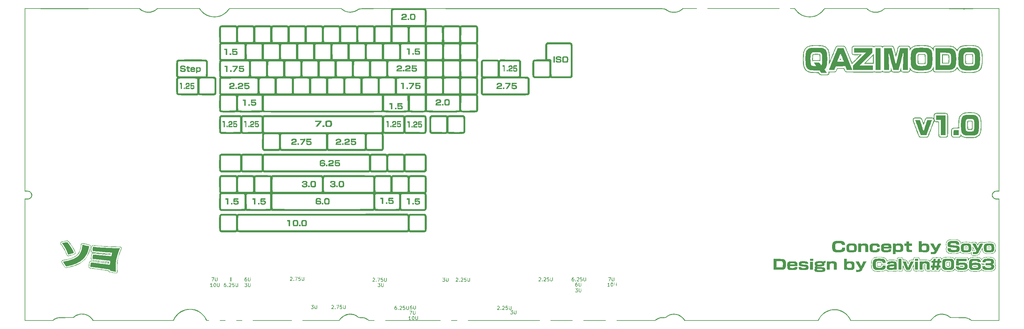
<source format=gbr>
%TF.GenerationSoftware,KiCad,Pcbnew,(7.0.0)*%
%TF.CreationDate,2023-03-29T14:31:36+02:00*%
%TF.ProjectId,qazimodo,71617a69-6d6f-4646-9f2e-6b696361645f,rev?*%
%TF.SameCoordinates,Original*%
%TF.FileFunction,Legend,Top*%
%TF.FilePolarity,Positive*%
%FSLAX46Y46*%
G04 Gerber Fmt 4.6, Leading zero omitted, Abs format (unit mm)*
G04 Created by KiCad (PCBNEW (7.0.0)) date 2023-03-29 14:31:36*
%MOMM*%
%LPD*%
G01*
G04 APERTURE LIST*
%ADD10C,0.150000*%
G04 APERTURE END LIST*
D10*
%TO.C,*%
%TO.C,G\u002A\u002A\u002A*%
G36*
X279779667Y-65986089D02*
G01*
X279758500Y-66007221D01*
X279737334Y-65986089D01*
X279758500Y-65964958D01*
X279779667Y-65986089D01*
G37*
G36*
X280076000Y-65267620D02*
G01*
X280054834Y-65288752D01*
X280033667Y-65267620D01*
X280054834Y-65246489D01*
X280076000Y-65267620D01*
G37*
G36*
X106382334Y-138551480D02*
G01*
X106382334Y-138657138D01*
X105556834Y-138657138D01*
X104731334Y-138657138D01*
X104731334Y-138551480D01*
X104731334Y-138445823D01*
X105556834Y-138445823D01*
X106382334Y-138445823D01*
X106382334Y-138551480D01*
G37*
G36*
X106879750Y-82370976D02*
G01*
X107038500Y-82384093D01*
X107051296Y-82605973D01*
X107064091Y-82827853D01*
X106892546Y-82827853D01*
X106721000Y-82827853D01*
X106721000Y-82592856D01*
X106721000Y-82357859D01*
X106879750Y-82370976D01*
G37*
G36*
X108033334Y-61780931D02*
G01*
X108033334Y-61992246D01*
X107800500Y-61992246D01*
X107567667Y-61992246D01*
X107567667Y-61780931D01*
X107567667Y-61569617D01*
X107800500Y-61569617D01*
X108033334Y-61569617D01*
X108033334Y-61780931D01*
G37*
G36*
X108075667Y-126696738D02*
G01*
X108075667Y-127288419D01*
X107948667Y-127288419D01*
X107821667Y-127288419D01*
X107821667Y-126696738D01*
X107821667Y-126105058D01*
X107948667Y-126105058D01*
X108075667Y-126105058D01*
X108075667Y-126696738D01*
G37*
G36*
X108151962Y-66651730D02*
G01*
X108139167Y-66873610D01*
X107916917Y-66886385D01*
X107694667Y-66899159D01*
X107694667Y-66664504D01*
X107694667Y-66429850D01*
X107929712Y-66429850D01*
X108164758Y-66429850D01*
X108151962Y-66651730D01*
G37*
G36*
X108372000Y-104889084D02*
G01*
X108372000Y-105100399D01*
X108160334Y-105100399D01*
X107948667Y-105100399D01*
X107948667Y-104889084D01*
X107948667Y-104677770D01*
X108160334Y-104677770D01*
X108372000Y-104677770D01*
X108372000Y-104889084D01*
G37*
G36*
X111166000Y-138551480D02*
G01*
X111166000Y-138657138D01*
X110319334Y-138657138D01*
X109472667Y-138657138D01*
X109472667Y-138551480D01*
X109472667Y-138445823D01*
X110319334Y-138445823D01*
X111166000Y-138445823D01*
X111166000Y-138551480D01*
G37*
G36*
X113282667Y-82592856D02*
G01*
X113282667Y-82827853D01*
X113111121Y-82827853D01*
X112939576Y-82827853D01*
X112952371Y-82605973D01*
X112965167Y-82384093D01*
X113123917Y-82370976D01*
X113282667Y-82357859D01*
X113282667Y-82592856D01*
G37*
G36*
X113409667Y-76403893D02*
G01*
X113409667Y-76615208D01*
X113198000Y-76615208D01*
X112986334Y-76615208D01*
X112986334Y-76403893D01*
X112986334Y-76192579D01*
X113198000Y-76192579D01*
X113409667Y-76192579D01*
X113409667Y-76403893D01*
G37*
G36*
X116203667Y-104889084D02*
G01*
X116203667Y-105100399D01*
X115970834Y-105100399D01*
X115738000Y-105100399D01*
X115738000Y-104889084D01*
X115738000Y-104677770D01*
X115970834Y-104677770D01*
X116203667Y-104677770D01*
X116203667Y-104889084D01*
G37*
G36*
X125474667Y-138551480D02*
G01*
X125474667Y-138657138D01*
X119865500Y-138657138D01*
X114256334Y-138657138D01*
X114256334Y-138551480D01*
X114256334Y-138445823D01*
X119865500Y-138445823D01*
X125474667Y-138445823D01*
X125474667Y-138551480D01*
G37*
G36*
X127549000Y-87709218D02*
G01*
X127549000Y-87941664D01*
X127337334Y-87941664D01*
X127125667Y-87941664D01*
X127125667Y-87709218D01*
X127125667Y-87476772D01*
X127337334Y-87476772D01*
X127549000Y-87476772D01*
X127549000Y-87709218D01*
G37*
G36*
X128014667Y-111143993D02*
G01*
X128014667Y-111355307D01*
X127781834Y-111355307D01*
X127549000Y-111355307D01*
X127549000Y-111143993D01*
X127549000Y-110932678D01*
X127781834Y-110932678D01*
X128014667Y-110932678D01*
X128014667Y-111143993D01*
G37*
G36*
X130639334Y-99902063D02*
G01*
X130639334Y-100113377D01*
X130406500Y-100113377D01*
X130173667Y-100113377D01*
X130173667Y-99902063D01*
X130173667Y-99690748D01*
X130406500Y-99690748D01*
X130639334Y-99690748D01*
X130639334Y-99902063D01*
G37*
G36*
X134576334Y-104846822D02*
G01*
X134576334Y-105058136D01*
X134343500Y-105058136D01*
X134110667Y-105058136D01*
X134110667Y-104846822D01*
X134110667Y-104635507D01*
X134343500Y-104635507D01*
X134576334Y-104635507D01*
X134576334Y-104846822D01*
G37*
G36*
X134872667Y-82489750D02*
G01*
X134872667Y-82701065D01*
X134597500Y-82701065D01*
X134322334Y-82701065D01*
X134322334Y-82489750D01*
X134322334Y-82278436D01*
X134597500Y-82278436D01*
X134872667Y-82278436D01*
X134872667Y-82489750D01*
G37*
G36*
X135761667Y-93858469D02*
G01*
X135761667Y-94069783D01*
X135528834Y-94069783D01*
X135296000Y-94069783D01*
X135296000Y-93858469D01*
X135296000Y-93647154D01*
X135528834Y-93647154D01*
X135761667Y-93647154D01*
X135761667Y-93858469D01*
G37*
G36*
X138725000Y-99902063D02*
G01*
X138725000Y-100113377D01*
X138513334Y-100113377D01*
X138301667Y-100113377D01*
X138301667Y-99902063D01*
X138301667Y-99690748D01*
X138513334Y-99690748D01*
X138725000Y-99690748D01*
X138725000Y-99902063D01*
G37*
G36*
X140376000Y-87709218D02*
G01*
X140376000Y-87941664D01*
X140164334Y-87941664D01*
X139952667Y-87941664D01*
X139952667Y-87709218D01*
X139952667Y-87476772D01*
X140164334Y-87476772D01*
X140376000Y-87476772D01*
X140376000Y-87709218D01*
G37*
G36*
X153033667Y-104720033D02*
G01*
X153033667Y-104931347D01*
X152800834Y-104931347D01*
X152568000Y-104931347D01*
X152568000Y-104720033D01*
X152568000Y-104508718D01*
X152800834Y-104508718D01*
X153033667Y-104508718D01*
X153033667Y-104720033D01*
G37*
G36*
X154219000Y-82592856D02*
G01*
X154219000Y-82827853D01*
X154047455Y-82827853D01*
X153875909Y-82827853D01*
X153888705Y-82605973D01*
X153901500Y-82384093D01*
X154060250Y-82370976D01*
X154219000Y-82357859D01*
X154219000Y-82592856D01*
G37*
G36*
X155616000Y-77460466D02*
G01*
X155616000Y-77671780D01*
X155404334Y-77671780D01*
X155192667Y-77671780D01*
X155192667Y-77460466D01*
X155192667Y-77249151D01*
X155404334Y-77249151D01*
X155616000Y-77249151D01*
X155616000Y-77460466D01*
G37*
G36*
X157902000Y-66556639D02*
G01*
X157902000Y-66767953D01*
X157669167Y-66767953D01*
X157436334Y-66767953D01*
X157436334Y-66556639D01*
X157436334Y-66345324D01*
X157669167Y-66345324D01*
X157902000Y-66345324D01*
X157902000Y-66556639D01*
G37*
G36*
X158918000Y-71585923D02*
G01*
X158918000Y-71797238D01*
X158706334Y-71797238D01*
X158494667Y-71797238D01*
X158494667Y-71585923D01*
X158494667Y-71374609D01*
X158706334Y-71374609D01*
X158918000Y-71374609D01*
X158918000Y-71585923D01*
G37*
G36*
X160611334Y-61696406D02*
G01*
X160611334Y-61907720D01*
X160399667Y-61907720D01*
X160188000Y-61907720D01*
X160188000Y-61696406D01*
X160188000Y-61485091D01*
X160399667Y-61485091D01*
X160611334Y-61485091D01*
X160611334Y-61696406D01*
G37*
G36*
X160611334Y-104889084D02*
G01*
X160611334Y-105100399D01*
X160399667Y-105100399D01*
X160188000Y-105100399D01*
X160188000Y-104889084D01*
X160188000Y-104677770D01*
X160399667Y-104677770D01*
X160611334Y-104677770D01*
X160611334Y-104889084D01*
G37*
G36*
X168316000Y-138551480D02*
G01*
X168316000Y-138657138D01*
X160357334Y-138657138D01*
X152398667Y-138657138D01*
X152398667Y-138551480D01*
X152398667Y-138445823D01*
X160357334Y-138445823D01*
X168316000Y-138445823D01*
X168316000Y-138551480D01*
G37*
G36*
X169162667Y-76340499D02*
G01*
X169162667Y-76572945D01*
X168951000Y-76572945D01*
X168739334Y-76572945D01*
X168739334Y-76340499D01*
X168739334Y-76108053D01*
X168951000Y-76108053D01*
X169162667Y-76108053D01*
X169162667Y-76340499D01*
G37*
G36*
X173110028Y-138551480D02*
G01*
X173089797Y-138657138D01*
X172248065Y-138657138D01*
X171406334Y-138657138D01*
X171406334Y-138551480D01*
X171406334Y-138445823D01*
X172268296Y-138445823D01*
X173130259Y-138445823D01*
X173110028Y-138551480D01*
G37*
G36*
X186487584Y-71382966D02*
G01*
X186709834Y-71395740D01*
X186709834Y-71607055D01*
X186709834Y-71818369D01*
X186487584Y-71831143D01*
X186265334Y-71843918D01*
X186265334Y-71607055D01*
X186265334Y-71370191D01*
X186487584Y-71382966D01*
G37*
G36*
X187704667Y-66556639D02*
G01*
X187704667Y-66767953D01*
X187535334Y-66767953D01*
X187366000Y-66767953D01*
X187366000Y-66556639D01*
X187366000Y-66345324D01*
X187535334Y-66345324D01*
X187704667Y-66345324D01*
X187704667Y-66556639D01*
G37*
G36*
X196933334Y-138551480D02*
G01*
X196933334Y-138657138D01*
X186561667Y-138657138D01*
X176190000Y-138657138D01*
X176190000Y-138551480D01*
X176190000Y-138445823D01*
X186561667Y-138445823D01*
X196933334Y-138445823D01*
X196933334Y-138551480D01*
G37*
G36*
X201293667Y-63302396D02*
G01*
X201293667Y-64189916D01*
X201082000Y-64189916D01*
X200870334Y-64189916D01*
X200870334Y-63302396D01*
X200870334Y-62414875D01*
X201082000Y-62414875D01*
X201293667Y-62414875D01*
X201293667Y-63302396D01*
G37*
G36*
X206373667Y-138551480D02*
G01*
X206373667Y-138657138D01*
X203198667Y-138657138D01*
X200023667Y-138657138D01*
X200023667Y-138551480D01*
X200023667Y-138445823D01*
X203198667Y-138445823D01*
X206373667Y-138445823D01*
X206373667Y-138551480D01*
G37*
G36*
X215941000Y-138551480D02*
G01*
X215941000Y-138657138D01*
X212723667Y-138657138D01*
X209506334Y-138657138D01*
X209506334Y-138551480D01*
X209506334Y-138445823D01*
X212723667Y-138445823D01*
X215941000Y-138445823D01*
X215941000Y-138551480D01*
G37*
G36*
X265936667Y-48616040D02*
G01*
X265936667Y-48721697D01*
X255586167Y-48721697D01*
X245235667Y-48721697D01*
X245235667Y-48616040D01*
X245235667Y-48510382D01*
X255586167Y-48510382D01*
X265936667Y-48510382D01*
X265936667Y-48616040D01*
G37*
G36*
X275631000Y-122745158D02*
G01*
X275631000Y-123907387D01*
X275207667Y-123907387D01*
X274784334Y-123907387D01*
X274784334Y-122745158D01*
X274784334Y-121582928D01*
X275207667Y-121582928D01*
X275631000Y-121582928D01*
X275631000Y-122745158D01*
G37*
G36*
X275673334Y-121054642D02*
G01*
X275673334Y-121329351D01*
X275207667Y-121329351D01*
X274742000Y-121329351D01*
X274742000Y-121054642D01*
X274742000Y-120779933D01*
X275207667Y-120779933D01*
X275673334Y-120779933D01*
X275673334Y-121054642D01*
G37*
G36*
X295104334Y-63196738D02*
G01*
X295104334Y-66345324D01*
X294363500Y-66345324D01*
X293622667Y-66345324D01*
X293622667Y-63196738D01*
X293622667Y-60048153D01*
X294363500Y-60048153D01*
X295104334Y-60048153D01*
X295104334Y-63196738D01*
G37*
G36*
X301115667Y-122343660D02*
G01*
X301115667Y-123907387D01*
X300692334Y-123907387D01*
X300269000Y-123907387D01*
X300269000Y-122343660D01*
X300269000Y-120779933D01*
X300692334Y-120779933D01*
X301115667Y-120779933D01*
X301115667Y-122343660D01*
G37*
G36*
X305857000Y-122745158D02*
G01*
X305857000Y-123907387D01*
X305433667Y-123907387D01*
X305010334Y-123907387D01*
X305010334Y-122745158D01*
X305010334Y-121582928D01*
X305433667Y-121582928D01*
X305857000Y-121582928D01*
X305857000Y-122745158D01*
G37*
G36*
X305899334Y-121054642D02*
G01*
X305899334Y-121329351D01*
X305433667Y-121329351D01*
X304968000Y-121329351D01*
X304968000Y-121054642D01*
X304968000Y-120779933D01*
X305433667Y-120779933D01*
X305899334Y-120779933D01*
X305899334Y-121054642D01*
G37*
G36*
X312454001Y-122252312D02*
G01*
X312461000Y-122301397D01*
X312436201Y-122369936D01*
X312401463Y-122385923D01*
X312359865Y-122354859D01*
X312364067Y-122301397D01*
X312397575Y-122232884D01*
X312423604Y-122216872D01*
X312454001Y-122252312D01*
G37*
G36*
X315964084Y-117833522D02*
G01*
X315990347Y-117842736D01*
X315942268Y-117849109D01*
X315847667Y-117851129D01*
X315743155Y-117848508D01*
X315703985Y-117841686D01*
X315731250Y-117833522D01*
X315867991Y-117826448D01*
X315964084Y-117833522D01*
G37*
G36*
X317583334Y-84390582D02*
G01*
X317583334Y-85110050D01*
X316841477Y-85110050D01*
X316099620Y-85110050D01*
X316111227Y-84402146D01*
X316122834Y-83694243D01*
X316853084Y-83682679D01*
X317583334Y-83671115D01*
X317583334Y-84390582D01*
G37*
G36*
X156212042Y-135265859D02*
G01*
X156241266Y-135341157D01*
X156208219Y-135424564D01*
X156137702Y-135482105D01*
X156073252Y-135460551D01*
X156043787Y-135429383D01*
X156014761Y-135343594D01*
X156048624Y-135266907D01*
X156129858Y-135233843D01*
X156212042Y-135265859D01*
G37*
G36*
X185803042Y-135265859D02*
G01*
X185832266Y-135341157D01*
X185799219Y-135424564D01*
X185728702Y-135482105D01*
X185664252Y-135460551D01*
X185634787Y-135429383D01*
X185605761Y-135343594D01*
X185639624Y-135266907D01*
X185720858Y-135233843D01*
X185803042Y-135265859D01*
G37*
G36*
X279709759Y-66176272D02*
G01*
X279687681Y-66288521D01*
X279669217Y-66331776D01*
X279643304Y-66320290D01*
X279619347Y-66292772D01*
X279601849Y-66229709D01*
X279648769Y-66141842D01*
X279655320Y-66133265D01*
X279736678Y-66028352D01*
X279709759Y-66176272D01*
G37*
G36*
X283576982Y-63000608D02*
G01*
X283622733Y-63094732D01*
X283663472Y-63196738D01*
X283749242Y-63429184D01*
X283547334Y-63429184D01*
X283345425Y-63429184D01*
X283431195Y-63196738D01*
X283481830Y-63072369D01*
X283525252Y-62988018D01*
X283547334Y-62964292D01*
X283576982Y-63000608D01*
G37*
G36*
X320246374Y-121617595D02*
G01*
X320245325Y-121640624D01*
X320231077Y-121753923D01*
X320213575Y-121840520D01*
X320186834Y-121950191D01*
X320094984Y-121861651D01*
X320003135Y-121773111D01*
X320126734Y-121661756D01*
X320205778Y-121593493D01*
X320239959Y-121579788D01*
X320246374Y-121617595D01*
G37*
G36*
X107049505Y-128656722D02*
G01*
X107086898Y-128704764D01*
X107082428Y-128781984D01*
X107036926Y-128859194D01*
X106975163Y-128894409D01*
X106975000Y-128894409D01*
X106924432Y-128865716D01*
X106890334Y-128831015D01*
X106858974Y-128763371D01*
X106890334Y-128704226D01*
X106972118Y-128647511D01*
X107049505Y-128656722D01*
G37*
G36*
X126099505Y-126881680D02*
G01*
X126136898Y-126929723D01*
X126132428Y-127006943D01*
X126086926Y-127084152D01*
X126025163Y-127119367D01*
X126025000Y-127119367D01*
X125974432Y-127090675D01*
X125940334Y-127055973D01*
X125908974Y-126988329D01*
X125940334Y-126929184D01*
X126022118Y-126872469D01*
X126099505Y-126881680D01*
G37*
G36*
X138037505Y-134996156D02*
G01*
X138074898Y-135044198D01*
X138070428Y-135121419D01*
X138024926Y-135198628D01*
X137963163Y-135233843D01*
X137963000Y-135233843D01*
X137912432Y-135205151D01*
X137878334Y-135170449D01*
X137846974Y-135102805D01*
X137878334Y-135043660D01*
X137960118Y-134986945D01*
X138037505Y-134996156D01*
G37*
G36*
X149848505Y-127135257D02*
G01*
X149885898Y-127183300D01*
X149881428Y-127260520D01*
X149835926Y-127337730D01*
X149774163Y-127372944D01*
X149774000Y-127372945D01*
X149723432Y-127344252D01*
X149689334Y-127309550D01*
X149657974Y-127241907D01*
X149689334Y-127182762D01*
X149771118Y-127126047D01*
X149848505Y-127135257D01*
G37*
G36*
X173851505Y-127135257D02*
G01*
X173888898Y-127183300D01*
X173884428Y-127260520D01*
X173838926Y-127337730D01*
X173777163Y-127372944D01*
X173777000Y-127372945D01*
X173726432Y-127344252D01*
X173692334Y-127309550D01*
X173660974Y-127241907D01*
X173692334Y-127182762D01*
X173774118Y-127126047D01*
X173851505Y-127135257D01*
G37*
G36*
X197727505Y-127008469D02*
G01*
X197764898Y-127056511D01*
X197760428Y-127133731D01*
X197714926Y-127210941D01*
X197653163Y-127246156D01*
X197653000Y-127246156D01*
X197602432Y-127217464D01*
X197568334Y-127182762D01*
X197536974Y-127115118D01*
X197568334Y-127055973D01*
X197650118Y-126999258D01*
X197727505Y-127008469D01*
G37*
G36*
X207252505Y-127008469D02*
G01*
X207289898Y-127056511D01*
X207285428Y-127133731D01*
X207239926Y-127210941D01*
X207178163Y-127246156D01*
X207178000Y-127246156D01*
X207127432Y-127217464D01*
X207093334Y-127182762D01*
X207061974Y-127115118D01*
X207093334Y-127055973D01*
X207175118Y-126999258D01*
X207252505Y-127008469D01*
G37*
G36*
X309591368Y-122165488D02*
G01*
X309641839Y-122187424D01*
X309722084Y-122248580D01*
X309750441Y-122318157D01*
X309723781Y-122371466D01*
X309667000Y-122385923D01*
X309598352Y-122360962D01*
X309582334Y-122325985D01*
X309567450Y-122232377D01*
X309557502Y-122201446D01*
X309550739Y-122160640D01*
X309591368Y-122165488D01*
G37*
G36*
X106848000Y-61104725D02*
G01*
X106848000Y-61992246D01*
X106636334Y-61992246D01*
X106424667Y-61992246D01*
X106424667Y-61294908D01*
X106424667Y-60597570D01*
X106213000Y-60597570D01*
X106001334Y-60597570D01*
X106001334Y-60407387D01*
X106001334Y-60217204D01*
X106424667Y-60217204D01*
X106848000Y-60217204D01*
X106848000Y-61104725D01*
G37*
G36*
X106932667Y-66007221D02*
G01*
X106932667Y-66894742D01*
X106742167Y-66894742D01*
X106551667Y-66894742D01*
X106551667Y-66197404D01*
X106551667Y-65500066D01*
X106340000Y-65500066D01*
X106128334Y-65500066D01*
X106128334Y-65309883D01*
X106128334Y-65119700D01*
X106530500Y-65119700D01*
X106932667Y-65119700D01*
X106932667Y-66007221D01*
G37*
G36*
X107186667Y-104212878D02*
G01*
X107186667Y-105100399D01*
X106996167Y-105100399D01*
X106805667Y-105100399D01*
X106805667Y-104424193D01*
X106805667Y-103747986D01*
X106594000Y-103747986D01*
X106382334Y-103747986D01*
X106382334Y-103536672D01*
X106382334Y-103325357D01*
X106784500Y-103325357D01*
X107186667Y-103325357D01*
X107186667Y-104212878D01*
G37*
G36*
X109675962Y-71617620D02*
G01*
X109688758Y-71839500D01*
X109473551Y-71839500D01*
X109318666Y-71827787D01*
X109242397Y-71792182D01*
X109235684Y-71780551D01*
X109224127Y-71701642D01*
X109224729Y-71582844D01*
X109226429Y-71558670D01*
X109239834Y-71395740D01*
X109451500Y-71395740D01*
X109663167Y-71395740D01*
X109675962Y-71617620D01*
G37*
G36*
X112224334Y-75727687D02*
G01*
X112224334Y-76615208D01*
X112012667Y-76615208D01*
X111801000Y-76615208D01*
X111801000Y-75917870D01*
X111801000Y-75220532D01*
X111589334Y-75220532D01*
X111377667Y-75220532D01*
X111377667Y-75030349D01*
X111377667Y-74840166D01*
X111801000Y-74840166D01*
X112224334Y-74840166D01*
X112224334Y-75727687D01*
G37*
G36*
X112393667Y-81940332D02*
G01*
X112393667Y-82827853D01*
X112245500Y-82827853D01*
X112097334Y-82827853D01*
X112097334Y-82130515D01*
X112097334Y-81433178D01*
X111928000Y-81433178D01*
X111758667Y-81433178D01*
X111758667Y-81242995D01*
X111758667Y-81052812D01*
X112076167Y-81052812D01*
X112393667Y-81052812D01*
X112393667Y-81940332D01*
G37*
G36*
X114976000Y-104212878D02*
G01*
X114976000Y-105100399D01*
X114785500Y-105100399D01*
X114595000Y-105100399D01*
X114595000Y-104424193D01*
X114595000Y-103747986D01*
X114383334Y-103747986D01*
X114171667Y-103747986D01*
X114171667Y-103536672D01*
X114171667Y-103325357D01*
X114573834Y-103325357D01*
X114976000Y-103325357D01*
X114976000Y-104212878D01*
G37*
G36*
X124575084Y-109589301D02*
G01*
X124987834Y-109601397D01*
X124987834Y-110467787D01*
X124987834Y-111334176D01*
X124787810Y-111347014D01*
X124587786Y-111359852D01*
X124576143Y-110670808D01*
X124564500Y-109981763D01*
X124363417Y-109968882D01*
X124162334Y-109956001D01*
X124162334Y-109766603D01*
X124162334Y-109577205D01*
X124575084Y-109589301D01*
G37*
G36*
X151806000Y-104043827D02*
G01*
X151806000Y-104931347D01*
X151616549Y-104931347D01*
X151427097Y-104931347D01*
X151415465Y-104244575D01*
X151403834Y-103557803D01*
X151202750Y-103544922D01*
X151001667Y-103532041D01*
X151001667Y-103344173D01*
X151001667Y-103156306D01*
X151403834Y-103156306D01*
X151806000Y-103156306D01*
X151806000Y-104043827D01*
G37*
G36*
X154430667Y-76784259D02*
G01*
X154430667Y-77671780D01*
X154219000Y-77671780D01*
X154007334Y-77671780D01*
X154007334Y-76974442D01*
X154007334Y-76277104D01*
X153795667Y-76277104D01*
X153584000Y-76277104D01*
X153584000Y-76086921D01*
X153584000Y-75896738D01*
X154007334Y-75896738D01*
X154430667Y-75896738D01*
X154430667Y-76784259D01*
G37*
G36*
X159290629Y-51690665D02*
G01*
X159277834Y-51912545D01*
X159085757Y-51925059D01*
X158963967Y-51926480D01*
X158880072Y-51915505D01*
X158863507Y-51907450D01*
X158845794Y-51850602D01*
X158834941Y-51740295D01*
X158833334Y-51673056D01*
X158833334Y-51468785D01*
X159068379Y-51468785D01*
X159303425Y-51468785D01*
X159290629Y-51690665D01*
G37*
G36*
X159426000Y-104211348D02*
G01*
X159426000Y-105100399D01*
X159214334Y-105100399D01*
X159002667Y-105100399D01*
X159002667Y-104426508D01*
X159002667Y-103752618D01*
X158801584Y-103739736D01*
X158600500Y-103726855D01*
X158600500Y-103536672D01*
X158600500Y-103346489D01*
X159013250Y-103334393D01*
X159426000Y-103322297D01*
X159426000Y-104211348D01*
G37*
G36*
X186815667Y-65880432D02*
G01*
X186815667Y-66767953D01*
X186667500Y-66767953D01*
X186519334Y-66767953D01*
X186519334Y-66091747D01*
X186519334Y-65415540D01*
X186371167Y-65415540D01*
X186223000Y-65415540D01*
X186223000Y-65204226D01*
X186223000Y-64992911D01*
X186519334Y-64992911D01*
X186815667Y-64992911D01*
X186815667Y-65880432D01*
G37*
G36*
X313815667Y-82257304D02*
G01*
X313815667Y-85110050D01*
X313138334Y-85110050D01*
X312461000Y-85110050D01*
X312461000Y-82891248D01*
X312461000Y-80672446D01*
X311783667Y-80672446D01*
X311106334Y-80672446D01*
X311106334Y-80038502D01*
X311106334Y-79404559D01*
X312461000Y-79404559D01*
X313815667Y-79404559D01*
X313815667Y-82257304D01*
G37*
G36*
X94698334Y-71604503D02*
G01*
X94698334Y-71839500D01*
X94548838Y-71839500D01*
X94435333Y-71823443D01*
X94377067Y-71781508D01*
X94376684Y-71780551D01*
X94365127Y-71701642D01*
X94365729Y-71582844D01*
X94367429Y-71558670D01*
X94382426Y-71452230D01*
X94421226Y-71403379D01*
X94510135Y-71385217D01*
X94539584Y-71382623D01*
X94698334Y-71369506D01*
X94698334Y-71604503D01*
G37*
G36*
X153330000Y-81940332D02*
G01*
X153330000Y-82827853D01*
X153181834Y-82827853D01*
X153033667Y-82827853D01*
X153033667Y-82130515D01*
X153033667Y-81433178D01*
X152885500Y-81433178D01*
X152794460Y-81429118D01*
X152751350Y-81401602D01*
X152738247Y-81327627D01*
X152737334Y-81242995D01*
X152737334Y-81052812D01*
X153033667Y-81052812D01*
X153330000Y-81052812D01*
X153330000Y-81940332D01*
G37*
G36*
X160272667Y-82701065D02*
G01*
X160270238Y-82826123D01*
X160253235Y-82888479D01*
X160207084Y-82909959D01*
X160131556Y-82912379D01*
X160026954Y-82904647D01*
X159964134Y-82885868D01*
X159962222Y-82884204D01*
X159944870Y-82827917D01*
X159934922Y-82720170D01*
X159934000Y-82672889D01*
X159934000Y-82489750D01*
X160103334Y-82489750D01*
X160272667Y-82489750D01*
X160272667Y-82701065D01*
G37*
G36*
X326349006Y-122938814D02*
G01*
X326517551Y-122947775D01*
X326607627Y-122962596D01*
X326621500Y-122977604D01*
X326569706Y-122996002D01*
X326454605Y-123008938D01*
X326297383Y-123016412D01*
X326119221Y-123018424D01*
X325941305Y-123014974D01*
X325784817Y-123006063D01*
X325670942Y-122991690D01*
X325626667Y-122977604D01*
X325633568Y-122958949D01*
X325721619Y-122945863D01*
X325891991Y-122938245D01*
X326105415Y-122935988D01*
X326349006Y-122938814D01*
G37*
G36*
X157732667Y-70909717D02*
G01*
X157732667Y-71797238D01*
X157521000Y-71797238D01*
X157309334Y-71797238D01*
X157309334Y-71099900D01*
X157309334Y-70402562D01*
X157097667Y-70402562D01*
X156972342Y-70399698D01*
X156909844Y-70382629D01*
X156888347Y-70338637D01*
X156886000Y-70279230D01*
X156890181Y-70165250D01*
X156912701Y-70091154D01*
X156968530Y-70048373D01*
X157072636Y-70028341D01*
X157239987Y-70022487D01*
X157335029Y-70022196D01*
X157732667Y-70022196D01*
X157732667Y-70909717D01*
G37*
G36*
X159426000Y-61018669D02*
G01*
X159426000Y-61907720D01*
X159242556Y-61907720D01*
X159123762Y-61901726D01*
X159044025Y-61886677D01*
X159030889Y-61879545D01*
X159021271Y-61829686D01*
X159013061Y-61710333D01*
X159006866Y-61536514D01*
X159003296Y-61323256D01*
X159002667Y-61182207D01*
X159002667Y-60513045D01*
X158788566Y-60513045D01*
X158574465Y-60513045D01*
X158587483Y-60333427D01*
X158600500Y-60153810D01*
X159013250Y-60141714D01*
X159426000Y-60129618D01*
X159426000Y-61018669D01*
G37*
G36*
X93851667Y-70951980D02*
G01*
X93851667Y-71839500D01*
X93710556Y-71839500D01*
X93605954Y-71831768D01*
X93543134Y-71812989D01*
X93541222Y-71811325D01*
X93531604Y-71761466D01*
X93523394Y-71642113D01*
X93517200Y-71468294D01*
X93513630Y-71255036D01*
X93513000Y-71113987D01*
X93513000Y-70444825D01*
X93364834Y-70444825D01*
X93273793Y-70440765D01*
X93230683Y-70413249D01*
X93217581Y-70339274D01*
X93216667Y-70254642D01*
X93216667Y-70064459D01*
X93534167Y-70064459D01*
X93851667Y-70064459D01*
X93851667Y-70951980D01*
G37*
G36*
X106170667Y-81940332D02*
G01*
X106170667Y-82827853D01*
X106029556Y-82827853D01*
X105924954Y-82820121D01*
X105862134Y-82801342D01*
X105860222Y-82799678D01*
X105850604Y-82749819D01*
X105842394Y-82630466D01*
X105836200Y-82456647D01*
X105832630Y-82243389D01*
X105832000Y-82102340D01*
X105832000Y-81433178D01*
X105683834Y-81433178D01*
X105592793Y-81429118D01*
X105549683Y-81401602D01*
X105536581Y-81327627D01*
X105535667Y-81242995D01*
X105535667Y-81052812D01*
X105853167Y-81052812D01*
X106170667Y-81052812D01*
X106170667Y-81940332D01*
G37*
G36*
X159426000Y-82024858D02*
G01*
X159426000Y-82912379D01*
X159284889Y-82912379D01*
X159180287Y-82904647D01*
X159117467Y-82885868D01*
X159115556Y-82884204D01*
X159105938Y-82834345D01*
X159097727Y-82714992D01*
X159091533Y-82541173D01*
X159087963Y-82327915D01*
X159087334Y-82186866D01*
X159087334Y-81517703D01*
X158939167Y-81517703D01*
X158848127Y-81513643D01*
X158805016Y-81486128D01*
X158791914Y-81412153D01*
X158791000Y-81327520D01*
X158791000Y-81137337D01*
X159108500Y-81137337D01*
X159426000Y-81137337D01*
X159426000Y-82024858D01*
G37*
G36*
X218448479Y-127641345D02*
G01*
X218467776Y-127695443D01*
X218477801Y-127803262D01*
X218480967Y-127979247D01*
X218481000Y-128006888D01*
X218478526Y-128192454D01*
X218469494Y-128308040D01*
X218451494Y-128368092D01*
X218422115Y-128387054D01*
X218417500Y-128387254D01*
X218386521Y-128372431D01*
X218367225Y-128318333D01*
X218357199Y-128210514D01*
X218354034Y-128034529D01*
X218354000Y-128006888D01*
X218356475Y-127821322D01*
X218365506Y-127705736D01*
X218383506Y-127645685D01*
X218412886Y-127626723D01*
X218417500Y-127626522D01*
X218448479Y-127641345D01*
G37*
G36*
X219032298Y-127635704D02*
G01*
X219053682Y-127663663D01*
X219066055Y-127732364D01*
X219071737Y-127855808D01*
X219073047Y-128047997D01*
X219073019Y-128077749D01*
X219068787Y-128325524D01*
X219056028Y-128494628D01*
X219033412Y-128590611D01*
X218999614Y-128619023D01*
X218953306Y-128585412D01*
X218951984Y-128583833D01*
X218925426Y-128504241D01*
X218912448Y-128344671D01*
X218912918Y-128103425D01*
X218913387Y-128085739D01*
X218920683Y-127886300D01*
X218931229Y-127756338D01*
X218947899Y-127680803D01*
X218973569Y-127644648D01*
X218999584Y-127634485D01*
X219032298Y-127635704D01*
G37*
G36*
X318472334Y-122776735D02*
G01*
X318670089Y-122782119D01*
X318798280Y-122789481D01*
X318871985Y-122802768D01*
X318906284Y-122825925D01*
X318916255Y-122862901D01*
X318916834Y-122893078D01*
X318914392Y-122939051D01*
X318897301Y-122969692D01*
X318850913Y-122988658D01*
X318760579Y-122999604D01*
X318611650Y-123006189D01*
X318445871Y-123010636D01*
X318240795Y-123015055D01*
X318104910Y-123014219D01*
X318022782Y-123005544D01*
X317978978Y-122986445D01*
X317958063Y-122954339D01*
X317950046Y-122927622D01*
X317950107Y-122838549D01*
X317976509Y-122799378D01*
X318038206Y-122786508D01*
X318164236Y-122778097D01*
X318334340Y-122775070D01*
X318472334Y-122776735D01*
G37*
G36*
X322671027Y-122856502D02*
G01*
X322763914Y-122862987D01*
X322811414Y-122877086D01*
X322826604Y-122900367D01*
X322824917Y-122923487D01*
X322810487Y-122954863D01*
X322772205Y-122976862D01*
X322696385Y-122991624D01*
X322569340Y-123001291D01*
X322377386Y-123008000D01*
X322267879Y-123010588D01*
X322044989Y-123014621D01*
X321893640Y-123014179D01*
X321800753Y-123007694D01*
X321753253Y-122993596D01*
X321738063Y-122970315D01*
X321739750Y-122947194D01*
X321754180Y-122915819D01*
X321792462Y-122893820D01*
X321868282Y-122879057D01*
X321995327Y-122869391D01*
X322187281Y-122862681D01*
X322296788Y-122860093D01*
X322519678Y-122856061D01*
X322671027Y-122856502D01*
G37*
G36*
X109938334Y-65303510D02*
G01*
X109934197Y-65372999D01*
X109917585Y-65444042D01*
X109882194Y-65528142D01*
X109821721Y-65636802D01*
X109729864Y-65781524D01*
X109600318Y-65973812D01*
X109457793Y-66180466D01*
X108977253Y-66873610D01*
X108738126Y-66886285D01*
X108608782Y-66889507D01*
X108521950Y-66884711D01*
X108499000Y-66876246D01*
X108522481Y-66836489D01*
X108587977Y-66738831D01*
X108688065Y-66593993D01*
X108815326Y-66412694D01*
X108962338Y-66205656D01*
X108990504Y-66166234D01*
X109482007Y-65478935D01*
X108927004Y-65467142D01*
X108372000Y-65455350D01*
X108372000Y-65287525D01*
X108372000Y-65119700D01*
X109155167Y-65119700D01*
X109938334Y-65119700D01*
X109938334Y-65303510D01*
G37*
G36*
X188509000Y-70247541D02*
G01*
X188504722Y-70317182D01*
X188487712Y-70388939D01*
X188451705Y-70474348D01*
X188390437Y-70584943D01*
X188297644Y-70732259D01*
X188167062Y-70927832D01*
X188032750Y-71124496D01*
X187556500Y-71818369D01*
X187313084Y-71831044D01*
X187182405Y-71835105D01*
X187094052Y-71832600D01*
X187069667Y-71826288D01*
X187092967Y-71788075D01*
X187157971Y-71691598D01*
X187257337Y-71547491D01*
X187383722Y-71366389D01*
X187529782Y-71158924D01*
X187559949Y-71116275D01*
X188050232Y-70423693D01*
X187496449Y-70411901D01*
X186942667Y-70400109D01*
X186942667Y-70232284D01*
X186942667Y-70064459D01*
X187725834Y-70064459D01*
X188509000Y-70064459D01*
X188509000Y-70247541D01*
G37*
G36*
X292733667Y-60698691D02*
G01*
X292733667Y-61349229D01*
X290852491Y-63206745D01*
X288971315Y-65064261D01*
X289487241Y-65050137D01*
X289658563Y-65046180D01*
X289899494Y-65041661D01*
X290194983Y-65036810D01*
X290529976Y-65031854D01*
X290889421Y-65027021D01*
X291258265Y-65022542D01*
X291431917Y-65020609D01*
X292860667Y-65005205D01*
X292860667Y-65675265D01*
X292860667Y-66345324D01*
X290003167Y-66345324D01*
X287145667Y-66345324D01*
X287145667Y-65695688D01*
X287145667Y-65046053D01*
X288997750Y-63174325D01*
X290849834Y-61302597D01*
X289145917Y-61327724D01*
X287442000Y-61352850D01*
X287442000Y-60700502D01*
X287442000Y-60048153D01*
X290087834Y-60048153D01*
X292733667Y-60048153D01*
X292733667Y-60698691D01*
G37*
G36*
X134023734Y-81126772D02*
G01*
X134020887Y-81196540D01*
X134009461Y-81259900D01*
X133982538Y-81327627D01*
X133933196Y-81410494D01*
X133854516Y-81519276D01*
X133739577Y-81664746D01*
X133581461Y-81857678D01*
X133460476Y-82003727D01*
X132899485Y-82679933D01*
X132591219Y-82692425D01*
X132438541Y-82693945D01*
X132338379Y-82685356D01*
X132306032Y-82668061D01*
X132306850Y-82666312D01*
X132340486Y-82623620D01*
X132420415Y-82526980D01*
X132537961Y-82386735D01*
X132684451Y-82213227D01*
X132851208Y-82016796D01*
X132884571Y-81977615D01*
X133438393Y-81327520D01*
X132800863Y-81315854D01*
X132163334Y-81304187D01*
X132163334Y-81115105D01*
X132163334Y-80926023D01*
X133094667Y-80926023D01*
X134026000Y-80926023D01*
X134023734Y-81126772D01*
G37*
G36*
X319958171Y-117241863D02*
G01*
X320014038Y-117255503D01*
X320048127Y-117285239D01*
X320068746Y-117353208D01*
X320078739Y-117475553D01*
X320081000Y-117635869D01*
X320081000Y-117990582D01*
X319721167Y-117990582D01*
X319361334Y-117990582D01*
X319361334Y-117636630D01*
X319361334Y-117356639D01*
X319488334Y-117356639D01*
X319488334Y-117610216D01*
X319488334Y-117863793D01*
X319716229Y-117863793D01*
X319855306Y-117858014D01*
X319930384Y-117836650D01*
X319961588Y-117793658D01*
X319962612Y-117789833D01*
X319970224Y-117702099D01*
X319966405Y-117574744D01*
X319963103Y-117536256D01*
X319945107Y-117356639D01*
X319716720Y-117356639D01*
X319488334Y-117356639D01*
X319361334Y-117356639D01*
X319361334Y-117282678D01*
X319493625Y-117256264D01*
X319650990Y-117235913D01*
X319817765Y-117231096D01*
X319958171Y-117241863D01*
G37*
G36*
X326562171Y-117241863D02*
G01*
X326618038Y-117255503D01*
X326652127Y-117285239D01*
X326672746Y-117353208D01*
X326682739Y-117475553D01*
X326685000Y-117635869D01*
X326685000Y-117990582D01*
X326325167Y-117990582D01*
X325965334Y-117990582D01*
X325965334Y-117636630D01*
X325965334Y-117356639D01*
X326092334Y-117356639D01*
X326092334Y-117610216D01*
X326092334Y-117863793D01*
X326320229Y-117863793D01*
X326459306Y-117858014D01*
X326534384Y-117836650D01*
X326565588Y-117793658D01*
X326566612Y-117789833D01*
X326574224Y-117702099D01*
X326570405Y-117574744D01*
X326567103Y-117536256D01*
X326549107Y-117356639D01*
X326320720Y-117356639D01*
X326092334Y-117356639D01*
X325965334Y-117356639D01*
X325965334Y-117282678D01*
X326097625Y-117256264D01*
X326254990Y-117235913D01*
X326421765Y-117231096D01*
X326562171Y-117241863D01*
G37*
G36*
X129369334Y-86349674D02*
G01*
X129362291Y-86445417D01*
X129335289Y-86539652D01*
X129279518Y-86651556D01*
X129186168Y-86800304D01*
X129111612Y-86910611D01*
X128973263Y-87113268D01*
X128822690Y-87335139D01*
X128684677Y-87539663D01*
X128635362Y-87613174D01*
X128416834Y-87939760D01*
X128171927Y-87940712D01*
X128036025Y-87938756D01*
X127968712Y-87927692D01*
X127953978Y-87901770D01*
X127968595Y-87867703D01*
X128012012Y-87799562D01*
X128090061Y-87684849D01*
X128187761Y-87545486D01*
X128213501Y-87509362D01*
X128335901Y-87338166D01*
X128481073Y-87135109D01*
X128622605Y-86937134D01*
X128658278Y-86887233D01*
X128899723Y-86549484D01*
X128361945Y-86537670D01*
X127824167Y-86525857D01*
X127824167Y-86356805D01*
X127824167Y-86187753D01*
X128596750Y-86176234D01*
X129369334Y-86164715D01*
X129369334Y-86349674D01*
G37*
G36*
X102998331Y-126097317D02*
G01*
X103083026Y-126107047D01*
X103096915Y-126112463D01*
X103094538Y-126159371D01*
X103062959Y-126265552D01*
X103009337Y-126413948D01*
X102940832Y-126587497D01*
X102864604Y-126769140D01*
X102787812Y-126941818D01*
X102717616Y-127088470D01*
X102661175Y-127192036D01*
X102625650Y-127235457D01*
X102625612Y-127235470D01*
X102564142Y-127221132D01*
X102555075Y-127210206D01*
X102560871Y-127157431D01*
X102595504Y-127044624D01*
X102653152Y-126888873D01*
X102720529Y-126724636D01*
X102796010Y-126546264D01*
X102857347Y-126397585D01*
X102897860Y-126295043D01*
X102911000Y-126255662D01*
X102872243Y-126243923D01*
X102770249Y-126235417D01*
X102626435Y-126231865D01*
X102614667Y-126231847D01*
X102451629Y-126227726D01*
X102358547Y-126213411D01*
X102321021Y-126185972D01*
X102318334Y-126171557D01*
X102338283Y-126140370D01*
X102406790Y-126118959D01*
X102536843Y-126104707D01*
X102688750Y-126096901D01*
X102859641Y-126093658D01*
X102998331Y-126097317D01*
G37*
G36*
X127071527Y-125972052D02*
G01*
X127136297Y-125984643D01*
X127136568Y-125984809D01*
X127149825Y-126041907D01*
X127110664Y-126161943D01*
X127095248Y-126196124D01*
X127039027Y-126319719D01*
X126963122Y-126491006D01*
X126880848Y-126679834D01*
X126850834Y-126749567D01*
X126763590Y-126942915D01*
X126698014Y-127061891D01*
X126649287Y-127112409D01*
X126612591Y-127100380D01*
X126594011Y-127064736D01*
X126601737Y-127006023D01*
X126638701Y-126888403D01*
X126698711Y-126729735D01*
X126764673Y-126572600D01*
X126840946Y-126397395D01*
X126902825Y-126253175D01*
X126943495Y-126155961D01*
X126956334Y-126121928D01*
X126917526Y-126113969D01*
X126815127Y-126105146D01*
X126670169Y-126097213D01*
X126649417Y-126096344D01*
X126494811Y-126084678D01*
X126390130Y-126065831D01*
X126352300Y-126042919D01*
X126352480Y-126041664D01*
X126395811Y-126021181D01*
X126500639Y-126002010D01*
X126643793Y-125985832D01*
X126802106Y-125974326D01*
X126952407Y-125969173D01*
X127071527Y-125972052D01*
G37*
G36*
X139006151Y-134084474D02*
G01*
X139069483Y-134096148D01*
X139069683Y-134096271D01*
X139067721Y-134140976D01*
X139036617Y-134245279D01*
X138983435Y-134392370D01*
X138915239Y-134565439D01*
X138839092Y-134747677D01*
X138762059Y-134922275D01*
X138691202Y-135072421D01*
X138633585Y-135181307D01*
X138596273Y-135232123D01*
X138591659Y-135233843D01*
X138543345Y-135200615D01*
X138532011Y-135179212D01*
X138539737Y-135120499D01*
X138576701Y-135002879D01*
X138636711Y-134844211D01*
X138702673Y-134687076D01*
X138778946Y-134511871D01*
X138840825Y-134367651D01*
X138881495Y-134270436D01*
X138894334Y-134236404D01*
X138855526Y-134228445D01*
X138753127Y-134219622D01*
X138608169Y-134211689D01*
X138587417Y-134210820D01*
X138432811Y-134199153D01*
X138328130Y-134180306D01*
X138290300Y-134157395D01*
X138290480Y-134156139D01*
X138333591Y-134136248D01*
X138438137Y-134117155D01*
X138580892Y-134100647D01*
X138738630Y-134088508D01*
X138888125Y-134082522D01*
X139006151Y-134084474D01*
G37*
G36*
X150820527Y-126225629D02*
G01*
X150885297Y-126238221D01*
X150885568Y-126238387D01*
X150898825Y-126295484D01*
X150859664Y-126415520D01*
X150844248Y-126449701D01*
X150788027Y-126573296D01*
X150712122Y-126744583D01*
X150629848Y-126933412D01*
X150599834Y-127003144D01*
X150512590Y-127196492D01*
X150447014Y-127315468D01*
X150398287Y-127365986D01*
X150361591Y-127353957D01*
X150343011Y-127318313D01*
X150350737Y-127259601D01*
X150387701Y-127141980D01*
X150447711Y-126983312D01*
X150513673Y-126826177D01*
X150589946Y-126650973D01*
X150651825Y-126506752D01*
X150692495Y-126409538D01*
X150705334Y-126375505D01*
X150666526Y-126367546D01*
X150564127Y-126358724D01*
X150419169Y-126350791D01*
X150398417Y-126349921D01*
X150243811Y-126338255D01*
X150139130Y-126319408D01*
X150101300Y-126296497D01*
X150101480Y-126295241D01*
X150144811Y-126274758D01*
X150249639Y-126255588D01*
X150392793Y-126239410D01*
X150551106Y-126227904D01*
X150701407Y-126222750D01*
X150820527Y-126225629D01*
G37*
G36*
X160021331Y-135733257D02*
G01*
X160106026Y-135742987D01*
X160119915Y-135748403D01*
X160117538Y-135795311D01*
X160085959Y-135901492D01*
X160032337Y-136049888D01*
X159963832Y-136223437D01*
X159887604Y-136405080D01*
X159810812Y-136577758D01*
X159740616Y-136724410D01*
X159684175Y-136827976D01*
X159648650Y-136871397D01*
X159648612Y-136871410D01*
X159587142Y-136857072D01*
X159578075Y-136846146D01*
X159583871Y-136793371D01*
X159618504Y-136680564D01*
X159676152Y-136524813D01*
X159743529Y-136360576D01*
X159819010Y-136182204D01*
X159880347Y-136033525D01*
X159920860Y-135930983D01*
X159934000Y-135891602D01*
X159895243Y-135879863D01*
X159793249Y-135871357D01*
X159649435Y-135867805D01*
X159637667Y-135867787D01*
X159474629Y-135863666D01*
X159381547Y-135849351D01*
X159344021Y-135821912D01*
X159341334Y-135807498D01*
X159361283Y-135776310D01*
X159429790Y-135754899D01*
X159559843Y-135740648D01*
X159711750Y-135732841D01*
X159882641Y-135729598D01*
X160021331Y-135733257D01*
G37*
G36*
X217298331Y-126097317D02*
G01*
X217383026Y-126107047D01*
X217396915Y-126112463D01*
X217394538Y-126159371D01*
X217362959Y-126265552D01*
X217309337Y-126413948D01*
X217240832Y-126587497D01*
X217164604Y-126769140D01*
X217087812Y-126941818D01*
X217017616Y-127088470D01*
X216961175Y-127192036D01*
X216925650Y-127235457D01*
X216925612Y-127235470D01*
X216864142Y-127221132D01*
X216855075Y-127210206D01*
X216860871Y-127157431D01*
X216895504Y-127044624D01*
X216953152Y-126888873D01*
X217020529Y-126724636D01*
X217096010Y-126546264D01*
X217157347Y-126397585D01*
X217197860Y-126295043D01*
X217211000Y-126255662D01*
X217172243Y-126243923D01*
X217070249Y-126235417D01*
X216926435Y-126231865D01*
X216914667Y-126231847D01*
X216751629Y-126227726D01*
X216658547Y-126213411D01*
X216621021Y-126185972D01*
X216618334Y-126171557D01*
X216638283Y-126140370D01*
X216706790Y-126118959D01*
X216836843Y-126104707D01*
X216988750Y-126096901D01*
X217159641Y-126093658D01*
X217298331Y-126097317D01*
G37*
G36*
X102378317Y-127783072D02*
G01*
X102391641Y-127900125D01*
X102400329Y-128066379D01*
X102403000Y-128239151D01*
X102403000Y-128720002D01*
X102540584Y-128733245D01*
X102645918Y-128761526D01*
X102678167Y-128809883D01*
X102659794Y-128844008D01*
X102594972Y-128866204D01*
X102469149Y-128879866D01*
X102353643Y-128885557D01*
X102180727Y-128886390D01*
X102057828Y-128875363D01*
X102001991Y-128854013D01*
X102001894Y-128853860D01*
X101993618Y-128783302D01*
X102054742Y-128736303D01*
X102130332Y-128725357D01*
X102182807Y-128721133D01*
X102213617Y-128696624D01*
X102228522Y-128634078D01*
X102233283Y-128515740D01*
X102233667Y-128406899D01*
X102232286Y-128246212D01*
X102225149Y-128154967D01*
X102207762Y-128118090D01*
X102175631Y-128120505D01*
X102151783Y-128132190D01*
X102041944Y-128170502D01*
X101984819Y-128151463D01*
X101987244Y-128088759D01*
X102056054Y-127996079D01*
X102074917Y-127978262D01*
X102174116Y-127879945D01*
X102245378Y-127799791D01*
X102312471Y-127740987D01*
X102361795Y-127732875D01*
X102378317Y-127783072D01*
G37*
G36*
X102919858Y-128338339D02*
G01*
X103080334Y-128338339D01*
X103100739Y-128513204D01*
X103153979Y-128639106D01*
X103228089Y-128709693D01*
X103311104Y-128718613D01*
X103391058Y-128659514D01*
X103452799Y-128536062D01*
X103483576Y-128374264D01*
X103478035Y-128212144D01*
X103442266Y-128067407D01*
X103382362Y-127957757D01*
X103304412Y-127900900D01*
X103235470Y-127904409D01*
X103148590Y-127982354D01*
X103096431Y-128134025D01*
X103080334Y-128338339D01*
X102919858Y-128338339D01*
X102917966Y-128282845D01*
X102948390Y-128088945D01*
X103013085Y-127917686D01*
X103109220Y-127789699D01*
X103206322Y-127732500D01*
X103323540Y-127734857D01*
X103446753Y-127796149D01*
X103547135Y-127898264D01*
X103583744Y-127969648D01*
X103622003Y-128156792D01*
X103626540Y-128372642D01*
X103598155Y-128574677D01*
X103570751Y-128659919D01*
X103476142Y-128805017D01*
X103352007Y-128881467D01*
X103214374Y-128885055D01*
X103079268Y-128811568D01*
X103060634Y-128794058D01*
X102971256Y-128656033D01*
X102924644Y-128478751D01*
X102919858Y-128338339D01*
G37*
G36*
X159528317Y-137292224D02*
G01*
X159541641Y-137409276D01*
X159550329Y-137575530D01*
X159553000Y-137748302D01*
X159553000Y-138229153D01*
X159690584Y-138242397D01*
X159795918Y-138270677D01*
X159828167Y-138319035D01*
X159809794Y-138353159D01*
X159744972Y-138375355D01*
X159619149Y-138389017D01*
X159503643Y-138394708D01*
X159330727Y-138395541D01*
X159207828Y-138384514D01*
X159151991Y-138363165D01*
X159151894Y-138363011D01*
X159143618Y-138292453D01*
X159204742Y-138245455D01*
X159280332Y-138234509D01*
X159332807Y-138230284D01*
X159363617Y-138205775D01*
X159378522Y-138143229D01*
X159383283Y-138024892D01*
X159383667Y-137916050D01*
X159382286Y-137755363D01*
X159375149Y-137664119D01*
X159357762Y-137627241D01*
X159325631Y-137629656D01*
X159301783Y-137641341D01*
X159191944Y-137679654D01*
X159134819Y-137660614D01*
X159137244Y-137597910D01*
X159206054Y-137505230D01*
X159224917Y-137487414D01*
X159324116Y-137389097D01*
X159395378Y-137308942D01*
X159462471Y-137250138D01*
X159511795Y-137242027D01*
X159528317Y-137292224D01*
G37*
G36*
X216805317Y-127656284D02*
G01*
X216818641Y-127773336D01*
X216827329Y-127939590D01*
X216830000Y-128112362D01*
X216830000Y-128593213D01*
X216967584Y-128606457D01*
X217072918Y-128634737D01*
X217105167Y-128683094D01*
X217086794Y-128717219D01*
X217021972Y-128739415D01*
X216896149Y-128753077D01*
X216780643Y-128758768D01*
X216607727Y-128759601D01*
X216484828Y-128748574D01*
X216428991Y-128727225D01*
X216428894Y-128727071D01*
X216420618Y-128656513D01*
X216481742Y-128609514D01*
X216557332Y-128598569D01*
X216609807Y-128594344D01*
X216640617Y-128569835D01*
X216655522Y-128507289D01*
X216660283Y-128388951D01*
X216660667Y-128280110D01*
X216659286Y-128119423D01*
X216652149Y-128028179D01*
X216634762Y-127991301D01*
X216602631Y-127993716D01*
X216578783Y-128005401D01*
X216468944Y-128043714D01*
X216411819Y-128024674D01*
X216414244Y-127961970D01*
X216483054Y-127869290D01*
X216501917Y-127851474D01*
X216601116Y-127753156D01*
X216672378Y-127673002D01*
X216739471Y-127614198D01*
X216788795Y-127606087D01*
X216805317Y-127656284D01*
G37*
G36*
X217349360Y-128211550D02*
G01*
X217507334Y-128211550D01*
X217527739Y-128386416D01*
X217580979Y-128512318D01*
X217655089Y-128582904D01*
X217738104Y-128591824D01*
X217818058Y-128532725D01*
X217879799Y-128409273D01*
X217910576Y-128247475D01*
X217905035Y-128085355D01*
X217869266Y-127940618D01*
X217809362Y-127830968D01*
X217731412Y-127774111D01*
X217662470Y-127777620D01*
X217575590Y-127855565D01*
X217523431Y-128007236D01*
X217507334Y-128211550D01*
X217349360Y-128211550D01*
X217346231Y-128136748D01*
X217376742Y-127935693D01*
X217446955Y-127767982D01*
X217469615Y-127735922D01*
X217588105Y-127628796D01*
X217715947Y-127603551D01*
X217839295Y-127644192D01*
X217956624Y-127746790D01*
X218028551Y-127912592D01*
X218057011Y-128146486D01*
X218057667Y-128195695D01*
X218046741Y-128349985D01*
X218003204Y-128470683D01*
X217921608Y-128590886D01*
X217797631Y-128718927D01*
X217681444Y-128765180D01*
X217565466Y-128730980D01*
X217487634Y-128667269D01*
X217402204Y-128529806D01*
X217354894Y-128343876D01*
X217349360Y-128211550D01*
G37*
G36*
X290469907Y-64324418D02*
G01*
X290765167Y-64324418D01*
X291833931Y-64309996D01*
X292902695Y-64295574D01*
X292902847Y-63249567D01*
X292902469Y-62962273D01*
X292901323Y-62705135D01*
X292899528Y-62489527D01*
X292897199Y-62326823D01*
X292894455Y-62228396D01*
X292892099Y-62203560D01*
X292860789Y-62232413D01*
X292776600Y-62314473D01*
X292646333Y-62442991D01*
X292476791Y-62611221D01*
X292274774Y-62812414D01*
X292047086Y-63039822D01*
X291823183Y-63263989D01*
X290765167Y-64324418D01*
X290469907Y-64324418D01*
X291675334Y-63116676D01*
X293093500Y-61695787D01*
X293105083Y-62414565D01*
X293108531Y-62729515D01*
X293109847Y-63087793D01*
X293109030Y-63449874D01*
X293106081Y-63776231D01*
X293105083Y-63843192D01*
X293093500Y-64553039D01*
X292987667Y-64524030D01*
X292919991Y-64517485D01*
X292778967Y-64512823D01*
X292575893Y-64510104D01*
X292322069Y-64509391D01*
X292028793Y-64510745D01*
X291707365Y-64514227D01*
X291569500Y-64516294D01*
X290257167Y-64537566D01*
X290469907Y-64324418D01*
G37*
G36*
X160069858Y-137847490D02*
G01*
X160230334Y-137847490D01*
X160250739Y-138022356D01*
X160303979Y-138148258D01*
X160378089Y-138218844D01*
X160461104Y-138227764D01*
X160541058Y-138168665D01*
X160602799Y-138045213D01*
X160636025Y-137846664D01*
X160615137Y-137649533D01*
X160544259Y-137486389D01*
X160529560Y-137466848D01*
X160443756Y-137400666D01*
X160364387Y-137410633D01*
X160298041Y-137488372D01*
X160251300Y-137625507D01*
X160230751Y-137813660D01*
X160230334Y-137847490D01*
X160069858Y-137847490D01*
X160067966Y-137791996D01*
X160098390Y-137598097D01*
X160163085Y-137426837D01*
X160259220Y-137298850D01*
X160356322Y-137241651D01*
X160473540Y-137244008D01*
X160596753Y-137305301D01*
X160697135Y-137407416D01*
X160733744Y-137478799D01*
X160772003Y-137665944D01*
X160776540Y-137881793D01*
X160748155Y-138083828D01*
X160720751Y-138169070D01*
X160626142Y-138314168D01*
X160502007Y-138390618D01*
X160364374Y-138394207D01*
X160229268Y-138320719D01*
X160210634Y-138303209D01*
X160121256Y-138165185D01*
X160074644Y-137987903D01*
X160069858Y-137847490D01*
G37*
G36*
X303317000Y-116088752D02*
G01*
X303317000Y-116384592D01*
X303719167Y-116384592D01*
X304121334Y-116384592D01*
X304121334Y-116701564D01*
X304121334Y-117018535D01*
X303719167Y-117018535D01*
X303317000Y-117018535D01*
X303317000Y-117543803D01*
X303318637Y-117792462D01*
X303329420Y-117968963D01*
X303358156Y-118085671D01*
X303413652Y-118154953D01*
X303504716Y-118189175D01*
X303640154Y-118200703D01*
X303785691Y-118201896D01*
X304121334Y-118201896D01*
X304121334Y-118518868D01*
X304121334Y-118835840D01*
X303687417Y-118833059D01*
X303472751Y-118825582D01*
X303260767Y-118807880D01*
X303084353Y-118783097D01*
X303020667Y-118769272D01*
X302810102Y-118687754D01*
X302650250Y-118561360D01*
X302512667Y-118414452D01*
X302512667Y-117716494D01*
X302512667Y-117018535D01*
X302216334Y-117018535D01*
X301920000Y-117018535D01*
X301920000Y-116701564D01*
X301920000Y-116384592D01*
X302216334Y-116384592D01*
X302512667Y-116384592D01*
X302512667Y-116088752D01*
X302512667Y-115792911D01*
X302914834Y-115792911D01*
X303317000Y-115792911D01*
X303317000Y-116088752D01*
G37*
G36*
X125408788Y-125971195D02*
G01*
X125501864Y-125994126D01*
X125591381Y-126062142D01*
X125654122Y-126181210D01*
X125676252Y-126318846D01*
X125667900Y-126383941D01*
X125623532Y-126466399D01*
X125532766Y-126579686D01*
X125414365Y-126700658D01*
X125401714Y-126712298D01*
X125163553Y-126929184D01*
X125414360Y-126950316D01*
X125564927Y-126969396D01*
X125644094Y-126997465D01*
X125665167Y-127034842D01*
X125648367Y-127067053D01*
X125588513Y-127088519D01*
X125471423Y-127102158D01*
X125298236Y-127110396D01*
X125085796Y-127111430D01*
X124952096Y-127098049D01*
X124901435Y-127074308D01*
X124916852Y-127024194D01*
X124986669Y-126928168D01*
X125102446Y-126796964D01*
X125194283Y-126701978D01*
X125361476Y-126525078D01*
X125465783Y-126389992D01*
X125511631Y-126287264D01*
X125503450Y-126207438D01*
X125453888Y-126147642D01*
X125356515Y-126115391D01*
X125198289Y-126132333D01*
X125061917Y-126169430D01*
X124987864Y-126178320D01*
X124966672Y-126133392D01*
X124966667Y-126132093D01*
X125004335Y-126047512D01*
X125103957Y-125989053D01*
X125245465Y-125961890D01*
X125408788Y-125971195D01*
G37*
G36*
X137346788Y-134085671D02*
G01*
X137439864Y-134108602D01*
X137528495Y-134176004D01*
X137591875Y-134293830D01*
X137615340Y-134428641D01*
X137607694Y-134491283D01*
X137564899Y-134570249D01*
X137476246Y-134682093D01*
X137359831Y-134804302D01*
X137343745Y-134819641D01*
X137106027Y-135043660D01*
X137354597Y-135064792D01*
X137504484Y-135084046D01*
X137582900Y-135112470D01*
X137603167Y-135149317D01*
X137586367Y-135181529D01*
X137526513Y-135202994D01*
X137409423Y-135216634D01*
X137236236Y-135224872D01*
X137023796Y-135225906D01*
X136890096Y-135212525D01*
X136839435Y-135188783D01*
X136854852Y-135138670D01*
X136924669Y-135042644D01*
X137040446Y-134911440D01*
X137132283Y-134816453D01*
X137299476Y-134639554D01*
X137403783Y-134504468D01*
X137449631Y-134401740D01*
X137441450Y-134321914D01*
X137391888Y-134262118D01*
X137294515Y-134229867D01*
X137136289Y-134246809D01*
X136999917Y-134283906D01*
X136925864Y-134292796D01*
X136904672Y-134247868D01*
X136904667Y-134246569D01*
X136942335Y-134161988D01*
X137041957Y-134103529D01*
X137183465Y-134076365D01*
X137346788Y-134085671D01*
G37*
G36*
X149157788Y-126224773D02*
G01*
X149250864Y-126247703D01*
X149340381Y-126315720D01*
X149403122Y-126434787D01*
X149425252Y-126572423D01*
X149416900Y-126637518D01*
X149372532Y-126719977D01*
X149281766Y-126833264D01*
X149163365Y-126954235D01*
X149150714Y-126965876D01*
X148912553Y-127182762D01*
X149163360Y-127203893D01*
X149313927Y-127222974D01*
X149393094Y-127251042D01*
X149414167Y-127288419D01*
X149397367Y-127320630D01*
X149337513Y-127342096D01*
X149220423Y-127355736D01*
X149047236Y-127363974D01*
X148834796Y-127365007D01*
X148701096Y-127351627D01*
X148650435Y-127327885D01*
X148665852Y-127277771D01*
X148735669Y-127181746D01*
X148851446Y-127050541D01*
X148943283Y-126955555D01*
X149110476Y-126778655D01*
X149214783Y-126643569D01*
X149260631Y-126540841D01*
X149252450Y-126461016D01*
X149202888Y-126401219D01*
X149105515Y-126368969D01*
X148947289Y-126385910D01*
X148810917Y-126423008D01*
X148736864Y-126431897D01*
X148715672Y-126386970D01*
X148715667Y-126385670D01*
X148753335Y-126301089D01*
X148852957Y-126242630D01*
X148994465Y-126215467D01*
X149157788Y-126224773D01*
G37*
G36*
X173160788Y-126224773D02*
G01*
X173253864Y-126247703D01*
X173343381Y-126315720D01*
X173406122Y-126434787D01*
X173428252Y-126572423D01*
X173419900Y-126637518D01*
X173375532Y-126719977D01*
X173284766Y-126833264D01*
X173166365Y-126954235D01*
X173153714Y-126965876D01*
X172915553Y-127182762D01*
X173166360Y-127203893D01*
X173316927Y-127222974D01*
X173396094Y-127251042D01*
X173417167Y-127288419D01*
X173400367Y-127320630D01*
X173340513Y-127342096D01*
X173223423Y-127355736D01*
X173050236Y-127363974D01*
X172837796Y-127365007D01*
X172704096Y-127351627D01*
X172653435Y-127327885D01*
X172668852Y-127277771D01*
X172738669Y-127181746D01*
X172854446Y-127050541D01*
X172946283Y-126955555D01*
X173113476Y-126778655D01*
X173217783Y-126643569D01*
X173263631Y-126540841D01*
X173255450Y-126461016D01*
X173205888Y-126401219D01*
X173108515Y-126368969D01*
X172950289Y-126385910D01*
X172813917Y-126423008D01*
X172739864Y-126431897D01*
X172718672Y-126386970D01*
X172718667Y-126385670D01*
X172756335Y-126301089D01*
X172855957Y-126242630D01*
X172997465Y-126215467D01*
X173160788Y-126224773D01*
G37*
G36*
X185098788Y-134339249D02*
G01*
X185191864Y-134362179D01*
X185280495Y-134429581D01*
X185343875Y-134547407D01*
X185367340Y-134682218D01*
X185359694Y-134744861D01*
X185316899Y-134823827D01*
X185228246Y-134935670D01*
X185111831Y-135057879D01*
X185095745Y-135073219D01*
X184858027Y-135297238D01*
X185106597Y-135318369D01*
X185256484Y-135337623D01*
X185334900Y-135366048D01*
X185355167Y-135402895D01*
X185338367Y-135435106D01*
X185278513Y-135456572D01*
X185161423Y-135470212D01*
X184988236Y-135478450D01*
X184775796Y-135479483D01*
X184642096Y-135466103D01*
X184591435Y-135442361D01*
X184606852Y-135392247D01*
X184676669Y-135296221D01*
X184792446Y-135165017D01*
X184884283Y-135070031D01*
X185051476Y-134893131D01*
X185155783Y-134758045D01*
X185201631Y-134655317D01*
X185193450Y-134575492D01*
X185143888Y-134515695D01*
X185046515Y-134483445D01*
X184888289Y-134500386D01*
X184751917Y-134537483D01*
X184677864Y-134546373D01*
X184656672Y-134501446D01*
X184656667Y-134500146D01*
X184694335Y-134415565D01*
X184793957Y-134357106D01*
X184935465Y-134329943D01*
X185098788Y-134339249D01*
G37*
G36*
X197036788Y-126097984D02*
G01*
X197129864Y-126120914D01*
X197219381Y-126188931D01*
X197282122Y-126307998D01*
X197304252Y-126445634D01*
X197295900Y-126510729D01*
X197251532Y-126593188D01*
X197160766Y-126706475D01*
X197042365Y-126827446D01*
X197029714Y-126839087D01*
X196791553Y-127055973D01*
X197042360Y-127077104D01*
X197192927Y-127096185D01*
X197272094Y-127124254D01*
X197293167Y-127161630D01*
X197276367Y-127193842D01*
X197216513Y-127215307D01*
X197099423Y-127228947D01*
X196926236Y-127237185D01*
X196713796Y-127238219D01*
X196580096Y-127224838D01*
X196529435Y-127201096D01*
X196544852Y-127150982D01*
X196614669Y-127054957D01*
X196730446Y-126923753D01*
X196822283Y-126828766D01*
X196989476Y-126651867D01*
X197093783Y-126516781D01*
X197139631Y-126414053D01*
X197131450Y-126334227D01*
X197081888Y-126274431D01*
X196984515Y-126242180D01*
X196826289Y-126259122D01*
X196689917Y-126296219D01*
X196615864Y-126305108D01*
X196594672Y-126260181D01*
X196594667Y-126258881D01*
X196632335Y-126174301D01*
X196731957Y-126115842D01*
X196873465Y-126088678D01*
X197036788Y-126097984D01*
G37*
G36*
X324220852Y-122273222D02*
G01*
X324356667Y-122273222D01*
X324371144Y-122336556D01*
X324426300Y-122371186D01*
X324539721Y-122384704D01*
X324617722Y-122385923D01*
X324742081Y-122381153D01*
X324803088Y-122361043D01*
X324821798Y-122316898D01*
X324822334Y-122301397D01*
X324812227Y-122252550D01*
X324768533Y-122227103D01*
X324671185Y-122217773D01*
X324589500Y-122216872D01*
X324442837Y-122224138D01*
X324369635Y-122247565D01*
X324356667Y-122273222D01*
X324220852Y-122273222D01*
X324204348Y-122233504D01*
X324169394Y-122163594D01*
X324115412Y-122050723D01*
X324088470Y-121970634D01*
X324089512Y-121948252D01*
X324134563Y-121955759D01*
X324216807Y-122003222D01*
X324236266Y-122017110D01*
X324346685Y-122075993D01*
X324496598Y-122110802D01*
X324654814Y-122125270D01*
X324949334Y-122141884D01*
X324949334Y-122323959D01*
X324949334Y-122506034D01*
X324628117Y-122519939D01*
X324472498Y-122524428D01*
X324353284Y-122523645D01*
X324292515Y-122517830D01*
X324289451Y-122516234D01*
X324274191Y-122464078D01*
X324272000Y-122427437D01*
X324252934Y-122350431D01*
X324220852Y-122273222D01*
G37*
G36*
X160729843Y-70215982D02*
G01*
X160730644Y-70290778D01*
X160716501Y-70364288D01*
X160680282Y-70451042D01*
X160614854Y-70565570D01*
X160513084Y-70722402D01*
X160397907Y-70892188D01*
X160260927Y-71092670D01*
X160128672Y-71286817D01*
X160014547Y-71454911D01*
X159931956Y-71577237D01*
X159919563Y-71595729D01*
X159841260Y-71707782D01*
X159777683Y-71767535D01*
X159697522Y-71791547D01*
X159569464Y-71796372D01*
X159539918Y-71796478D01*
X159399285Y-71792351D01*
X159331255Y-71776963D01*
X159324186Y-71747483D01*
X159325918Y-71744409D01*
X159360094Y-71693768D01*
X159434631Y-71586808D01*
X159540739Y-71436034D01*
X159669624Y-71253948D01*
X159777351Y-71102387D01*
X159916976Y-70904856D01*
X160039469Y-70728854D01*
X160136260Y-70586907D01*
X160198783Y-70491544D01*
X160218130Y-70457878D01*
X160210401Y-70434285D01*
X160158681Y-70418133D01*
X160052114Y-70408256D01*
X159879843Y-70403487D01*
X159703262Y-70402562D01*
X159167132Y-70402562D01*
X159180149Y-70222945D01*
X159193167Y-70043327D01*
X159955167Y-70043327D01*
X160717167Y-70043327D01*
X160729843Y-70215982D01*
G37*
G36*
X321501653Y-118307633D02*
G01*
X321631994Y-118307633D01*
X321657088Y-118341061D01*
X321764086Y-118361159D01*
X321841879Y-118366051D01*
X321968070Y-118367876D01*
X322051164Y-118362806D01*
X322070667Y-118355701D01*
X322050896Y-118312671D01*
X321998183Y-118214906D01*
X321922433Y-118080576D01*
X321890982Y-118025992D01*
X321711296Y-117715873D01*
X321681097Y-117987164D01*
X321662603Y-118135563D01*
X321644438Y-118252521D01*
X321631994Y-118307633D01*
X321501653Y-118307633D01*
X321503452Y-118299615D01*
X321529434Y-118144819D01*
X321549543Y-117940440D01*
X321560714Y-117721375D01*
X321562006Y-117632575D01*
X321562667Y-117211173D01*
X321903995Y-117794529D01*
X322021902Y-117997317D01*
X322125244Y-118177461D01*
X322206121Y-118321002D01*
X322256633Y-118413980D01*
X322269041Y-118439588D01*
X322267765Y-118469940D01*
X322225847Y-118487854D01*
X322129233Y-118495703D01*
X321963870Y-118495861D01*
X321938296Y-118495469D01*
X321765864Y-118495963D01*
X321620828Y-118502420D01*
X321528178Y-118513544D01*
X321514696Y-118517450D01*
X321478143Y-118525478D01*
X321465491Y-118499313D01*
X321475887Y-118422439D01*
X321501653Y-118307633D01*
G37*
G36*
X157008466Y-134355048D02*
G01*
X157121872Y-134443202D01*
X157129517Y-134451916D01*
X157199909Y-134566488D01*
X157208910Y-134685411D01*
X157153187Y-134819606D01*
X157029405Y-134979990D01*
X156939223Y-135075160D01*
X156698151Y-135318369D01*
X156940242Y-135318369D01*
X157078027Y-135321762D01*
X157151017Y-135336539D01*
X157178963Y-135369597D01*
X157182334Y-135402895D01*
X157175596Y-135444109D01*
X157144309Y-135469230D01*
X157071864Y-135482187D01*
X156941651Y-135486907D01*
X156824999Y-135487421D01*
X156646403Y-135482232D01*
X156513627Y-135468047D01*
X156444291Y-135446938D01*
X156439619Y-135442119D01*
X156455959Y-135395386D01*
X156521823Y-135303664D01*
X156626186Y-135181043D01*
X156733454Y-135066607D01*
X156901248Y-134885058D01*
X157005374Y-134747083D01*
X157049297Y-134644745D01*
X157036480Y-134570112D01*
X156973450Y-134516861D01*
X156865238Y-134481660D01*
X156751495Y-134475996D01*
X156668309Y-134500035D01*
X156653167Y-134515374D01*
X156595447Y-134554903D01*
X156532194Y-134544701D01*
X156505000Y-134495217D01*
X156543413Y-134417583D01*
X156643487Y-134357484D01*
X156782475Y-134325847D01*
X156861023Y-134324192D01*
X157008466Y-134355048D01*
G37*
G36*
X186599466Y-134355048D02*
G01*
X186712872Y-134443202D01*
X186720517Y-134451916D01*
X186790909Y-134566488D01*
X186799910Y-134685411D01*
X186744187Y-134819606D01*
X186620405Y-134979990D01*
X186530223Y-135075160D01*
X186289151Y-135318369D01*
X186531242Y-135318369D01*
X186669027Y-135321762D01*
X186742017Y-135336539D01*
X186769963Y-135369597D01*
X186773334Y-135402895D01*
X186766596Y-135444109D01*
X186735309Y-135469230D01*
X186662864Y-135482187D01*
X186532651Y-135486907D01*
X186415999Y-135487421D01*
X186237403Y-135482232D01*
X186104627Y-135468047D01*
X186035291Y-135446938D01*
X186030619Y-135442119D01*
X186046959Y-135395386D01*
X186112823Y-135303664D01*
X186217186Y-135181043D01*
X186324454Y-135066607D01*
X186492248Y-134885058D01*
X186596374Y-134747083D01*
X186640297Y-134644745D01*
X186627480Y-134570112D01*
X186564450Y-134516861D01*
X186456238Y-134481660D01*
X186342495Y-134475996D01*
X186259309Y-134500035D01*
X186244167Y-134515374D01*
X186186447Y-134554903D01*
X186123194Y-134544701D01*
X186096000Y-134495217D01*
X186134413Y-134417583D01*
X186234487Y-134357484D01*
X186373475Y-134325847D01*
X186452023Y-134324192D01*
X186599466Y-134355048D01*
G37*
G36*
X107859466Y-127762037D02*
G01*
X107972872Y-127850190D01*
X107980517Y-127858905D01*
X108050909Y-127973476D01*
X108059910Y-128092400D01*
X108004187Y-128226594D01*
X107880405Y-128386979D01*
X107790223Y-128482148D01*
X107549151Y-128725357D01*
X107791242Y-128725357D01*
X107929027Y-128728751D01*
X108002017Y-128743528D01*
X108029963Y-128776585D01*
X108033334Y-128809883D01*
X108026596Y-128851098D01*
X107995309Y-128876219D01*
X107922864Y-128889175D01*
X107792651Y-128893895D01*
X107675999Y-128894409D01*
X107497403Y-128889220D01*
X107364627Y-128875036D01*
X107295291Y-128853926D01*
X107290619Y-128849108D01*
X107306959Y-128802374D01*
X107372823Y-128710652D01*
X107477186Y-128588032D01*
X107584454Y-128473595D01*
X107715686Y-128333264D01*
X107821115Y-128209676D01*
X107888356Y-128118044D01*
X107906334Y-128078155D01*
X107878254Y-127998061D01*
X107836007Y-127942716D01*
X107761476Y-127898723D01*
X107653781Y-127894892D01*
X107494317Y-127931307D01*
X107451250Y-127944472D01*
X107377197Y-127953361D01*
X107356005Y-127908434D01*
X107356000Y-127907134D01*
X107394468Y-127825872D01*
X107495291Y-127764041D01*
X107636602Y-127732449D01*
X107712023Y-127731181D01*
X107859466Y-127762037D01*
G37*
G36*
X174661466Y-126240573D02*
G01*
X174774872Y-126328726D01*
X174782517Y-126337440D01*
X174852909Y-126452012D01*
X174861910Y-126570935D01*
X174806187Y-126705130D01*
X174682405Y-126865514D01*
X174592223Y-126960684D01*
X174351151Y-127203893D01*
X174593242Y-127203893D01*
X174731027Y-127207286D01*
X174804017Y-127222064D01*
X174831963Y-127255121D01*
X174835334Y-127288419D01*
X174828596Y-127329634D01*
X174797309Y-127354755D01*
X174724864Y-127367711D01*
X174594651Y-127372431D01*
X174477999Y-127372945D01*
X174299403Y-127367756D01*
X174166627Y-127353571D01*
X174097291Y-127332462D01*
X174092619Y-127327643D01*
X174108959Y-127280910D01*
X174174823Y-127189188D01*
X174279186Y-127066567D01*
X174386454Y-126952131D01*
X174517686Y-126811800D01*
X174623115Y-126688212D01*
X174690356Y-126596579D01*
X174708334Y-126556690D01*
X174680254Y-126476597D01*
X174638007Y-126421252D01*
X174563476Y-126377259D01*
X174455781Y-126373428D01*
X174296317Y-126409842D01*
X174253250Y-126423008D01*
X174179197Y-126431897D01*
X174158005Y-126386970D01*
X174158000Y-126385670D01*
X174196468Y-126304408D01*
X174297291Y-126242577D01*
X174438602Y-126210985D01*
X174514023Y-126209716D01*
X174661466Y-126240573D01*
G37*
G36*
X198537466Y-126113784D02*
G01*
X198650872Y-126201937D01*
X198658517Y-126210652D01*
X198728909Y-126325223D01*
X198737910Y-126444147D01*
X198682187Y-126578341D01*
X198558405Y-126738726D01*
X198468223Y-126833895D01*
X198227151Y-127077104D01*
X198469242Y-127077104D01*
X198607027Y-127080498D01*
X198680017Y-127095275D01*
X198707963Y-127128333D01*
X198711334Y-127161630D01*
X198704596Y-127202845D01*
X198673309Y-127227966D01*
X198600864Y-127240922D01*
X198470651Y-127245642D01*
X198353999Y-127246156D01*
X198175403Y-127240967D01*
X198042627Y-127226783D01*
X197973291Y-127205673D01*
X197968619Y-127200855D01*
X197984959Y-127154121D01*
X198050823Y-127062399D01*
X198155186Y-126939779D01*
X198262454Y-126825342D01*
X198393686Y-126685011D01*
X198499115Y-126561423D01*
X198566356Y-126469791D01*
X198584334Y-126429902D01*
X198556254Y-126349808D01*
X198514007Y-126294463D01*
X198439476Y-126250470D01*
X198331781Y-126246639D01*
X198172317Y-126283054D01*
X198129250Y-126296219D01*
X198055197Y-126305108D01*
X198034005Y-126260181D01*
X198034000Y-126258881D01*
X198072468Y-126177619D01*
X198173291Y-126115788D01*
X198314602Y-126084196D01*
X198390023Y-126082928D01*
X198537466Y-126113784D01*
G37*
G36*
X208062466Y-126113784D02*
G01*
X208175872Y-126201937D01*
X208183517Y-126210652D01*
X208253909Y-126325223D01*
X208262910Y-126444147D01*
X208207187Y-126578341D01*
X208083405Y-126738726D01*
X207993223Y-126833895D01*
X207752151Y-127077104D01*
X207994242Y-127077104D01*
X208132027Y-127080498D01*
X208205017Y-127095275D01*
X208232963Y-127128333D01*
X208236334Y-127161630D01*
X208229596Y-127202845D01*
X208198309Y-127227966D01*
X208125864Y-127240922D01*
X207995651Y-127245642D01*
X207878999Y-127246156D01*
X207700403Y-127240967D01*
X207567627Y-127226783D01*
X207498291Y-127205673D01*
X207493619Y-127200855D01*
X207509959Y-127154121D01*
X207575823Y-127062399D01*
X207680186Y-126939779D01*
X207787454Y-126825342D01*
X207918686Y-126685011D01*
X208024115Y-126561423D01*
X208091356Y-126469791D01*
X208109334Y-126429902D01*
X208081254Y-126349808D01*
X208039007Y-126294463D01*
X207964476Y-126250470D01*
X207856781Y-126246639D01*
X207697317Y-126283054D01*
X207654250Y-126296219D01*
X207580197Y-126305108D01*
X207559005Y-126260181D01*
X207559000Y-126258881D01*
X207597468Y-126177619D01*
X207698291Y-126115788D01*
X207839602Y-126084196D01*
X207915023Y-126082928D01*
X208062466Y-126113784D01*
G37*
G36*
X155066896Y-135084310D02*
G01*
X155202022Y-135084310D01*
X155228720Y-135215828D01*
X155304245Y-135292798D01*
X155415224Y-135320858D01*
X155525088Y-135295534D01*
X155571372Y-135257735D01*
X155606069Y-135164467D01*
X155603986Y-135042871D01*
X155569835Y-134933014D01*
X155527302Y-134883213D01*
X155411976Y-134849901D01*
X155308999Y-134883811D01*
X155233854Y-134967696D01*
X155202022Y-135084310D01*
X155066896Y-135084310D01*
X155065684Y-135033945D01*
X155065667Y-135015283D01*
X155088518Y-134746125D01*
X155155532Y-134541452D01*
X155264401Y-134404550D01*
X155412818Y-134338707D01*
X155541917Y-134337022D01*
X155634672Y-134370143D01*
X155657633Y-134420107D01*
X155611539Y-134461976D01*
X155537895Y-134473111D01*
X155399719Y-134513808D01*
X155284624Y-134633324D01*
X155265741Y-134664759D01*
X155283516Y-134695319D01*
X155369592Y-134706453D01*
X155375719Y-134706391D01*
X155564824Y-134731600D01*
X155694360Y-134815792D01*
X155766799Y-134961535D01*
X155785334Y-135132096D01*
X155749546Y-135290335D01*
X155655055Y-135407224D01*
X155521171Y-135474262D01*
X155367200Y-135482949D01*
X155212453Y-135424784D01*
X155177209Y-135399827D01*
X155118001Y-135345431D01*
X155084431Y-135282710D01*
X155069370Y-135187077D01*
X155066896Y-135084310D01*
G37*
G36*
X159511896Y-134957521D02*
G01*
X159647022Y-134957521D01*
X159673720Y-135089040D01*
X159749245Y-135166010D01*
X159860224Y-135194069D01*
X159970088Y-135168745D01*
X160016372Y-135130947D01*
X160051069Y-135037678D01*
X160048986Y-134916083D01*
X160014835Y-134806226D01*
X159972302Y-134756424D01*
X159856976Y-134723112D01*
X159753999Y-134757022D01*
X159678854Y-134840907D01*
X159647022Y-134957521D01*
X159511896Y-134957521D01*
X159510684Y-134907156D01*
X159510667Y-134888494D01*
X159533518Y-134619336D01*
X159600532Y-134414663D01*
X159709401Y-134277762D01*
X159857818Y-134211919D01*
X159986917Y-134210234D01*
X160079672Y-134243354D01*
X160102633Y-134293319D01*
X160056539Y-134335187D01*
X159982895Y-134346322D01*
X159844719Y-134387019D01*
X159729624Y-134506535D01*
X159710741Y-134537971D01*
X159728516Y-134568531D01*
X159814592Y-134579664D01*
X159820719Y-134579603D01*
X160009824Y-134604812D01*
X160139360Y-134689003D01*
X160211799Y-134834747D01*
X160230334Y-135005307D01*
X160194546Y-135163546D01*
X160100055Y-135280435D01*
X159966171Y-135347474D01*
X159812200Y-135356161D01*
X159657453Y-135297995D01*
X159622209Y-135273039D01*
X159563001Y-135218642D01*
X159529431Y-135155921D01*
X159514370Y-135060288D01*
X159511896Y-134957521D01*
G37*
G36*
X281419915Y-121462852D02*
G01*
X281639532Y-121476060D01*
X281801285Y-121498501D01*
X281931879Y-121535371D01*
X282042481Y-121584005D01*
X282167301Y-121652686D01*
X282266267Y-121726952D01*
X282342375Y-121817135D01*
X282398621Y-121933564D01*
X282438002Y-122086570D01*
X282463512Y-122286483D01*
X282478148Y-122543633D01*
X282484907Y-122868352D01*
X282486477Y-123114958D01*
X282489000Y-123907387D01*
X282065667Y-123907387D01*
X281642334Y-123907387D01*
X281642334Y-123083261D01*
X281641538Y-122773714D01*
X281636368Y-122537960D01*
X281622651Y-122365268D01*
X281596213Y-122244905D01*
X281552883Y-122166139D01*
X281488487Y-122118238D01*
X281398852Y-122090469D01*
X281279804Y-122072101D01*
X281247584Y-122068048D01*
X280976044Y-122056811D01*
X280746123Y-122093063D01*
X280573170Y-122174262D01*
X280564080Y-122181181D01*
X280457000Y-122265269D01*
X280457000Y-123086328D01*
X280457000Y-123907387D01*
X280033667Y-123907387D01*
X279610334Y-123907387D01*
X279610334Y-122702895D01*
X279610334Y-121498402D01*
X280012500Y-121498402D01*
X280414667Y-121498402D01*
X280414667Y-121611427D01*
X280414667Y-121724451D01*
X280509917Y-121635571D01*
X280668256Y-121540876D01*
X280901894Y-121482294D01*
X281211366Y-121459724D01*
X281419915Y-121462852D01*
G37*
G36*
X290479249Y-116349042D02*
G01*
X290698866Y-116362250D01*
X290860618Y-116384690D01*
X290991212Y-116421561D01*
X291101814Y-116470194D01*
X291226634Y-116538875D01*
X291325600Y-116613142D01*
X291401708Y-116703324D01*
X291457954Y-116819753D01*
X291497335Y-116972759D01*
X291522845Y-117172672D01*
X291537482Y-117429823D01*
X291544240Y-117754541D01*
X291545810Y-118001148D01*
X291548334Y-118793577D01*
X291125000Y-118793577D01*
X290701667Y-118793577D01*
X290701667Y-117969451D01*
X290700871Y-117659904D01*
X290695701Y-117424150D01*
X290681984Y-117251458D01*
X290655547Y-117131095D01*
X290612217Y-117052329D01*
X290547821Y-117004428D01*
X290458185Y-116976659D01*
X290339138Y-116958291D01*
X290306917Y-116954238D01*
X290035377Y-116943001D01*
X289805456Y-116979252D01*
X289632503Y-117060451D01*
X289623413Y-117067370D01*
X289516334Y-117151459D01*
X289516334Y-117972518D01*
X289516334Y-118793577D01*
X289093000Y-118793577D01*
X288669667Y-118793577D01*
X288669667Y-117589084D01*
X288669667Y-116384592D01*
X289071834Y-116384592D01*
X289474000Y-116384592D01*
X289474000Y-116497616D01*
X289474000Y-116610640D01*
X289569250Y-116521760D01*
X289727589Y-116427066D01*
X289961227Y-116368484D01*
X290270700Y-116345913D01*
X290479249Y-116349042D01*
G37*
G36*
X308174582Y-121462852D02*
G01*
X308394199Y-121476060D01*
X308555952Y-121498501D01*
X308686545Y-121535371D01*
X308797147Y-121584005D01*
X308921967Y-121652686D01*
X309020933Y-121726952D01*
X309097041Y-121817135D01*
X309153288Y-121933564D01*
X309192668Y-122086570D01*
X309218179Y-122286483D01*
X309232815Y-122543633D01*
X309239573Y-122868352D01*
X309241143Y-123114958D01*
X309243667Y-123907387D01*
X308820334Y-123907387D01*
X308397000Y-123907387D01*
X308397000Y-123083261D01*
X308396204Y-122773714D01*
X308391034Y-122537960D01*
X308377317Y-122365268D01*
X308350880Y-122244905D01*
X308307550Y-122166139D01*
X308243154Y-122118238D01*
X308153519Y-122090469D01*
X308034471Y-122072101D01*
X308002251Y-122068048D01*
X307730711Y-122056811D01*
X307500789Y-122093063D01*
X307327837Y-122174262D01*
X307318746Y-122181181D01*
X307211667Y-122265269D01*
X307211667Y-123086328D01*
X307211667Y-123907387D01*
X306788334Y-123907387D01*
X306365000Y-123907387D01*
X306365000Y-122702895D01*
X306365000Y-121498402D01*
X306767167Y-121498402D01*
X307169334Y-121498402D01*
X307169334Y-121611427D01*
X307169334Y-121724451D01*
X307264584Y-121635571D01*
X307422922Y-121540876D01*
X307656560Y-121482294D01*
X307966033Y-121459724D01*
X308174582Y-121462852D01*
G37*
G36*
X60855251Y-116019016D02*
G01*
X60945951Y-116122070D01*
X61066460Y-116271868D01*
X61208056Y-116456715D01*
X61362019Y-116664914D01*
X61519628Y-116884768D01*
X61672160Y-117104580D01*
X61810896Y-117312654D01*
X61871896Y-117407889D01*
X61990356Y-117603737D01*
X62119395Y-117830116D01*
X62251154Y-118071780D01*
X62377773Y-118313482D01*
X62491395Y-118539978D01*
X62584160Y-118736020D01*
X62648210Y-118886364D01*
X62673300Y-118962629D01*
X62679502Y-119003608D01*
X62669223Y-119036833D01*
X62630951Y-119067759D01*
X62553171Y-119101841D01*
X62424369Y-119144537D01*
X62233031Y-119201300D01*
X62071402Y-119247829D01*
X61836434Y-119315461D01*
X61614428Y-119379778D01*
X61425515Y-119434919D01*
X61289829Y-119475022D01*
X61255000Y-119485530D01*
X61064500Y-119543688D01*
X60922658Y-119158067D01*
X60750280Y-118734689D01*
X60534056Y-118274813D01*
X60287279Y-117802854D01*
X60023246Y-117343228D01*
X59755249Y-116920349D01*
X59533695Y-116607271D01*
X59271512Y-116259400D01*
X59427173Y-116219110D01*
X59594297Y-116179189D01*
X59796543Y-116135938D01*
X60017047Y-116092356D01*
X60238945Y-116051443D01*
X60445375Y-116016198D01*
X60619474Y-115989620D01*
X60744378Y-115974708D01*
X60803081Y-115974404D01*
X60855251Y-116019016D01*
G37*
G36*
X105919364Y-128552272D02*
G01*
X106048989Y-128552272D01*
X106097324Y-128654690D01*
X106190862Y-128717134D01*
X106248356Y-128725357D01*
X106353683Y-128708013D01*
X106416200Y-128674642D01*
X106452636Y-128598319D01*
X106467000Y-128492911D01*
X106436852Y-128354899D01*
X106358523Y-128274819D01*
X106250182Y-128261209D01*
X106130001Y-128322604D01*
X106121084Y-128330410D01*
X106054145Y-128435604D01*
X106048989Y-128552272D01*
X105919364Y-128552272D01*
X105916684Y-128440933D01*
X105916667Y-128422271D01*
X105939518Y-128153113D01*
X106006532Y-127948440D01*
X106115401Y-127811539D01*
X106263818Y-127745696D01*
X106392917Y-127744011D01*
X106485672Y-127777131D01*
X106508633Y-127827096D01*
X106462539Y-127868964D01*
X106388895Y-127880099D01*
X106250719Y-127920796D01*
X106135624Y-128040312D01*
X106116741Y-128071748D01*
X106134516Y-128102308D01*
X106220592Y-128113441D01*
X106226719Y-128113380D01*
X106415824Y-128138589D01*
X106545360Y-128222780D01*
X106617799Y-128368524D01*
X106636334Y-128539084D01*
X106600546Y-128697323D01*
X106506055Y-128814212D01*
X106372171Y-128881251D01*
X106218200Y-128889938D01*
X106063453Y-128831773D01*
X106028209Y-128806816D01*
X105969001Y-128752419D01*
X105935431Y-128689698D01*
X105920370Y-128594065D01*
X105919364Y-128552272D01*
G37*
G36*
X111888364Y-126904019D02*
G01*
X112017989Y-126904019D01*
X112066324Y-127006437D01*
X112159862Y-127068881D01*
X112217356Y-127077104D01*
X112322683Y-127059760D01*
X112385200Y-127026389D01*
X112421636Y-126950066D01*
X112436000Y-126844659D01*
X112405852Y-126706646D01*
X112327523Y-126626566D01*
X112219182Y-126612956D01*
X112099001Y-126674351D01*
X112090084Y-126682157D01*
X112023145Y-126787352D01*
X112017989Y-126904019D01*
X111888364Y-126904019D01*
X111885684Y-126792681D01*
X111885667Y-126774018D01*
X111908518Y-126504860D01*
X111975532Y-126300187D01*
X112084401Y-126163286D01*
X112232818Y-126097443D01*
X112361917Y-126095758D01*
X112454672Y-126128878D01*
X112477633Y-126178843D01*
X112431539Y-126220711D01*
X112357895Y-126231847D01*
X112219719Y-126272543D01*
X112104624Y-126392059D01*
X112085741Y-126423495D01*
X112103516Y-126454055D01*
X112189592Y-126465188D01*
X112195719Y-126465127D01*
X112384824Y-126490336D01*
X112514360Y-126574527D01*
X112586799Y-126720271D01*
X112605334Y-126890831D01*
X112569546Y-127049070D01*
X112475055Y-127165959D01*
X112341171Y-127232998D01*
X112187200Y-127241685D01*
X112032453Y-127183520D01*
X111997209Y-127158563D01*
X111938001Y-127104166D01*
X111904431Y-127041445D01*
X111889370Y-126945812D01*
X111888364Y-126904019D01*
G37*
G36*
X206122364Y-126904019D02*
G01*
X206251989Y-126904019D01*
X206300324Y-127006437D01*
X206393862Y-127068881D01*
X206451356Y-127077104D01*
X206556683Y-127059760D01*
X206619200Y-127026389D01*
X206655636Y-126950066D01*
X206670000Y-126844659D01*
X206639852Y-126706646D01*
X206561523Y-126626566D01*
X206453182Y-126612956D01*
X206333001Y-126674351D01*
X206324084Y-126682157D01*
X206257145Y-126787352D01*
X206251989Y-126904019D01*
X206122364Y-126904019D01*
X206119684Y-126792681D01*
X206119667Y-126774018D01*
X206142518Y-126504860D01*
X206209532Y-126300187D01*
X206318401Y-126163286D01*
X206466818Y-126097443D01*
X206595917Y-126095758D01*
X206688672Y-126128878D01*
X206711633Y-126178843D01*
X206665539Y-126220711D01*
X206591895Y-126231847D01*
X206453719Y-126272543D01*
X206338624Y-126392059D01*
X206319741Y-126423495D01*
X206337516Y-126454055D01*
X206423592Y-126465188D01*
X206429719Y-126465127D01*
X206618824Y-126490336D01*
X206748360Y-126574527D01*
X206820799Y-126720271D01*
X206839334Y-126890831D01*
X206803546Y-127049070D01*
X206709055Y-127165959D01*
X206575171Y-127232998D01*
X206421200Y-127241685D01*
X206266453Y-127183520D01*
X206231209Y-127158563D01*
X206172001Y-127104166D01*
X206138431Y-127041445D01*
X206123370Y-126945812D01*
X206122364Y-126904019D01*
G37*
G36*
X207138364Y-128425483D02*
G01*
X207267989Y-128425483D01*
X207316324Y-128527901D01*
X207409862Y-128590345D01*
X207467356Y-128598569D01*
X207572683Y-128581224D01*
X207635200Y-128547853D01*
X207671636Y-128471530D01*
X207686000Y-128366123D01*
X207655852Y-128228110D01*
X207577523Y-128148030D01*
X207469182Y-128134420D01*
X207349001Y-128195815D01*
X207340084Y-128203621D01*
X207273145Y-128308816D01*
X207267989Y-128425483D01*
X207138364Y-128425483D01*
X207135684Y-128314145D01*
X207135667Y-128295482D01*
X207158518Y-128026324D01*
X207225532Y-127821651D01*
X207334401Y-127684750D01*
X207482818Y-127618907D01*
X207611917Y-127617222D01*
X207704672Y-127650343D01*
X207727633Y-127700307D01*
X207681539Y-127742175D01*
X207607895Y-127753311D01*
X207469719Y-127794007D01*
X207354624Y-127913524D01*
X207335741Y-127944959D01*
X207353516Y-127975519D01*
X207439592Y-127986652D01*
X207445719Y-127986591D01*
X207634824Y-128011800D01*
X207764360Y-128095992D01*
X207836799Y-128241735D01*
X207855334Y-128412295D01*
X207819546Y-128570534D01*
X207725055Y-128687424D01*
X207591171Y-128754462D01*
X207437200Y-128763149D01*
X207282453Y-128704984D01*
X207247209Y-128680027D01*
X207188001Y-128625630D01*
X207154431Y-128562909D01*
X207139370Y-128467277D01*
X207138364Y-128425483D01*
G37*
G36*
X314042573Y-61865694D02*
G01*
X314286877Y-61868476D01*
X314468190Y-61876913D01*
X314597345Y-61894116D01*
X314685180Y-61923192D01*
X314742531Y-61967251D01*
X314780234Y-62029404D01*
X314809124Y-62112759D01*
X314829063Y-62182429D01*
X314865364Y-62364225D01*
X314889954Y-62600979D01*
X314903302Y-62875447D01*
X314905873Y-63170385D01*
X314898137Y-63468546D01*
X314880559Y-63752688D01*
X314853607Y-64005565D01*
X314817749Y-64209931D01*
X314773451Y-64348544D01*
X314770197Y-64355049D01*
X314702493Y-64485757D01*
X313751080Y-64485757D01*
X312799667Y-64485757D01*
X312799667Y-63175607D01*
X312799667Y-62076772D01*
X313011334Y-62076772D01*
X313011334Y-63175607D01*
X313011334Y-64274442D01*
X313795548Y-64274442D01*
X314579762Y-64274442D01*
X314628020Y-64158219D01*
X314647832Y-64065716D01*
X314663140Y-63905739D01*
X314673964Y-63695113D01*
X314680328Y-63450660D01*
X314682253Y-63189202D01*
X314679762Y-62927565D01*
X314672877Y-62682569D01*
X314661621Y-62471039D01*
X314646015Y-62309797D01*
X314626082Y-62215666D01*
X314625448Y-62214126D01*
X314567395Y-62076772D01*
X313789364Y-62076772D01*
X313011334Y-62076772D01*
X312799667Y-62076772D01*
X312799667Y-61865457D01*
X313724439Y-61865457D01*
X314042573Y-61865694D01*
G37*
G36*
X109396989Y-127768111D02*
G01*
X109415552Y-127821494D01*
X109425923Y-127926935D01*
X109430021Y-128097909D01*
X109430334Y-128188619D01*
X109433966Y-128411921D01*
X109448318Y-128564014D01*
X109478568Y-128658033D01*
X109529897Y-128707114D01*
X109607485Y-128724392D01*
X109642000Y-128725357D01*
X109729834Y-128716227D01*
X109789734Y-128680095D01*
X109826842Y-128603851D01*
X109846297Y-128474387D01*
X109853240Y-128278591D01*
X109853667Y-128185520D01*
X109854966Y-127988678D01*
X109860523Y-127862088D01*
X109872828Y-127791492D01*
X109894370Y-127762634D01*
X109927639Y-127761257D01*
X109927750Y-127761279D01*
X109961204Y-127777790D01*
X109983924Y-127821985D01*
X109998627Y-127908648D01*
X110008030Y-128052560D01*
X110013854Y-128229756D01*
X110018147Y-128432032D01*
X110016189Y-128568388D01*
X110004887Y-128657373D01*
X109981145Y-128717534D01*
X109941870Y-128767418D01*
X109920528Y-128789238D01*
X109781169Y-128872556D01*
X109610993Y-128890674D01*
X109445746Y-128844979D01*
X109376329Y-128796738D01*
X109329717Y-128721735D01*
X109302642Y-128605763D01*
X109291833Y-128434613D01*
X109294023Y-128194077D01*
X109294231Y-128186505D01*
X109302174Y-127984608D01*
X109314023Y-127854086D01*
X109332024Y-127781805D01*
X109358423Y-127754631D01*
X109368314Y-127753311D01*
X109396989Y-127768111D01*
G37*
G36*
X128446989Y-125993069D02*
G01*
X128465552Y-126046453D01*
X128475923Y-126151894D01*
X128480021Y-126322868D01*
X128480334Y-126413577D01*
X128483966Y-126636879D01*
X128498318Y-126788972D01*
X128528568Y-126882991D01*
X128579897Y-126932072D01*
X128657485Y-126949351D01*
X128692000Y-126950316D01*
X128779834Y-126941185D01*
X128839734Y-126905053D01*
X128876842Y-126828810D01*
X128896297Y-126699345D01*
X128903240Y-126503550D01*
X128903667Y-126410478D01*
X128904966Y-126213637D01*
X128910523Y-126087046D01*
X128922828Y-126016450D01*
X128944370Y-125987592D01*
X128977639Y-125986216D01*
X128977750Y-125986237D01*
X129011204Y-126002748D01*
X129033924Y-126046944D01*
X129048627Y-126133606D01*
X129058030Y-126277518D01*
X129063854Y-126454714D01*
X129068147Y-126656990D01*
X129066189Y-126793347D01*
X129054887Y-126882332D01*
X129031145Y-126942492D01*
X128991870Y-126992376D01*
X128970528Y-127014196D01*
X128831169Y-127097514D01*
X128660993Y-127115632D01*
X128495746Y-127069937D01*
X128426329Y-127021696D01*
X128379717Y-126946694D01*
X128352642Y-126830721D01*
X128341833Y-126659571D01*
X128344023Y-126419035D01*
X128344231Y-126411464D01*
X128352174Y-126209566D01*
X128364023Y-126079044D01*
X128382024Y-126006763D01*
X128408423Y-125979589D01*
X128418314Y-125978269D01*
X128446989Y-125993069D01*
G37*
G36*
X152195989Y-126246647D02*
G01*
X152214552Y-126300030D01*
X152224923Y-126405471D01*
X152229021Y-126576445D01*
X152229334Y-126667154D01*
X152232966Y-126890456D01*
X152247318Y-127042549D01*
X152277568Y-127136569D01*
X152328897Y-127185650D01*
X152406485Y-127202928D01*
X152441000Y-127203893D01*
X152528834Y-127194762D01*
X152588734Y-127158630D01*
X152625842Y-127082387D01*
X152645297Y-126952923D01*
X152652240Y-126757127D01*
X152652667Y-126664055D01*
X152653966Y-126467214D01*
X152659523Y-126340624D01*
X152671828Y-126270028D01*
X152693370Y-126241170D01*
X152726639Y-126239793D01*
X152726750Y-126239814D01*
X152760204Y-126256325D01*
X152782924Y-126300521D01*
X152797627Y-126387183D01*
X152807030Y-126531096D01*
X152812854Y-126708291D01*
X152817147Y-126910567D01*
X152815189Y-127046924D01*
X152803887Y-127135909D01*
X152780145Y-127196070D01*
X152740870Y-127245954D01*
X152719528Y-127267774D01*
X152580169Y-127351092D01*
X152409993Y-127369210D01*
X152244746Y-127323514D01*
X152175329Y-127275274D01*
X152128717Y-127200271D01*
X152101642Y-127084299D01*
X152090833Y-126913148D01*
X152093023Y-126672612D01*
X152093231Y-126665041D01*
X152101174Y-126463144D01*
X152113023Y-126332622D01*
X152131024Y-126260341D01*
X152157423Y-126233167D01*
X152167314Y-126231847D01*
X152195989Y-126246647D01*
G37*
G36*
X176198989Y-126246647D02*
G01*
X176217552Y-126300030D01*
X176227923Y-126405471D01*
X176232021Y-126576445D01*
X176232334Y-126667154D01*
X176235966Y-126890456D01*
X176250318Y-127042549D01*
X176280568Y-127136569D01*
X176331897Y-127185650D01*
X176409485Y-127202928D01*
X176444000Y-127203893D01*
X176531834Y-127194762D01*
X176591734Y-127158630D01*
X176628842Y-127082387D01*
X176648297Y-126952923D01*
X176655240Y-126757127D01*
X176655667Y-126664055D01*
X176656966Y-126467214D01*
X176662523Y-126340624D01*
X176674828Y-126270028D01*
X176696370Y-126241170D01*
X176729639Y-126239793D01*
X176729750Y-126239814D01*
X176763204Y-126256325D01*
X176785924Y-126300521D01*
X176800627Y-126387183D01*
X176810030Y-126531096D01*
X176815854Y-126708291D01*
X176820147Y-126910567D01*
X176818189Y-127046924D01*
X176806887Y-127135909D01*
X176783145Y-127196070D01*
X176743870Y-127245954D01*
X176722528Y-127267774D01*
X176583169Y-127351092D01*
X176412993Y-127369210D01*
X176247746Y-127323514D01*
X176178329Y-127275274D01*
X176131717Y-127200271D01*
X176104642Y-127084299D01*
X176093833Y-126913148D01*
X176096023Y-126672612D01*
X176096231Y-126665041D01*
X176104174Y-126463144D01*
X176116023Y-126332622D01*
X176134024Y-126260341D01*
X176160423Y-126233167D01*
X176170314Y-126231847D01*
X176198989Y-126246647D01*
G37*
G36*
X200074989Y-126119858D02*
G01*
X200093552Y-126173241D01*
X200103923Y-126278683D01*
X200108021Y-126449656D01*
X200108334Y-126540366D01*
X200111966Y-126763668D01*
X200126318Y-126915761D01*
X200156568Y-127009780D01*
X200207897Y-127058861D01*
X200285485Y-127076139D01*
X200320000Y-127077104D01*
X200407834Y-127067974D01*
X200467734Y-127031842D01*
X200504842Y-126955598D01*
X200524297Y-126826134D01*
X200531240Y-126630338D01*
X200531667Y-126537267D01*
X200532966Y-126340426D01*
X200538523Y-126213835D01*
X200550828Y-126143239D01*
X200572370Y-126114381D01*
X200605639Y-126113004D01*
X200605750Y-126113026D01*
X200639204Y-126129537D01*
X200661924Y-126173732D01*
X200676627Y-126260395D01*
X200686030Y-126404307D01*
X200691854Y-126581503D01*
X200696147Y-126783779D01*
X200694189Y-126920135D01*
X200682887Y-127009120D01*
X200659145Y-127069281D01*
X200619870Y-127119165D01*
X200598528Y-127140985D01*
X200459169Y-127224303D01*
X200288993Y-127242421D01*
X200123746Y-127196726D01*
X200054329Y-127148485D01*
X200007717Y-127073482D01*
X199980642Y-126957510D01*
X199969833Y-126786360D01*
X199972023Y-126545824D01*
X199972231Y-126538253D01*
X199980174Y-126336355D01*
X199992023Y-126205833D01*
X200010024Y-126133552D01*
X200036423Y-126106378D01*
X200046314Y-126105058D01*
X200074989Y-126119858D01*
G37*
G36*
X209599989Y-126119858D02*
G01*
X209618552Y-126173241D01*
X209628923Y-126278683D01*
X209633021Y-126449656D01*
X209633334Y-126540366D01*
X209636966Y-126763668D01*
X209651318Y-126915761D01*
X209681568Y-127009780D01*
X209732897Y-127058861D01*
X209810485Y-127076139D01*
X209845000Y-127077104D01*
X209932834Y-127067974D01*
X209992734Y-127031842D01*
X210029842Y-126955598D01*
X210049297Y-126826134D01*
X210056240Y-126630338D01*
X210056667Y-126537267D01*
X210057966Y-126340426D01*
X210063523Y-126213835D01*
X210075828Y-126143239D01*
X210097370Y-126114381D01*
X210130639Y-126113004D01*
X210130750Y-126113026D01*
X210164204Y-126129537D01*
X210186924Y-126173732D01*
X210201627Y-126260395D01*
X210211030Y-126404307D01*
X210216854Y-126581503D01*
X210221147Y-126783779D01*
X210219189Y-126920135D01*
X210207887Y-127009120D01*
X210184145Y-127069281D01*
X210144870Y-127119165D01*
X210123528Y-127140985D01*
X209984169Y-127224303D01*
X209813993Y-127242421D01*
X209648746Y-127196726D01*
X209579329Y-127148485D01*
X209532717Y-127073482D01*
X209505642Y-126957510D01*
X209494833Y-126786360D01*
X209497023Y-126545824D01*
X209497231Y-126538253D01*
X209505174Y-126336355D01*
X209517023Y-126205833D01*
X209535024Y-126133552D01*
X209561423Y-126106378D01*
X209571314Y-126105058D01*
X209599989Y-126119858D01*
G37*
G36*
X95637720Y-65208282D02*
G01*
X95694536Y-65231778D01*
X95716477Y-65291709D01*
X95722235Y-65341580D01*
X95737517Y-65428556D01*
X95777949Y-65470825D01*
X95869003Y-65488209D01*
X95915417Y-65491930D01*
X96095334Y-65504926D01*
X96095334Y-65692679D01*
X96095334Y-65880432D01*
X95904834Y-65880432D01*
X95714334Y-65880432D01*
X95714334Y-66152122D01*
X95728283Y-66352333D01*
X95773459Y-66479729D01*
X95854855Y-66541861D01*
X95975160Y-66546623D01*
X96049979Y-66541029D01*
X96084758Y-66567564D01*
X96094803Y-66647277D01*
X96095334Y-66711878D01*
X96095334Y-66894742D01*
X95894250Y-66888986D01*
X95752690Y-66881775D01*
X95633773Y-66870421D01*
X95602338Y-66865494D01*
X95496625Y-66826774D01*
X95422892Y-66750405D01*
X95375457Y-66623666D01*
X95348641Y-66433837D01*
X95339830Y-66277577D01*
X95325161Y-65880432D01*
X95202247Y-65880432D01*
X95126638Y-65874555D01*
X95090824Y-65841649D01*
X95080001Y-65758808D01*
X95079334Y-65690249D01*
X95083015Y-65573303D01*
X95104272Y-65517913D01*
X95158421Y-65501141D01*
X95206334Y-65500066D01*
X95291660Y-65491820D01*
X95326657Y-65449995D01*
X95333334Y-65352146D01*
X95337519Y-65260802D01*
X95365546Y-65217863D01*
X95440619Y-65205053D01*
X95521151Y-65204226D01*
X95637720Y-65208282D01*
G37*
G36*
X104016153Y-126122036D02*
G01*
X104036148Y-126181360D01*
X104049813Y-126295615D01*
X104059202Y-126477388D01*
X104061860Y-126559384D01*
X104066852Y-126761062D01*
X104065528Y-126897106D01*
X104054589Y-126986352D01*
X104030741Y-127047638D01*
X103990684Y-127099802D01*
X103962007Y-127129933D01*
X103817445Y-127226043D01*
X103657427Y-127247670D01*
X103503380Y-127194361D01*
X103436805Y-127140985D01*
X103390258Y-127089950D01*
X103360513Y-127036252D01*
X103344478Y-126961346D01*
X103339058Y-126846682D01*
X103341159Y-126673714D01*
X103343480Y-126581503D01*
X103350522Y-126377680D01*
X103360568Y-126243601D01*
X103376335Y-126164482D01*
X103400539Y-126125541D01*
X103429584Y-126113026D01*
X103462888Y-126114346D01*
X103484460Y-126143107D01*
X103496787Y-126213567D01*
X103502359Y-126339982D01*
X103503667Y-126536607D01*
X103503667Y-126537267D01*
X103507247Y-126761278D01*
X103521414Y-126914049D01*
X103551309Y-127008689D01*
X103602071Y-127058308D01*
X103678841Y-127076015D01*
X103715334Y-127077104D01*
X103803394Y-127067893D01*
X103863373Y-127031501D01*
X103900450Y-126954793D01*
X103919806Y-126824634D01*
X103926620Y-126627888D01*
X103927000Y-126540366D01*
X103929204Y-126338293D01*
X103937043Y-126207459D01*
X103952362Y-126134661D01*
X103977003Y-126106698D01*
X103987777Y-126105058D01*
X104016153Y-126122036D01*
G37*
G36*
X104020681Y-127767624D02*
G01*
X104039818Y-127819988D01*
X104050132Y-127924535D01*
X104053842Y-128095401D01*
X104054000Y-128157587D01*
X104058441Y-128342687D01*
X104070350Y-128502463D01*
X104087601Y-128613364D01*
X104097823Y-128643610D01*
X104172233Y-128704861D01*
X104282272Y-128725346D01*
X104387708Y-128701832D01*
X104428185Y-128670162D01*
X104448945Y-128606196D01*
X104467527Y-128478944D01*
X104481331Y-128309643D01*
X104486285Y-128195194D01*
X104493862Y-128000235D01*
X104504970Y-127874473D01*
X104522656Y-127802578D01*
X104549968Y-127769223D01*
X104572584Y-127761267D01*
X104604949Y-127762470D01*
X104626287Y-127790064D01*
X104638848Y-127857886D01*
X104644880Y-127979770D01*
X104646632Y-128169554D01*
X104646667Y-128217025D01*
X104645495Y-128424131D01*
X104639787Y-128564867D01*
X104626256Y-128657377D01*
X104601616Y-128719810D01*
X104562579Y-128770309D01*
X104542758Y-128790673D01*
X104405433Y-128877314D01*
X104286834Y-128894409D01*
X104125323Y-128859920D01*
X104030909Y-128790673D01*
X103985240Y-128739724D01*
X103955346Y-128683870D01*
X103937907Y-128604877D01*
X103929603Y-128484511D01*
X103927113Y-128304539D01*
X103927000Y-128220124D01*
X103928803Y-128011543D01*
X103935423Y-127874059D01*
X103948681Y-127794299D01*
X103970396Y-127758886D01*
X103990500Y-127753311D01*
X104020681Y-127767624D01*
G37*
G36*
X113541153Y-126122036D02*
G01*
X113561148Y-126181360D01*
X113574813Y-126295615D01*
X113584202Y-126477388D01*
X113586860Y-126559384D01*
X113591852Y-126761062D01*
X113590528Y-126897106D01*
X113579589Y-126986352D01*
X113555741Y-127047638D01*
X113515684Y-127099802D01*
X113487007Y-127129933D01*
X113342445Y-127226043D01*
X113182427Y-127247670D01*
X113028380Y-127194361D01*
X112961805Y-127140985D01*
X112915258Y-127089950D01*
X112885513Y-127036252D01*
X112869478Y-126961346D01*
X112864058Y-126846682D01*
X112866159Y-126673714D01*
X112868480Y-126581503D01*
X112875522Y-126377680D01*
X112885568Y-126243601D01*
X112901335Y-126164482D01*
X112925539Y-126125541D01*
X112954584Y-126113026D01*
X112987888Y-126114346D01*
X113009460Y-126143107D01*
X113021787Y-126213567D01*
X113027359Y-126339982D01*
X113028667Y-126536607D01*
X113028667Y-126537267D01*
X113032247Y-126761278D01*
X113046414Y-126914049D01*
X113076309Y-127008689D01*
X113127071Y-127058308D01*
X113203841Y-127076015D01*
X113240334Y-127077104D01*
X113328394Y-127067893D01*
X113388373Y-127031501D01*
X113425450Y-126954793D01*
X113444806Y-126824634D01*
X113451620Y-126627888D01*
X113452000Y-126540366D01*
X113454204Y-126338293D01*
X113462043Y-126207459D01*
X113477362Y-126134661D01*
X113502003Y-126106698D01*
X113512777Y-126105058D01*
X113541153Y-126122036D01*
G37*
G36*
X113541153Y-127770289D02*
G01*
X113561148Y-127829613D01*
X113574813Y-127943868D01*
X113584202Y-128125641D01*
X113586860Y-128207637D01*
X113591852Y-128409315D01*
X113590528Y-128545359D01*
X113579589Y-128634605D01*
X113555741Y-128695891D01*
X113515684Y-128748055D01*
X113487007Y-128778186D01*
X113342445Y-128874296D01*
X113182427Y-128895923D01*
X113028380Y-128842614D01*
X112961805Y-128789238D01*
X112915258Y-128738202D01*
X112885513Y-128684505D01*
X112869478Y-128609599D01*
X112864058Y-128494935D01*
X112866159Y-128321967D01*
X112868480Y-128229756D01*
X112875522Y-128025933D01*
X112885568Y-127891854D01*
X112901335Y-127812735D01*
X112925539Y-127773794D01*
X112954584Y-127761279D01*
X112987888Y-127762599D01*
X113009460Y-127791360D01*
X113021787Y-127861820D01*
X113027359Y-127988235D01*
X113028667Y-128184860D01*
X113028667Y-128185520D01*
X113032247Y-128409531D01*
X113046414Y-128562302D01*
X113076309Y-128656942D01*
X113127071Y-128706561D01*
X113203841Y-128724268D01*
X113240334Y-128725357D01*
X113328394Y-128716146D01*
X113388373Y-128679754D01*
X113425450Y-128603046D01*
X113444806Y-128472887D01*
X113451620Y-128276141D01*
X113452000Y-128188619D01*
X113454204Y-127986546D01*
X113462043Y-127855712D01*
X113477362Y-127782914D01*
X113502003Y-127754951D01*
X113512777Y-127753311D01*
X113541153Y-127770289D01*
G37*
G36*
X132718153Y-134109723D02*
G01*
X132738148Y-134169047D01*
X132751813Y-134283302D01*
X132761202Y-134465075D01*
X132763860Y-134547071D01*
X132768852Y-134748749D01*
X132767528Y-134884793D01*
X132756589Y-134974039D01*
X132732741Y-135035325D01*
X132692684Y-135087489D01*
X132664007Y-135117620D01*
X132519445Y-135213731D01*
X132359427Y-135235357D01*
X132205380Y-135182048D01*
X132138805Y-135128672D01*
X132092258Y-135077637D01*
X132062513Y-135023940D01*
X132046478Y-134949033D01*
X132041058Y-134834370D01*
X132043159Y-134661402D01*
X132045480Y-134569190D01*
X132052522Y-134365368D01*
X132062568Y-134231288D01*
X132078335Y-134152169D01*
X132102539Y-134113228D01*
X132131584Y-134100713D01*
X132164888Y-134102033D01*
X132186460Y-134130794D01*
X132198787Y-134201254D01*
X132204359Y-134327669D01*
X132205667Y-134524295D01*
X132205667Y-134524954D01*
X132209247Y-134748966D01*
X132223414Y-134901736D01*
X132253309Y-134996376D01*
X132304071Y-135045995D01*
X132380841Y-135063703D01*
X132417334Y-135064792D01*
X132505394Y-135055580D01*
X132565373Y-135019188D01*
X132602450Y-134942480D01*
X132621806Y-134812321D01*
X132628620Y-134615576D01*
X132629000Y-134528053D01*
X132631204Y-134325980D01*
X132639043Y-134195146D01*
X132654362Y-134122349D01*
X132679003Y-134094385D01*
X132689777Y-134092745D01*
X132718153Y-134109723D01*
G37*
G36*
X140385770Y-134108528D02*
G01*
X140404037Y-134164678D01*
X140414200Y-134274397D01*
X140418104Y-134450888D01*
X140418334Y-134528053D01*
X140421966Y-134751355D01*
X140436318Y-134903448D01*
X140466568Y-134997467D01*
X140517897Y-135046548D01*
X140595485Y-135063827D01*
X140630000Y-135064792D01*
X140717834Y-135055661D01*
X140777734Y-135019529D01*
X140814842Y-134943285D01*
X140834297Y-134813821D01*
X140841240Y-134618026D01*
X140841667Y-134524954D01*
X140842966Y-134328113D01*
X140848523Y-134201522D01*
X140860828Y-134130926D01*
X140882370Y-134102068D01*
X140915639Y-134100692D01*
X140915750Y-134100713D01*
X140949204Y-134117224D01*
X140971924Y-134161419D01*
X140986627Y-134248082D01*
X140996030Y-134391994D01*
X141001854Y-134569190D01*
X141006147Y-134771466D01*
X141004189Y-134907823D01*
X140992887Y-134996807D01*
X140969145Y-135056968D01*
X140929870Y-135106852D01*
X140908528Y-135128672D01*
X140765179Y-135218724D01*
X140605399Y-135233621D01*
X140450615Y-135173813D01*
X140383327Y-135117620D01*
X140333426Y-135062697D01*
X140301466Y-135008556D01*
X140284150Y-134936360D01*
X140278181Y-134827272D01*
X140280263Y-134662454D01*
X140283474Y-134547071D01*
X140291849Y-134338664D01*
X140303782Y-134202184D01*
X140321326Y-134125045D01*
X140346532Y-134094662D01*
X140357557Y-134092745D01*
X140385770Y-134108528D01*
G37*
G36*
X151895153Y-127770289D02*
G01*
X151915148Y-127829613D01*
X151928813Y-127943868D01*
X151938202Y-128125641D01*
X151940860Y-128207637D01*
X151945852Y-128409315D01*
X151944528Y-128545359D01*
X151933589Y-128634605D01*
X151909741Y-128695891D01*
X151869684Y-128748055D01*
X151841007Y-128778186D01*
X151696445Y-128874296D01*
X151536427Y-128895923D01*
X151382380Y-128842614D01*
X151315805Y-128789238D01*
X151269258Y-128738202D01*
X151239513Y-128684505D01*
X151223478Y-128609599D01*
X151218058Y-128494935D01*
X151220159Y-128321967D01*
X151222480Y-128229756D01*
X151229522Y-128025933D01*
X151239568Y-127891854D01*
X151255335Y-127812735D01*
X151279539Y-127773794D01*
X151308584Y-127761279D01*
X151341888Y-127762599D01*
X151363460Y-127791360D01*
X151375787Y-127861820D01*
X151381359Y-127988235D01*
X151382667Y-128184860D01*
X151382667Y-128185520D01*
X151386247Y-128409531D01*
X151400414Y-128562302D01*
X151430309Y-128656942D01*
X151481071Y-128706561D01*
X151557841Y-128724268D01*
X151594334Y-128725357D01*
X151682394Y-128716146D01*
X151742373Y-128679754D01*
X151779450Y-128603046D01*
X151798806Y-128472887D01*
X151805620Y-128276141D01*
X151806000Y-128188619D01*
X151808204Y-127986546D01*
X151816043Y-127855712D01*
X151831362Y-127782914D01*
X151856003Y-127754951D01*
X151866777Y-127753311D01*
X151895153Y-127770289D01*
G37*
G36*
X158546770Y-134362105D02*
G01*
X158565037Y-134418255D01*
X158575200Y-134527974D01*
X158579104Y-134704465D01*
X158579334Y-134781630D01*
X158582966Y-135004932D01*
X158597318Y-135157025D01*
X158627568Y-135251045D01*
X158678897Y-135300126D01*
X158756485Y-135317404D01*
X158791000Y-135318369D01*
X158878834Y-135309238D01*
X158938734Y-135273106D01*
X158975842Y-135196863D01*
X158995297Y-135067398D01*
X159002240Y-134871603D01*
X159002667Y-134778531D01*
X159003966Y-134581690D01*
X159009523Y-134455100D01*
X159021828Y-134384504D01*
X159043370Y-134355646D01*
X159076639Y-134354269D01*
X159076750Y-134354290D01*
X159110204Y-134370801D01*
X159132924Y-134414997D01*
X159147627Y-134501659D01*
X159157030Y-134645571D01*
X159162854Y-134822767D01*
X159167147Y-135025043D01*
X159165189Y-135161400D01*
X159153887Y-135250385D01*
X159130145Y-135310545D01*
X159090870Y-135360430D01*
X159069528Y-135382250D01*
X158926179Y-135472301D01*
X158766399Y-135487198D01*
X158611615Y-135427391D01*
X158544327Y-135371198D01*
X158494426Y-135316274D01*
X158462466Y-135262133D01*
X158445150Y-135189938D01*
X158439181Y-135080849D01*
X158441263Y-134916031D01*
X158444474Y-134800649D01*
X158452849Y-134592241D01*
X158464782Y-134455761D01*
X158482326Y-134378622D01*
X158507532Y-134348239D01*
X158518557Y-134346322D01*
X158546770Y-134362105D01*
G37*
G36*
X161039153Y-135757976D02*
G01*
X161059148Y-135817300D01*
X161072813Y-135931555D01*
X161082202Y-136113328D01*
X161084860Y-136195324D01*
X161089852Y-136397002D01*
X161088528Y-136533046D01*
X161077589Y-136622292D01*
X161053741Y-136683578D01*
X161013684Y-136735742D01*
X160985007Y-136765873D01*
X160840445Y-136861984D01*
X160680427Y-136883610D01*
X160526380Y-136830301D01*
X160459805Y-136776925D01*
X160413258Y-136725890D01*
X160383513Y-136672192D01*
X160367478Y-136597286D01*
X160362058Y-136482622D01*
X160364159Y-136309655D01*
X160366480Y-136217443D01*
X160373522Y-136013621D01*
X160383568Y-135879541D01*
X160399335Y-135800422D01*
X160423539Y-135761481D01*
X160452584Y-135748966D01*
X160485888Y-135750286D01*
X160507460Y-135779047D01*
X160519787Y-135849507D01*
X160525359Y-135975922D01*
X160526667Y-136172547D01*
X160526667Y-136173207D01*
X160530247Y-136397219D01*
X160544414Y-136549989D01*
X160574309Y-136644629D01*
X160625071Y-136694248D01*
X160701841Y-136711956D01*
X160738334Y-136713045D01*
X160826394Y-136703833D01*
X160886373Y-136667441D01*
X160923450Y-136590733D01*
X160942806Y-136460574D01*
X160949620Y-136263829D01*
X160950000Y-136176306D01*
X160952204Y-135974233D01*
X160960043Y-135843399D01*
X160975362Y-135770602D01*
X161000003Y-135742638D01*
X161010777Y-135740998D01*
X161039153Y-135757976D01*
G37*
G36*
X161166153Y-134236512D02*
G01*
X161186148Y-134295836D01*
X161199813Y-134410091D01*
X161209202Y-134591864D01*
X161211860Y-134673860D01*
X161216852Y-134875538D01*
X161215528Y-135011582D01*
X161204589Y-135100828D01*
X161180741Y-135162114D01*
X161140684Y-135214278D01*
X161112007Y-135244409D01*
X160967445Y-135340519D01*
X160807427Y-135362146D01*
X160653380Y-135308837D01*
X160586805Y-135255461D01*
X160540258Y-135204425D01*
X160510513Y-135150728D01*
X160494478Y-135075822D01*
X160489058Y-134961158D01*
X160491159Y-134788190D01*
X160493480Y-134695979D01*
X160500522Y-134492156D01*
X160510568Y-134358077D01*
X160526335Y-134278958D01*
X160550539Y-134240017D01*
X160579584Y-134227502D01*
X160612888Y-134228822D01*
X160634460Y-134257583D01*
X160646787Y-134328043D01*
X160652359Y-134454458D01*
X160653667Y-134651083D01*
X160653667Y-134651743D01*
X160657247Y-134875754D01*
X160671414Y-135028525D01*
X160701309Y-135123165D01*
X160752071Y-135172784D01*
X160828841Y-135190491D01*
X160865334Y-135191580D01*
X160953394Y-135182369D01*
X161013373Y-135145977D01*
X161050450Y-135069269D01*
X161069806Y-134939110D01*
X161076620Y-134742364D01*
X161077000Y-134654842D01*
X161079204Y-134452769D01*
X161087043Y-134321935D01*
X161102362Y-134249137D01*
X161127003Y-134221174D01*
X161137777Y-134219534D01*
X161166153Y-134236512D01*
G37*
G36*
X161170681Y-137276776D02*
G01*
X161189818Y-137329139D01*
X161200132Y-137433687D01*
X161203842Y-137604552D01*
X161204000Y-137666738D01*
X161208441Y-137851838D01*
X161220350Y-138011615D01*
X161237601Y-138122515D01*
X161247823Y-138152761D01*
X161322233Y-138214012D01*
X161432272Y-138234497D01*
X161537708Y-138210983D01*
X161578185Y-138179313D01*
X161598945Y-138115348D01*
X161617527Y-137988096D01*
X161631331Y-137818795D01*
X161636285Y-137704345D01*
X161643862Y-137509386D01*
X161654970Y-137383624D01*
X161672656Y-137311729D01*
X161699968Y-137278374D01*
X161722584Y-137270419D01*
X161754949Y-137271622D01*
X161776287Y-137299216D01*
X161788848Y-137367037D01*
X161794880Y-137488922D01*
X161796632Y-137678705D01*
X161796667Y-137726176D01*
X161795495Y-137933282D01*
X161789787Y-138074018D01*
X161776256Y-138166529D01*
X161751616Y-138228961D01*
X161712579Y-138279461D01*
X161692758Y-138299824D01*
X161555433Y-138386465D01*
X161436834Y-138403560D01*
X161275323Y-138369072D01*
X161180909Y-138299824D01*
X161135240Y-138248876D01*
X161105346Y-138193021D01*
X161087907Y-138114028D01*
X161079603Y-137993662D01*
X161077113Y-137813691D01*
X161077000Y-137729275D01*
X161078803Y-137520694D01*
X161085423Y-137383211D01*
X161098681Y-137303450D01*
X161120396Y-137268038D01*
X161140500Y-137262462D01*
X161170681Y-137276776D01*
G37*
G36*
X170564153Y-126248824D02*
G01*
X170584148Y-126308148D01*
X170597813Y-126422404D01*
X170607202Y-126604177D01*
X170609860Y-126686173D01*
X170614852Y-126887851D01*
X170613528Y-127023895D01*
X170602589Y-127113141D01*
X170578741Y-127174427D01*
X170538684Y-127226591D01*
X170510007Y-127256722D01*
X170365445Y-127352832D01*
X170205427Y-127374458D01*
X170051380Y-127321150D01*
X169984805Y-127267774D01*
X169938258Y-127216738D01*
X169908513Y-127163041D01*
X169892478Y-127088134D01*
X169887058Y-126973471D01*
X169889159Y-126800503D01*
X169891480Y-126708291D01*
X169898522Y-126504469D01*
X169908568Y-126370390D01*
X169924335Y-126291271D01*
X169948539Y-126252329D01*
X169977584Y-126239814D01*
X170010888Y-126241134D01*
X170032460Y-126269896D01*
X170044787Y-126340356D01*
X170050359Y-126466770D01*
X170051667Y-126663396D01*
X170051667Y-126664055D01*
X170055247Y-126888067D01*
X170069414Y-127040838D01*
X170099309Y-127135478D01*
X170150071Y-127185097D01*
X170226841Y-127202804D01*
X170263334Y-127203893D01*
X170351394Y-127194682D01*
X170411373Y-127158290D01*
X170448450Y-127081582D01*
X170467806Y-126951423D01*
X170474620Y-126754677D01*
X170475000Y-126667154D01*
X170477204Y-126465082D01*
X170485043Y-126334248D01*
X170500362Y-126261450D01*
X170525003Y-126233487D01*
X170535777Y-126231847D01*
X170564153Y-126248824D01*
G37*
G36*
X188137770Y-134362105D02*
G01*
X188156037Y-134418255D01*
X188166200Y-134527974D01*
X188170104Y-134704465D01*
X188170334Y-134781630D01*
X188173966Y-135004932D01*
X188188318Y-135157025D01*
X188218568Y-135251045D01*
X188269897Y-135300126D01*
X188347485Y-135317404D01*
X188382000Y-135318369D01*
X188469834Y-135309238D01*
X188529734Y-135273106D01*
X188566842Y-135196863D01*
X188586297Y-135067398D01*
X188593240Y-134871603D01*
X188593667Y-134778531D01*
X188594966Y-134581690D01*
X188600523Y-134455100D01*
X188612828Y-134384504D01*
X188634370Y-134355646D01*
X188667639Y-134354269D01*
X188667750Y-134354290D01*
X188701204Y-134370801D01*
X188723924Y-134414997D01*
X188738627Y-134501659D01*
X188748030Y-134645571D01*
X188753854Y-134822767D01*
X188758147Y-135025043D01*
X188756189Y-135161400D01*
X188744887Y-135250385D01*
X188721145Y-135310545D01*
X188681870Y-135360430D01*
X188660528Y-135382250D01*
X188517179Y-135472301D01*
X188357399Y-135487198D01*
X188202615Y-135427391D01*
X188135327Y-135371198D01*
X188085426Y-135316274D01*
X188053466Y-135262133D01*
X188036150Y-135189938D01*
X188030181Y-135080849D01*
X188032263Y-134916031D01*
X188035474Y-134800649D01*
X188043849Y-134592241D01*
X188055782Y-134455761D01*
X188073326Y-134378622D01*
X188098532Y-134348239D01*
X188109557Y-134346322D01*
X188137770Y-134362105D01*
G37*
G36*
X190122153Y-135631187D02*
G01*
X190142148Y-135690511D01*
X190155813Y-135804767D01*
X190165202Y-135986539D01*
X190167860Y-136068535D01*
X190172852Y-136270214D01*
X190171528Y-136406257D01*
X190160589Y-136495504D01*
X190136741Y-136556790D01*
X190096684Y-136608953D01*
X190068007Y-136639084D01*
X189923445Y-136735195D01*
X189763427Y-136756821D01*
X189609380Y-136703513D01*
X189542805Y-136650136D01*
X189496258Y-136599101D01*
X189466513Y-136545404D01*
X189450478Y-136470497D01*
X189445058Y-136355834D01*
X189447159Y-136182866D01*
X189449480Y-136090654D01*
X189456522Y-135886832D01*
X189466568Y-135752752D01*
X189482335Y-135673633D01*
X189506539Y-135634692D01*
X189535584Y-135622177D01*
X189568888Y-135623497D01*
X189590460Y-135652259D01*
X189602787Y-135722719D01*
X189608359Y-135849133D01*
X189609667Y-136045759D01*
X189609667Y-136046418D01*
X189613247Y-136270430D01*
X189627414Y-136423201D01*
X189657309Y-136517840D01*
X189708071Y-136567459D01*
X189784841Y-136585167D01*
X189821334Y-136586256D01*
X189909394Y-136577044D01*
X189969373Y-136540652D01*
X190006450Y-136463945D01*
X190025806Y-136333786D01*
X190032620Y-136137040D01*
X190033000Y-136049517D01*
X190035204Y-135847444D01*
X190043043Y-135716610D01*
X190058362Y-135643813D01*
X190083003Y-135615849D01*
X190093777Y-135614209D01*
X190122153Y-135631187D01*
G37*
G36*
X208791153Y-127643500D02*
G01*
X208811148Y-127702824D01*
X208824813Y-127817079D01*
X208834202Y-127998852D01*
X208836860Y-128080848D01*
X208841852Y-128282526D01*
X208840528Y-128418570D01*
X208829589Y-128507816D01*
X208805741Y-128569103D01*
X208765684Y-128621266D01*
X208737007Y-128651397D01*
X208592445Y-128747508D01*
X208432427Y-128769134D01*
X208278380Y-128715826D01*
X208211805Y-128662449D01*
X208165258Y-128611414D01*
X208135513Y-128557717D01*
X208119478Y-128482810D01*
X208114058Y-128368147D01*
X208116159Y-128195179D01*
X208118480Y-128102967D01*
X208125522Y-127899145D01*
X208135568Y-127765065D01*
X208151335Y-127685946D01*
X208175539Y-127647005D01*
X208204584Y-127634490D01*
X208237888Y-127635810D01*
X208259460Y-127664572D01*
X208271787Y-127735031D01*
X208277359Y-127861446D01*
X208278667Y-128058072D01*
X208278667Y-128058731D01*
X208282247Y-128282743D01*
X208296414Y-128435513D01*
X208326309Y-128530153D01*
X208377071Y-128579772D01*
X208453841Y-128597480D01*
X208490334Y-128598569D01*
X208578394Y-128589357D01*
X208638373Y-128552965D01*
X208675450Y-128476257D01*
X208694806Y-128346098D01*
X208701620Y-128149353D01*
X208702000Y-128061830D01*
X208704204Y-127859757D01*
X208712043Y-127728923D01*
X208727362Y-127656126D01*
X208752003Y-127628162D01*
X208762777Y-127626522D01*
X208791153Y-127643500D01*
G37*
G36*
X208791153Y-129291753D02*
G01*
X208811148Y-129351077D01*
X208824813Y-129465332D01*
X208834202Y-129647105D01*
X208836860Y-129729101D01*
X208841852Y-129930779D01*
X208840528Y-130066823D01*
X208829589Y-130156069D01*
X208805741Y-130217355D01*
X208765684Y-130269519D01*
X208737007Y-130299650D01*
X208592445Y-130395761D01*
X208432427Y-130417387D01*
X208278380Y-130364078D01*
X208211805Y-130310702D01*
X208165258Y-130259667D01*
X208135513Y-130205969D01*
X208119478Y-130131063D01*
X208114058Y-130016399D01*
X208116159Y-129843432D01*
X208118480Y-129751220D01*
X208125522Y-129547398D01*
X208135568Y-129413318D01*
X208151335Y-129334199D01*
X208175539Y-129295258D01*
X208204584Y-129282743D01*
X208237888Y-129284063D01*
X208259460Y-129312824D01*
X208271787Y-129383284D01*
X208277359Y-129509699D01*
X208278667Y-129706324D01*
X208278667Y-129706984D01*
X208282247Y-129930996D01*
X208296414Y-130083766D01*
X208326309Y-130178406D01*
X208377071Y-130228025D01*
X208453841Y-130245733D01*
X208490334Y-130246822D01*
X208578394Y-130237610D01*
X208638373Y-130201218D01*
X208675450Y-130124510D01*
X208694806Y-129994351D01*
X208701620Y-129797606D01*
X208702000Y-129710083D01*
X208704204Y-129508010D01*
X208712043Y-129377176D01*
X208727362Y-129304379D01*
X208752003Y-129276415D01*
X208762777Y-129274775D01*
X208791153Y-129291753D01*
G37*
G36*
X218316153Y-126122036D02*
G01*
X218336148Y-126181360D01*
X218349813Y-126295615D01*
X218359202Y-126477388D01*
X218361860Y-126559384D01*
X218366852Y-126761062D01*
X218365528Y-126897106D01*
X218354589Y-126986352D01*
X218330741Y-127047638D01*
X218290684Y-127099802D01*
X218262007Y-127129933D01*
X218117445Y-127226043D01*
X217957427Y-127247670D01*
X217803380Y-127194361D01*
X217736805Y-127140985D01*
X217690258Y-127089950D01*
X217660513Y-127036252D01*
X217644478Y-126961346D01*
X217639058Y-126846682D01*
X217641159Y-126673714D01*
X217643480Y-126581503D01*
X217650522Y-126377680D01*
X217660568Y-126243601D01*
X217676335Y-126164482D01*
X217700539Y-126125541D01*
X217729584Y-126113026D01*
X217762888Y-126114346D01*
X217784460Y-126143107D01*
X217796787Y-126213567D01*
X217802359Y-126339982D01*
X217803667Y-126536607D01*
X217803667Y-126537267D01*
X217807247Y-126761278D01*
X217821414Y-126914049D01*
X217851309Y-127008689D01*
X217902071Y-127058308D01*
X217978841Y-127076015D01*
X218015334Y-127077104D01*
X218103394Y-127067893D01*
X218163373Y-127031501D01*
X218200450Y-126954793D01*
X218219806Y-126824634D01*
X218226620Y-126627888D01*
X218227000Y-126540366D01*
X218229204Y-126338293D01*
X218237043Y-126207459D01*
X218252362Y-126134661D01*
X218277003Y-126106698D01*
X218287777Y-126105058D01*
X218316153Y-126122036D01*
G37*
G36*
X314031217Y-122502697D02*
G01*
X314156697Y-122502697D01*
X314158315Y-122674306D01*
X314175825Y-122786534D01*
X314217046Y-122851954D01*
X314289794Y-122883136D01*
X314401885Y-122892654D01*
X314557307Y-122893078D01*
X314916334Y-122893078D01*
X314916334Y-122342015D01*
X314916334Y-121790952D01*
X314545917Y-121803163D01*
X314175500Y-121815374D01*
X314163157Y-122259134D01*
X314156697Y-122502697D01*
X314031217Y-122502697D01*
X314030136Y-122312854D01*
X314034616Y-122171467D01*
X314047065Y-121956564D01*
X314065198Y-121814483D01*
X314090996Y-121733603D01*
X314113598Y-121707836D01*
X314190439Y-121686374D01*
X314323596Y-121673193D01*
X314489101Y-121668010D01*
X314662986Y-121670545D01*
X314821283Y-121680515D01*
X314940024Y-121697639D01*
X314992534Y-121718169D01*
X315016485Y-121782800D01*
X315032721Y-121923096D01*
X315041495Y-122142208D01*
X315043334Y-122350626D01*
X315042406Y-122584553D01*
X315038394Y-122748056D01*
X315029453Y-122855225D01*
X315013738Y-122920153D01*
X314989404Y-122956932D01*
X314961450Y-122976117D01*
X314884055Y-122994545D01*
X314748392Y-123007281D01*
X314580697Y-123013842D01*
X314407208Y-123013743D01*
X314254161Y-123006502D01*
X314147795Y-122991634D01*
X314145942Y-122991155D01*
X314089383Y-122936819D01*
X314051422Y-122807078D01*
X314031770Y-122599801D01*
X314031217Y-122502697D01*
G37*
G36*
X304114291Y-121504930D02*
G01*
X304218016Y-121507346D01*
X304626172Y-121519534D01*
X304085826Y-122724026D01*
X303545481Y-123928519D01*
X303027327Y-123940399D01*
X302509173Y-123952280D01*
X302409601Y-123729085D01*
X302363930Y-123627420D01*
X302289536Y-123462659D01*
X302192700Y-123248667D01*
X302079699Y-122999314D01*
X301956813Y-122728467D01*
X301878024Y-122554975D01*
X301757691Y-122289882D01*
X301648461Y-122048827D01*
X301555377Y-121842976D01*
X301483486Y-121683498D01*
X301437831Y-121581560D01*
X301423910Y-121549749D01*
X301431373Y-121525427D01*
X301485341Y-121510701D01*
X301597177Y-121504463D01*
X301778239Y-121505607D01*
X301857798Y-121507487D01*
X302313793Y-121519534D01*
X302490137Y-121942163D01*
X302584714Y-122174462D01*
X302690571Y-122443264D01*
X302790815Y-122705365D01*
X302832991Y-122818872D01*
X302901061Y-122998450D01*
X302960659Y-123144537D01*
X303005043Y-123241313D01*
X303026661Y-123273198D01*
X303055276Y-123237464D01*
X303083038Y-123157221D01*
X303115666Y-123051360D01*
X303171607Y-122894590D01*
X303245009Y-122701150D01*
X303330018Y-122485277D01*
X303420783Y-122261209D01*
X303511451Y-122043185D01*
X303596168Y-121845441D01*
X303669082Y-121682217D01*
X303724340Y-121567750D01*
X303756089Y-121516279D01*
X303758108Y-121514985D01*
X303820830Y-121507620D01*
X303946704Y-121504150D01*
X304114291Y-121504930D01*
G37*
G36*
X95664223Y-70038453D02*
G01*
X95814761Y-70074182D01*
X95845254Y-70087615D01*
X95946448Y-70161661D01*
X96010578Y-70269128D01*
X96043974Y-70426710D01*
X96053000Y-70635403D01*
X96040132Y-70829344D01*
X95992877Y-70969451D01*
X95898259Y-71070386D01*
X95743302Y-71146812D01*
X95549072Y-71204836D01*
X95354369Y-71262624D01*
X95233129Y-71319961D01*
X95174424Y-71383176D01*
X95164648Y-71427437D01*
X95203783Y-71440447D01*
X95310121Y-71450870D01*
X95466208Y-71457458D01*
X95608500Y-71459134D01*
X96053000Y-71459134D01*
X96053000Y-71649317D01*
X96053000Y-71839500D01*
X95460334Y-71839500D01*
X94867667Y-71839500D01*
X94867667Y-71584566D01*
X94886069Y-71331332D01*
X94947331Y-71143239D01*
X95060540Y-71007920D01*
X95234781Y-70913008D01*
X95396834Y-70864252D01*
X95593643Y-70799026D01*
X95711820Y-70715472D01*
X95756093Y-70610047D01*
X95756667Y-70594647D01*
X95726100Y-70481615D01*
X95631483Y-70418835D01*
X95497663Y-70402562D01*
X95339683Y-70412531D01*
X95249224Y-70448573D01*
X95210842Y-70519887D01*
X95206334Y-70576135D01*
X95199568Y-70653657D01*
X95163374Y-70688769D01*
X95073904Y-70698127D01*
X95031246Y-70698402D01*
X94856159Y-70698402D01*
X94883343Y-70500399D01*
X94940608Y-70278331D01*
X95041613Y-70128436D01*
X95147803Y-70062572D01*
X95293893Y-70031325D01*
X95478317Y-70023726D01*
X95664223Y-70038453D01*
G37*
G36*
X112591764Y-127771640D02*
G01*
X112571316Y-127854509D01*
X112506672Y-127954531D01*
X112479697Y-127984352D01*
X112399866Y-128070790D01*
X112375057Y-128117184D01*
X112399245Y-128142059D01*
X112425340Y-128151430D01*
X112521718Y-128222031D01*
X112582177Y-128345001D01*
X112603680Y-128494821D01*
X112583189Y-128645969D01*
X112517666Y-128772926D01*
X112501424Y-128790673D01*
X112411668Y-128858725D01*
X112300469Y-128889168D01*
X112186948Y-128894409D01*
X112017871Y-128878128D01*
X111913682Y-128831627D01*
X111909857Y-128827996D01*
X111855791Y-128748714D01*
X111843334Y-128701207D01*
X111874034Y-128651177D01*
X111938177Y-128644761D01*
X111991500Y-128683094D01*
X112051822Y-128713660D01*
X112158293Y-128724220D01*
X112274996Y-128715546D01*
X112366011Y-128688409D01*
X112385200Y-128674642D01*
X112421636Y-128598319D01*
X112436000Y-128492911D01*
X112408656Y-128351951D01*
X112326699Y-128275517D01*
X112239532Y-128260466D01*
X112143078Y-128240460D01*
X112120958Y-128181685D01*
X112173266Y-128086003D01*
X112227879Y-128024368D01*
X112367942Y-127880099D01*
X112105638Y-127880099D01*
X111955436Y-127875499D01*
X111873630Y-127859137D01*
X111844322Y-127827171D01*
X111843334Y-127816705D01*
X111860904Y-127782088D01*
X111924023Y-127762364D01*
X112048302Y-127754154D01*
X112136204Y-127753311D01*
X112293934Y-127749765D01*
X112423547Y-127740480D01*
X112495681Y-127727794D01*
X112566918Y-127723532D01*
X112591764Y-127771640D01*
G37*
G36*
X131768764Y-134111074D02*
G01*
X131748316Y-134193943D01*
X131683672Y-134293965D01*
X131656697Y-134323786D01*
X131576866Y-134410224D01*
X131552057Y-134456618D01*
X131576245Y-134481493D01*
X131602340Y-134490865D01*
X131698718Y-134561465D01*
X131759177Y-134684435D01*
X131780680Y-134834255D01*
X131760189Y-134985404D01*
X131694666Y-135112360D01*
X131678424Y-135130107D01*
X131588668Y-135198159D01*
X131477469Y-135228602D01*
X131363948Y-135233843D01*
X131194871Y-135217563D01*
X131090682Y-135171061D01*
X131086857Y-135167430D01*
X131032791Y-135088148D01*
X131020334Y-135040641D01*
X131051034Y-134990611D01*
X131115177Y-134984195D01*
X131168500Y-135022529D01*
X131228822Y-135053094D01*
X131335293Y-135063654D01*
X131451996Y-135054980D01*
X131543011Y-135027843D01*
X131562200Y-135014076D01*
X131598636Y-134937753D01*
X131613000Y-134832346D01*
X131585656Y-134691385D01*
X131503699Y-134614951D01*
X131416532Y-134599900D01*
X131320078Y-134579894D01*
X131297958Y-134521120D01*
X131350266Y-134425438D01*
X131404879Y-134363802D01*
X131544942Y-134219534D01*
X131282638Y-134219534D01*
X131132436Y-134214934D01*
X131050630Y-134198571D01*
X131021322Y-134166605D01*
X131020334Y-134156139D01*
X131037904Y-134121522D01*
X131101023Y-134101798D01*
X131225302Y-134093588D01*
X131313204Y-134092745D01*
X131470934Y-134089199D01*
X131600547Y-134079915D01*
X131672681Y-134067229D01*
X131743918Y-134062966D01*
X131768764Y-134111074D01*
G37*
G36*
X150945764Y-127771640D02*
G01*
X150925316Y-127854509D01*
X150860672Y-127954531D01*
X150833697Y-127984352D01*
X150753866Y-128070790D01*
X150729057Y-128117184D01*
X150753245Y-128142059D01*
X150779340Y-128151430D01*
X150875718Y-128222031D01*
X150936177Y-128345001D01*
X150957680Y-128494821D01*
X150937189Y-128645969D01*
X150871666Y-128772926D01*
X150855424Y-128790673D01*
X150765668Y-128858725D01*
X150654469Y-128889168D01*
X150540948Y-128894409D01*
X150371871Y-128878128D01*
X150267682Y-128831627D01*
X150263857Y-128827996D01*
X150209791Y-128748714D01*
X150197334Y-128701207D01*
X150228034Y-128651177D01*
X150292177Y-128644761D01*
X150345500Y-128683094D01*
X150405822Y-128713660D01*
X150512293Y-128724220D01*
X150628996Y-128715546D01*
X150720011Y-128688409D01*
X150739200Y-128674642D01*
X150775636Y-128598319D01*
X150790000Y-128492911D01*
X150762656Y-128351951D01*
X150680699Y-128275517D01*
X150593532Y-128260466D01*
X150497078Y-128240460D01*
X150474958Y-128181685D01*
X150527266Y-128086003D01*
X150581879Y-128024368D01*
X150721942Y-127880099D01*
X150459638Y-127880099D01*
X150309436Y-127875499D01*
X150227630Y-127859137D01*
X150198322Y-127827171D01*
X150197334Y-127816705D01*
X150214904Y-127782088D01*
X150278023Y-127762364D01*
X150402302Y-127754154D01*
X150490204Y-127753311D01*
X150647934Y-127749765D01*
X150777547Y-127740480D01*
X150849681Y-127727794D01*
X150920918Y-127723532D01*
X150945764Y-127771640D01*
G37*
G36*
X189172764Y-135632538D02*
G01*
X189152316Y-135715407D01*
X189087672Y-135815429D01*
X189060697Y-135845251D01*
X188980866Y-135931688D01*
X188956057Y-135978083D01*
X188980245Y-136002957D01*
X189006340Y-136012329D01*
X189102718Y-136082929D01*
X189163177Y-136205900D01*
X189184680Y-136355720D01*
X189164189Y-136506868D01*
X189098666Y-136633824D01*
X189082424Y-136651571D01*
X188992668Y-136719624D01*
X188881469Y-136750066D01*
X188767948Y-136755307D01*
X188598871Y-136739027D01*
X188494682Y-136692525D01*
X188490857Y-136688894D01*
X188436791Y-136609613D01*
X188424334Y-136562106D01*
X188455034Y-136512075D01*
X188519177Y-136505659D01*
X188572500Y-136543993D01*
X188632822Y-136574558D01*
X188739293Y-136585118D01*
X188855996Y-136576444D01*
X188947011Y-136549308D01*
X188966200Y-136535540D01*
X189002636Y-136459217D01*
X189017000Y-136353810D01*
X188989656Y-136212850D01*
X188907699Y-136136415D01*
X188820532Y-136121364D01*
X188724078Y-136101359D01*
X188701958Y-136042584D01*
X188754266Y-135946902D01*
X188808879Y-135885266D01*
X188948942Y-135740998D01*
X188686638Y-135740998D01*
X188536436Y-135736398D01*
X188454630Y-135720036D01*
X188425322Y-135688069D01*
X188424334Y-135677604D01*
X188441904Y-135642986D01*
X188505023Y-135623262D01*
X188629302Y-135615053D01*
X188717204Y-135614209D01*
X188874934Y-135610664D01*
X189004547Y-135601379D01*
X189076681Y-135588693D01*
X189147918Y-135584431D01*
X189172764Y-135632538D01*
G37*
G36*
X207841764Y-129293104D02*
G01*
X207821316Y-129375973D01*
X207756672Y-129475995D01*
X207729697Y-129505816D01*
X207649866Y-129592254D01*
X207625057Y-129638648D01*
X207649245Y-129663523D01*
X207675340Y-129672895D01*
X207771718Y-129743495D01*
X207832177Y-129866465D01*
X207853680Y-130016285D01*
X207833189Y-130167434D01*
X207767666Y-130294390D01*
X207751424Y-130312137D01*
X207661668Y-130380189D01*
X207550469Y-130410632D01*
X207436948Y-130415873D01*
X207267871Y-130399593D01*
X207163682Y-130353091D01*
X207159857Y-130349460D01*
X207105791Y-130270178D01*
X207093334Y-130222671D01*
X207124034Y-130172641D01*
X207188177Y-130166225D01*
X207241500Y-130204559D01*
X207301822Y-130235124D01*
X207408293Y-130245684D01*
X207524996Y-130237010D01*
X207616011Y-130209873D01*
X207635200Y-130196106D01*
X207671636Y-130119783D01*
X207686000Y-130014376D01*
X207658656Y-129873415D01*
X207576699Y-129796981D01*
X207489532Y-129781930D01*
X207393078Y-129761924D01*
X207370958Y-129703150D01*
X207423266Y-129607468D01*
X207477879Y-129545832D01*
X207617942Y-129401564D01*
X207355638Y-129401564D01*
X207205436Y-129396963D01*
X207123630Y-129380601D01*
X207094322Y-129348635D01*
X207093334Y-129338169D01*
X207110904Y-129303552D01*
X207174023Y-129283828D01*
X207298302Y-129275618D01*
X207386204Y-129274775D01*
X207543934Y-129271229D01*
X207673547Y-129261945D01*
X207745681Y-129249259D01*
X207816918Y-129244996D01*
X207841764Y-129293104D01*
G37*
G36*
X97873334Y-66200479D02*
G01*
X98254334Y-66200479D01*
X98259785Y-66358710D01*
X98279364Y-66453187D01*
X98317903Y-66504169D01*
X98328417Y-66510990D01*
X98440761Y-66546224D01*
X98583947Y-66554323D01*
X98721602Y-66536817D01*
X98817354Y-66495232D01*
X98822810Y-66490225D01*
X98865627Y-66403248D01*
X98888131Y-66268671D01*
X98890284Y-66117408D01*
X98872047Y-65980375D01*
X98833381Y-65888487D01*
X98823578Y-65878563D01*
X98741868Y-65844628D01*
X98616927Y-65825581D01*
X98571834Y-65824082D01*
X98418955Y-65835900D01*
X98323593Y-65881263D01*
X98273211Y-65975033D01*
X98255271Y-66132074D01*
X98254334Y-66200479D01*
X97873334Y-66200479D01*
X97873334Y-65537985D01*
X98095584Y-65537265D01*
X98260094Y-65533885D01*
X98459961Y-65525854D01*
X98614167Y-65517235D01*
X98837021Y-65514802D01*
X98988290Y-65540536D01*
X99016334Y-65552412D01*
X99144370Y-65665389D01*
X99228507Y-65848161D01*
X99267471Y-66097489D01*
X99270202Y-66197404D01*
X99251182Y-66458071D01*
X99192116Y-66649252D01*
X99089995Y-66777469D01*
X98974000Y-66839528D01*
X98787681Y-66880468D01*
X98585738Y-66890268D01*
X98408614Y-66867939D01*
X98365165Y-66854376D01*
X98300655Y-66834966D01*
X98267545Y-66852805D01*
X98252512Y-66925610D01*
X98245992Y-67012862D01*
X98233167Y-67211713D01*
X98053250Y-67224709D01*
X97873334Y-67237705D01*
X97873334Y-66387845D01*
X97873334Y-66200479D01*
G37*
G36*
X108472307Y-127739658D02*
G01*
X108595809Y-127743759D01*
X108714195Y-127746971D01*
X108873149Y-127761232D01*
X108950515Y-127789212D01*
X108946673Y-127823468D01*
X108862003Y-127856557D01*
X108707380Y-127880099D01*
X108574080Y-127896142D01*
X108503377Y-127920593D01*
X108473275Y-127965423D01*
X108464963Y-128012021D01*
X108465730Y-128087907D01*
X108508066Y-128118452D01*
X108591963Y-128124118D01*
X108730154Y-128127481D01*
X108812897Y-128139831D01*
X108869409Y-128169491D01*
X108922334Y-128218203D01*
X108991903Y-128341212D01*
X109011590Y-128498993D01*
X108982493Y-128658833D01*
X108905712Y-128788019D01*
X108903091Y-128790673D01*
X108766295Y-128872749D01*
X108600641Y-128895637D01*
X108439023Y-128857974D01*
X108366107Y-128812883D01*
X108301321Y-128747118D01*
X108302450Y-128697777D01*
X108319084Y-128677642D01*
X108377269Y-128645957D01*
X108422800Y-128674642D01*
X108508859Y-128713779D01*
X108634847Y-128724397D01*
X108759998Y-128703557D01*
X108770704Y-128699704D01*
X108815687Y-128643081D01*
X108836738Y-128539497D01*
X108832421Y-128423478D01*
X108801301Y-128329549D01*
X108786867Y-128311181D01*
X108686733Y-128265559D01*
X108554337Y-128275041D01*
X108434442Y-128328438D01*
X108358752Y-128371662D01*
X108322289Y-128364471D01*
X108305021Y-128330049D01*
X108293527Y-128246259D01*
X108298961Y-128122820D01*
X108317130Y-127984945D01*
X108343840Y-127857850D01*
X108374897Y-127766749D01*
X108403750Y-127736406D01*
X108472307Y-127739658D01*
G37*
G36*
X127522307Y-125964616D02*
G01*
X127645809Y-125968717D01*
X127764195Y-125971930D01*
X127923149Y-125986191D01*
X128000515Y-126014171D01*
X127996673Y-126048427D01*
X127912003Y-126081515D01*
X127757380Y-126105058D01*
X127624080Y-126121100D01*
X127553377Y-126145551D01*
X127523275Y-126190381D01*
X127514963Y-126236979D01*
X127515730Y-126312865D01*
X127558066Y-126343410D01*
X127641963Y-126349077D01*
X127780154Y-126352439D01*
X127862897Y-126364790D01*
X127919409Y-126394449D01*
X127972334Y-126443161D01*
X128041903Y-126566171D01*
X128061590Y-126723952D01*
X128032493Y-126883791D01*
X127955712Y-127012978D01*
X127953091Y-127015631D01*
X127816295Y-127097708D01*
X127650641Y-127120595D01*
X127489023Y-127082933D01*
X127416107Y-127037841D01*
X127351321Y-126972076D01*
X127352450Y-126922736D01*
X127369084Y-126902600D01*
X127427269Y-126870915D01*
X127472800Y-126899600D01*
X127558859Y-126938738D01*
X127684847Y-126949355D01*
X127809998Y-126928516D01*
X127820704Y-126924663D01*
X127865687Y-126868040D01*
X127886738Y-126764456D01*
X127882421Y-126648436D01*
X127851301Y-126554508D01*
X127836867Y-126536139D01*
X127736733Y-126490517D01*
X127604337Y-126500000D01*
X127484442Y-126553397D01*
X127408752Y-126596620D01*
X127372289Y-126589429D01*
X127355021Y-126555007D01*
X127343527Y-126471218D01*
X127348961Y-126347778D01*
X127367130Y-126209903D01*
X127393840Y-126082808D01*
X127424897Y-125991707D01*
X127453750Y-125961364D01*
X127522307Y-125964616D01*
G37*
G36*
X139460307Y-134079092D02*
G01*
X139583809Y-134083193D01*
X139702195Y-134086406D01*
X139861149Y-134100667D01*
X139938515Y-134128647D01*
X139934673Y-134162903D01*
X139850003Y-134195991D01*
X139695380Y-134219534D01*
X139562080Y-134235576D01*
X139491377Y-134260027D01*
X139461275Y-134304857D01*
X139452963Y-134351455D01*
X139453730Y-134427341D01*
X139496066Y-134457886D01*
X139579963Y-134463552D01*
X139718154Y-134466915D01*
X139800897Y-134479266D01*
X139857409Y-134508925D01*
X139910334Y-134557637D01*
X139979903Y-134680647D01*
X139999590Y-134838428D01*
X139970493Y-134998267D01*
X139893712Y-135127454D01*
X139891091Y-135130107D01*
X139754295Y-135212184D01*
X139588641Y-135235071D01*
X139427023Y-135197409D01*
X139354107Y-135152317D01*
X139289321Y-135086552D01*
X139290450Y-135037211D01*
X139307084Y-135017076D01*
X139365269Y-134985391D01*
X139410800Y-135014076D01*
X139496859Y-135053214D01*
X139622847Y-135063831D01*
X139747998Y-135042992D01*
X139758704Y-135039139D01*
X139803687Y-134982516D01*
X139824738Y-134878931D01*
X139820421Y-134762912D01*
X139789301Y-134668984D01*
X139774867Y-134650615D01*
X139674733Y-134604993D01*
X139542337Y-134614476D01*
X139422442Y-134667873D01*
X139346752Y-134711096D01*
X139310289Y-134703905D01*
X139293021Y-134669483D01*
X139281527Y-134585693D01*
X139286961Y-134462254D01*
X139305130Y-134324379D01*
X139331840Y-134197284D01*
X139362897Y-134106183D01*
X139391750Y-134075840D01*
X139460307Y-134079092D01*
G37*
G36*
X151271307Y-126218193D02*
G01*
X151394809Y-126222295D01*
X151513195Y-126225507D01*
X151672149Y-126239768D01*
X151749515Y-126267748D01*
X151745673Y-126302004D01*
X151661003Y-126335093D01*
X151506380Y-126358635D01*
X151373080Y-126374677D01*
X151302377Y-126399129D01*
X151272275Y-126443959D01*
X151263963Y-126490557D01*
X151264730Y-126566443D01*
X151307066Y-126596987D01*
X151390963Y-126602654D01*
X151529154Y-126606017D01*
X151611897Y-126618367D01*
X151668409Y-126648027D01*
X151721334Y-126696738D01*
X151790903Y-126819748D01*
X151810590Y-126977529D01*
X151781493Y-127137369D01*
X151704712Y-127266555D01*
X151702091Y-127269209D01*
X151565295Y-127351285D01*
X151399641Y-127374172D01*
X151238023Y-127336510D01*
X151165107Y-127291419D01*
X151100321Y-127225653D01*
X151101450Y-127176313D01*
X151118084Y-127156178D01*
X151176269Y-127124493D01*
X151221800Y-127153178D01*
X151307859Y-127192315D01*
X151433847Y-127202933D01*
X151558998Y-127182093D01*
X151569704Y-127178240D01*
X151614687Y-127121617D01*
X151635738Y-127018033D01*
X151631421Y-126902013D01*
X151600301Y-126808085D01*
X151585867Y-126789717D01*
X151485733Y-126744094D01*
X151353337Y-126753577D01*
X151233442Y-126806974D01*
X151157752Y-126850197D01*
X151121289Y-126843006D01*
X151104021Y-126808584D01*
X151092527Y-126724795D01*
X151097961Y-126601355D01*
X151116130Y-126463481D01*
X151142840Y-126336386D01*
X151173897Y-126245285D01*
X151202750Y-126214941D01*
X151271307Y-126218193D01*
G37*
G36*
X157621307Y-134332669D02*
G01*
X157744809Y-134336770D01*
X157863195Y-134339983D01*
X158022149Y-134354244D01*
X158099515Y-134382224D01*
X158095673Y-134416480D01*
X158011003Y-134449568D01*
X157856380Y-134473111D01*
X157723080Y-134489153D01*
X157652377Y-134513605D01*
X157622275Y-134558435D01*
X157613963Y-134605032D01*
X157614730Y-134680918D01*
X157657066Y-134711463D01*
X157740963Y-134717130D01*
X157879154Y-134720492D01*
X157961897Y-134732843D01*
X158018409Y-134762502D01*
X158071334Y-134811214D01*
X158140903Y-134934224D01*
X158160590Y-135092005D01*
X158131493Y-135251845D01*
X158054712Y-135381031D01*
X158052091Y-135383684D01*
X157915295Y-135465761D01*
X157749641Y-135488648D01*
X157588023Y-135450986D01*
X157515107Y-135405895D01*
X157450321Y-135340129D01*
X157451450Y-135290789D01*
X157468084Y-135270653D01*
X157526269Y-135238969D01*
X157571800Y-135267654D01*
X157657859Y-135306791D01*
X157783847Y-135317408D01*
X157908998Y-135296569D01*
X157919704Y-135292716D01*
X157964687Y-135236093D01*
X157985738Y-135132509D01*
X157981421Y-135016489D01*
X157950301Y-134922561D01*
X157935867Y-134904193D01*
X157835733Y-134858570D01*
X157703337Y-134868053D01*
X157583442Y-134921450D01*
X157507752Y-134964673D01*
X157471289Y-134957482D01*
X157454021Y-134923060D01*
X157442527Y-134839271D01*
X157447961Y-134715831D01*
X157466130Y-134577957D01*
X157492840Y-134450861D01*
X157523897Y-134359761D01*
X157552750Y-134329417D01*
X157621307Y-134332669D01*
G37*
G36*
X169614764Y-126250176D02*
G01*
X169594316Y-126333045D01*
X169529672Y-126433066D01*
X169502697Y-126462888D01*
X169422866Y-126549326D01*
X169398057Y-126595720D01*
X169422245Y-126620594D01*
X169448340Y-126629966D01*
X169544718Y-126700566D01*
X169605177Y-126823537D01*
X169626680Y-126973357D01*
X169606189Y-127124505D01*
X169540666Y-127251461D01*
X169524424Y-127269209D01*
X169432382Y-127338412D01*
X169318289Y-127367918D01*
X169217508Y-127371660D01*
X169080348Y-127362158D01*
X168970096Y-127339664D01*
X168940417Y-127327297D01*
X168884867Y-127265628D01*
X168868067Y-127189178D01*
X168892117Y-127131303D01*
X168927335Y-127119367D01*
X168999410Y-127145124D01*
X169014500Y-127161630D01*
X169074822Y-127192196D01*
X169181293Y-127202756D01*
X169297996Y-127194082D01*
X169389011Y-127166945D01*
X169408200Y-127153178D01*
X169444636Y-127076855D01*
X169459000Y-126971447D01*
X169431656Y-126830487D01*
X169349699Y-126754053D01*
X169262532Y-126739001D01*
X169166078Y-126718996D01*
X169143958Y-126660221D01*
X169196266Y-126564539D01*
X169250879Y-126502904D01*
X169390942Y-126358635D01*
X169128638Y-126358635D01*
X168978436Y-126354035D01*
X168896630Y-126337673D01*
X168867322Y-126305706D01*
X168866334Y-126295241D01*
X168883904Y-126260623D01*
X168947023Y-126240899D01*
X169071302Y-126232690D01*
X169159204Y-126231847D01*
X169316934Y-126228301D01*
X169446547Y-126219016D01*
X169518681Y-126206330D01*
X169589918Y-126202068D01*
X169614764Y-126250176D01*
G37*
G36*
X175274307Y-126218193D02*
G01*
X175397809Y-126222295D01*
X175516195Y-126225507D01*
X175675149Y-126239768D01*
X175752515Y-126267748D01*
X175748673Y-126302004D01*
X175664003Y-126335093D01*
X175509380Y-126358635D01*
X175376080Y-126374677D01*
X175305377Y-126399129D01*
X175275275Y-126443959D01*
X175266963Y-126490557D01*
X175267730Y-126566443D01*
X175310066Y-126596987D01*
X175393963Y-126602654D01*
X175532154Y-126606017D01*
X175614897Y-126618367D01*
X175671409Y-126648027D01*
X175724334Y-126696738D01*
X175793903Y-126819748D01*
X175813590Y-126977529D01*
X175784493Y-127137369D01*
X175707712Y-127266555D01*
X175705091Y-127269209D01*
X175568295Y-127351285D01*
X175402641Y-127374172D01*
X175241023Y-127336510D01*
X175168107Y-127291419D01*
X175103321Y-127225653D01*
X175104450Y-127176313D01*
X175121084Y-127156178D01*
X175179269Y-127124493D01*
X175224800Y-127153178D01*
X175310859Y-127192315D01*
X175436847Y-127202933D01*
X175561998Y-127182093D01*
X175572704Y-127178240D01*
X175617687Y-127121617D01*
X175638738Y-127018033D01*
X175634421Y-126902013D01*
X175603301Y-126808085D01*
X175588867Y-126789717D01*
X175488733Y-126744094D01*
X175356337Y-126753577D01*
X175236442Y-126806974D01*
X175160752Y-126850197D01*
X175124289Y-126843006D01*
X175107021Y-126808584D01*
X175095527Y-126724795D01*
X175100961Y-126601355D01*
X175119130Y-126463481D01*
X175145840Y-126336386D01*
X175176897Y-126245285D01*
X175205750Y-126214941D01*
X175274307Y-126218193D01*
G37*
G36*
X187212307Y-134332669D02*
G01*
X187335809Y-134336770D01*
X187454195Y-134339983D01*
X187613149Y-134354244D01*
X187690515Y-134382224D01*
X187686673Y-134416480D01*
X187602003Y-134449568D01*
X187447380Y-134473111D01*
X187314080Y-134489153D01*
X187243377Y-134513605D01*
X187213275Y-134558435D01*
X187204963Y-134605032D01*
X187205730Y-134680918D01*
X187248066Y-134711463D01*
X187331963Y-134717130D01*
X187470154Y-134720492D01*
X187552897Y-134732843D01*
X187609409Y-134762502D01*
X187662334Y-134811214D01*
X187731903Y-134934224D01*
X187751590Y-135092005D01*
X187722493Y-135251845D01*
X187645712Y-135381031D01*
X187643091Y-135383684D01*
X187506295Y-135465761D01*
X187340641Y-135488648D01*
X187179023Y-135450986D01*
X187106107Y-135405895D01*
X187041321Y-135340129D01*
X187042450Y-135290789D01*
X187059084Y-135270653D01*
X187117269Y-135238969D01*
X187162800Y-135267654D01*
X187248859Y-135306791D01*
X187374847Y-135317408D01*
X187499998Y-135296569D01*
X187510704Y-135292716D01*
X187555687Y-135236093D01*
X187576738Y-135132509D01*
X187572421Y-135016489D01*
X187541301Y-134922561D01*
X187526867Y-134904193D01*
X187426733Y-134858570D01*
X187294337Y-134868053D01*
X187174442Y-134921450D01*
X187098752Y-134964673D01*
X187062289Y-134957482D01*
X187045021Y-134923060D01*
X187033527Y-134839271D01*
X187038961Y-134715831D01*
X187057130Y-134577957D01*
X187083840Y-134450861D01*
X187114897Y-134359761D01*
X187143750Y-134329417D01*
X187212307Y-134332669D01*
G37*
G36*
X199150307Y-126091405D02*
G01*
X199273809Y-126095506D01*
X199392195Y-126098718D01*
X199551149Y-126112979D01*
X199628515Y-126140959D01*
X199624673Y-126175215D01*
X199540003Y-126208304D01*
X199385380Y-126231847D01*
X199252080Y-126247889D01*
X199181377Y-126272340D01*
X199151275Y-126317170D01*
X199142963Y-126363768D01*
X199143730Y-126439654D01*
X199186066Y-126470199D01*
X199269963Y-126475865D01*
X199408154Y-126479228D01*
X199490897Y-126491579D01*
X199547409Y-126521238D01*
X199600334Y-126569950D01*
X199669903Y-126692960D01*
X199689590Y-126850740D01*
X199660493Y-127010580D01*
X199583712Y-127139766D01*
X199581091Y-127142420D01*
X199444295Y-127224496D01*
X199278641Y-127247384D01*
X199117023Y-127209722D01*
X199044107Y-127164630D01*
X198979321Y-127098865D01*
X198980450Y-127049524D01*
X198997084Y-127029389D01*
X199055269Y-126997704D01*
X199100800Y-127026389D01*
X199186859Y-127065526D01*
X199312847Y-127076144D01*
X199437998Y-127055305D01*
X199448704Y-127051451D01*
X199493687Y-126994829D01*
X199514738Y-126891244D01*
X199510421Y-126775225D01*
X199479301Y-126681296D01*
X199464867Y-126662928D01*
X199364733Y-126617306D01*
X199232337Y-126626788D01*
X199112442Y-126680185D01*
X199036752Y-126723409D01*
X199000289Y-126716218D01*
X198983021Y-126681796D01*
X198971527Y-126598006D01*
X198976961Y-126474567D01*
X198995130Y-126336692D01*
X199021840Y-126209597D01*
X199052897Y-126118496D01*
X199081750Y-126088153D01*
X199150307Y-126091405D01*
G37*
G36*
X208675307Y-126091405D02*
G01*
X208798809Y-126095506D01*
X208917195Y-126098718D01*
X209076149Y-126112979D01*
X209153515Y-126140959D01*
X209149673Y-126175215D01*
X209065003Y-126208304D01*
X208910380Y-126231847D01*
X208777080Y-126247889D01*
X208706377Y-126272340D01*
X208676275Y-126317170D01*
X208667963Y-126363768D01*
X208668730Y-126439654D01*
X208711066Y-126470199D01*
X208794963Y-126475865D01*
X208933154Y-126479228D01*
X209015897Y-126491579D01*
X209072409Y-126521238D01*
X209125334Y-126569950D01*
X209194903Y-126692960D01*
X209214590Y-126850740D01*
X209185493Y-127010580D01*
X209108712Y-127139766D01*
X209106091Y-127142420D01*
X208969295Y-127224496D01*
X208803641Y-127247384D01*
X208642023Y-127209722D01*
X208569107Y-127164630D01*
X208504321Y-127098865D01*
X208505450Y-127049524D01*
X208522084Y-127029389D01*
X208580269Y-126997704D01*
X208625800Y-127026389D01*
X208711859Y-127065526D01*
X208837847Y-127076144D01*
X208962998Y-127055305D01*
X208973704Y-127051451D01*
X209018687Y-126994829D01*
X209039738Y-126891244D01*
X209035421Y-126775225D01*
X209004301Y-126681296D01*
X208989867Y-126662928D01*
X208889733Y-126617306D01*
X208757337Y-126626788D01*
X208637442Y-126680185D01*
X208561752Y-126723409D01*
X208525289Y-126716218D01*
X208508021Y-126681796D01*
X208496527Y-126598006D01*
X208501961Y-126474567D01*
X208520130Y-126336692D01*
X208546840Y-126209597D01*
X208577897Y-126118496D01*
X208606750Y-126088153D01*
X208675307Y-126091405D01*
G37*
G36*
X161192669Y-81110876D02*
G01*
X161369665Y-81153271D01*
X161507800Y-81228306D01*
X161572689Y-81306389D01*
X161608514Y-81432639D01*
X161624384Y-81607065D01*
X161620664Y-81795790D01*
X161597714Y-81964933D01*
X161564570Y-82065700D01*
X161495060Y-82154162D01*
X161381681Y-82220883D01*
X161209102Y-82273010D01*
X161055834Y-82302803D01*
X160913680Y-82343572D01*
X160801316Y-82405938D01*
X160742188Y-82475612D01*
X160738334Y-82496300D01*
X160777746Y-82510960D01*
X160884324Y-82522704D01*
X161040583Y-82530126D01*
X161182834Y-82532013D01*
X161627334Y-82532013D01*
X161627334Y-82722196D01*
X161627334Y-82912379D01*
X161034667Y-82912379D01*
X160442000Y-82912379D01*
X160442236Y-82690499D01*
X160460703Y-82440166D01*
X160513121Y-82243101D01*
X160595884Y-82111280D01*
X160623562Y-82088004D01*
X160711432Y-82042055D01*
X160850259Y-81986176D01*
X161003164Y-81934647D01*
X161159795Y-81882091D01*
X161252537Y-81835432D01*
X161300295Y-81782886D01*
X161316314Y-81739417D01*
X161320496Y-81611740D01*
X161255219Y-81528662D01*
X161117643Y-81487103D01*
X161080143Y-81483424D01*
X160914613Y-81492506D01*
X160816018Y-81550670D01*
X160780846Y-81660112D01*
X160780667Y-81670798D01*
X160770954Y-81734888D01*
X160726286Y-81763908D01*
X160623371Y-81771226D01*
X160605579Y-81771281D01*
X160430492Y-81771281D01*
X160457677Y-81573278D01*
X160487734Y-81431259D01*
X160530844Y-81310362D01*
X160547697Y-81279534D01*
X160654323Y-81185451D01*
X160812415Y-81126374D01*
X160999391Y-81101713D01*
X161192669Y-81110876D01*
G37*
G36*
X289124291Y-122153477D02*
G01*
X289232220Y-122366890D01*
X289327935Y-122551215D01*
X289404884Y-122694228D01*
X289456514Y-122783704D01*
X289475426Y-122808552D01*
X289500057Y-122772122D01*
X289553206Y-122671242D01*
X289628609Y-122518524D01*
X289720003Y-122326583D01*
X289795473Y-122164043D01*
X290091662Y-121519534D01*
X290549930Y-121507487D01*
X290751643Y-121503345D01*
X290882281Y-121504844D01*
X290955349Y-121513798D01*
X290984352Y-121532024D01*
X290982794Y-121561339D01*
X290981268Y-121565500D01*
X290944476Y-121646537D01*
X290874440Y-121787538D01*
X290776932Y-121977745D01*
X290657727Y-122206400D01*
X290522597Y-122462743D01*
X290377316Y-122736015D01*
X290227656Y-123015458D01*
X290079391Y-123290313D01*
X289938293Y-123549820D01*
X289810137Y-123783220D01*
X289700696Y-123979756D01*
X289615742Y-124128668D01*
X289561048Y-124219197D01*
X289546136Y-124240011D01*
X289419199Y-124350253D01*
X289261556Y-124430811D01*
X289059152Y-124485834D01*
X288797933Y-124519475D01*
X288553250Y-124533230D01*
X288034667Y-124551535D01*
X288034568Y-124240027D01*
X288034469Y-123928519D01*
X288383818Y-123940018D01*
X288612677Y-123939127D01*
X288776398Y-123914658D01*
X288892721Y-123860323D01*
X288979386Y-123769834D01*
X289012600Y-123717110D01*
X289085001Y-123590416D01*
X288536862Y-122660632D01*
X288384139Y-122401199D01*
X288242778Y-122160363D01*
X288119389Y-121949438D01*
X288020581Y-121779741D01*
X287952963Y-121662588D01*
X287925942Y-121614625D01*
X287863159Y-121498402D01*
X288330088Y-121498402D01*
X288797016Y-121498402D01*
X289124291Y-122153477D01*
G37*
G36*
X306700225Y-81631050D02*
G01*
X306808927Y-81950028D01*
X306925544Y-82300694D01*
X307040799Y-82654586D01*
X307145414Y-82983242D01*
X307223652Y-83236749D01*
X307295223Y-83470162D01*
X307359476Y-83672776D01*
X307412185Y-83831817D01*
X307449125Y-83934515D01*
X307465667Y-83968265D01*
X307486629Y-83930746D01*
X307523682Y-83831098D01*
X307569866Y-83688525D01*
X307584234Y-83641018D01*
X307662933Y-83381967D01*
X307759605Y-83071986D01*
X307868056Y-82730219D01*
X307982090Y-82375810D01*
X308095513Y-82027902D01*
X308202129Y-81705638D01*
X308295743Y-81428161D01*
X308362723Y-81235459D01*
X308532810Y-80756971D01*
X309205738Y-80756971D01*
X309433640Y-80759080D01*
X309628515Y-80764906D01*
X309776148Y-80773700D01*
X309862327Y-80784711D01*
X309878667Y-80792482D01*
X309864208Y-80837690D01*
X309822648Y-80954629D01*
X309756713Y-81135921D01*
X309669128Y-81374192D01*
X309562620Y-81662062D01*
X309439912Y-81992157D01*
X309303731Y-82357100D01*
X309156803Y-82749513D01*
X309078380Y-82958455D01*
X308278093Y-85088918D01*
X307477913Y-85100368D01*
X306677733Y-85111817D01*
X305864943Y-82966092D01*
X305711849Y-82561351D01*
X305568171Y-82180380D01*
X305436640Y-81830500D01*
X305319989Y-81519031D01*
X305220949Y-81253294D01*
X305142253Y-81040610D01*
X305086632Y-80888301D01*
X305056818Y-80803687D01*
X305052410Y-80788669D01*
X305092461Y-80777930D01*
X305202949Y-80768748D01*
X305369646Y-80761794D01*
X305578327Y-80757737D01*
X305725157Y-80756971D01*
X306397648Y-80756971D01*
X306700225Y-81631050D01*
G37*
G36*
X310671958Y-117039667D02*
G01*
X310779887Y-117253080D01*
X310875602Y-117437405D01*
X310952551Y-117580418D01*
X311004180Y-117669894D01*
X311023092Y-117694742D01*
X311047724Y-117658312D01*
X311100873Y-117557431D01*
X311176276Y-117404714D01*
X311267670Y-117212773D01*
X311343140Y-117050233D01*
X311639328Y-116405723D01*
X312097596Y-116393676D01*
X312299309Y-116389535D01*
X312429947Y-116391034D01*
X312503015Y-116399988D01*
X312532018Y-116418214D01*
X312530461Y-116447529D01*
X312528934Y-116451690D01*
X312492143Y-116532726D01*
X312422106Y-116673728D01*
X312324599Y-116863935D01*
X312205394Y-117092590D01*
X312070264Y-117348933D01*
X311924982Y-117622205D01*
X311775322Y-117901648D01*
X311627057Y-118176502D01*
X311485960Y-118436009D01*
X311357804Y-118669410D01*
X311248363Y-118865946D01*
X311163408Y-119014858D01*
X311108715Y-119105386D01*
X311093803Y-119126201D01*
X310966866Y-119236443D01*
X310809223Y-119317001D01*
X310606819Y-119372024D01*
X310345600Y-119405664D01*
X310100917Y-119419419D01*
X309582334Y-119437724D01*
X309582235Y-119126216D01*
X309582136Y-118814708D01*
X309931485Y-118826208D01*
X310160343Y-118825316D01*
X310324065Y-118800847D01*
X310440388Y-118746513D01*
X310527053Y-118656024D01*
X310560266Y-118603299D01*
X310632667Y-118476605D01*
X310084529Y-117546822D01*
X309931806Y-117287389D01*
X309790445Y-117046552D01*
X309667056Y-116835628D01*
X309568248Y-116665931D01*
X309500630Y-116548778D01*
X309473608Y-116500815D01*
X309410826Y-116384592D01*
X309877754Y-116384592D01*
X310344683Y-116384592D01*
X310671958Y-117039667D01*
G37*
G36*
X322736958Y-117039667D02*
G01*
X322844887Y-117253080D01*
X322940602Y-117437405D01*
X323017551Y-117580418D01*
X323069180Y-117669894D01*
X323088092Y-117694742D01*
X323112724Y-117658312D01*
X323165873Y-117557431D01*
X323241276Y-117404714D01*
X323332670Y-117212773D01*
X323408140Y-117050233D01*
X323704328Y-116405723D01*
X324162596Y-116393676D01*
X324364309Y-116389535D01*
X324494947Y-116391034D01*
X324568015Y-116399988D01*
X324597018Y-116418214D01*
X324595461Y-116447529D01*
X324593934Y-116451690D01*
X324557143Y-116532726D01*
X324487106Y-116673728D01*
X324389599Y-116863935D01*
X324270394Y-117092590D01*
X324135264Y-117348933D01*
X323989982Y-117622205D01*
X323840322Y-117901648D01*
X323692057Y-118176502D01*
X323550960Y-118436009D01*
X323422804Y-118669410D01*
X323313363Y-118865946D01*
X323228408Y-119014858D01*
X323173715Y-119105386D01*
X323158803Y-119126201D01*
X323031866Y-119236443D01*
X322874223Y-119317001D01*
X322671819Y-119372024D01*
X322410600Y-119405664D01*
X322165917Y-119419419D01*
X321647334Y-119437724D01*
X321647235Y-119126216D01*
X321647136Y-118814708D01*
X321996485Y-118826208D01*
X322225343Y-118825316D01*
X322389065Y-118800847D01*
X322505388Y-118746513D01*
X322592053Y-118656024D01*
X322625266Y-118603299D01*
X322697667Y-118476605D01*
X322149529Y-117546822D01*
X321996806Y-117287389D01*
X321855445Y-117046552D01*
X321732056Y-116835628D01*
X321633248Y-116665931D01*
X321565630Y-116548778D01*
X321538608Y-116500815D01*
X321475826Y-116384592D01*
X321942754Y-116384592D01*
X322409683Y-116384592D01*
X322736958Y-117039667D01*
G37*
G36*
X115388750Y-81062115D02*
G01*
X115928500Y-81073943D01*
X115941546Y-81230869D01*
X115954591Y-81387795D01*
X115539379Y-81399920D01*
X115124167Y-81412046D01*
X115110852Y-81573478D01*
X115106114Y-81675673D01*
X115122160Y-81710973D01*
X115169418Y-81696375D01*
X115182152Y-81689701D01*
X115315261Y-81652752D01*
X115489615Y-81648456D01*
X115668797Y-81675799D01*
X115760796Y-81705842D01*
X115870269Y-81771378D01*
X115940781Y-81869255D01*
X115979065Y-82015561D01*
X115991858Y-82226380D01*
X115992000Y-82258067D01*
X115979614Y-82478207D01*
X115937761Y-82633257D01*
X115859397Y-82739636D01*
X115757487Y-82804685D01*
X115616057Y-82845288D01*
X115432185Y-82864627D01*
X115244789Y-82861407D01*
X115092787Y-82834333D01*
X115073718Y-82827448D01*
X114953977Y-82737228D01*
X114863276Y-82584982D01*
X114820360Y-82430826D01*
X114808538Y-82330290D01*
X114831608Y-82287914D01*
X114910082Y-82278561D01*
X114944705Y-82278436D01*
X115051364Y-82289723D01*
X115103476Y-82334462D01*
X115119028Y-82378700D01*
X115176005Y-82466119D01*
X115275919Y-82505258D01*
X115421321Y-82515046D01*
X115557054Y-82492946D01*
X115650545Y-82445252D01*
X115663269Y-82430414D01*
X115689446Y-82342768D01*
X115693281Y-82219895D01*
X115676645Y-82102224D01*
X115644867Y-82033311D01*
X115560566Y-81996030D01*
X115432645Y-81983701D01*
X115298065Y-81995331D01*
X115193784Y-82029929D01*
X115172548Y-82045990D01*
X115085655Y-82092000D01*
X114979024Y-82109384D01*
X114849000Y-82109384D01*
X114849000Y-81579835D01*
X114849000Y-81050286D01*
X115388750Y-81062115D01*
G37*
G36*
X155332058Y-81069708D02*
G01*
X155462743Y-81163512D01*
X155493029Y-81208490D01*
X155527093Y-81320216D01*
X155547818Y-81490673D01*
X155552500Y-81633666D01*
X155549875Y-81798708D01*
X155537492Y-81903560D01*
X155508589Y-81972505D01*
X155456402Y-82029827D01*
X155437571Y-82046350D01*
X155329818Y-82110943D01*
X155178226Y-82169229D01*
X155077738Y-82195337D01*
X154880994Y-82242179D01*
X154757603Y-82288861D01*
X154696433Y-82340731D01*
X154684667Y-82384101D01*
X154702232Y-82412913D01*
X154763427Y-82432923D01*
X154881002Y-82446262D01*
X155067705Y-82455058D01*
X155118584Y-82456574D01*
X155552500Y-82468619D01*
X155552500Y-82637670D01*
X155552500Y-82806722D01*
X154965879Y-82818510D01*
X154379257Y-82830297D01*
X154394870Y-82487067D01*
X154404925Y-82313892D01*
X154420951Y-82201496D01*
X154450601Y-82126149D01*
X154501526Y-82064119D01*
X154543933Y-82024798D01*
X154697050Y-81927643D01*
X154896844Y-81856958D01*
X154917887Y-81852026D01*
X155112436Y-81787305D01*
X155228799Y-81698448D01*
X155265431Y-81587156D01*
X155241913Y-81494841D01*
X155196188Y-81427072D01*
X155122361Y-81397221D01*
X155013658Y-81391562D01*
X154862245Y-81401409D01*
X154772299Y-81438116D01*
X154721802Y-81514461D01*
X154704601Y-81570955D01*
X154671281Y-81650493D01*
X154606262Y-81682272D01*
X154526525Y-81686755D01*
X154377561Y-81686755D01*
X154398262Y-81471678D01*
X154439645Y-81277334D01*
X154527060Y-81144455D01*
X154671364Y-81063011D01*
X154883414Y-81022972D01*
X154883996Y-81022920D01*
X155137145Y-81022235D01*
X155332058Y-81069708D01*
G37*
G36*
X156886000Y-81220333D02*
G01*
X156886000Y-81387854D01*
X156473250Y-81399950D01*
X156060500Y-81412046D01*
X156047366Y-81570454D01*
X156042341Y-81672429D01*
X156060875Y-81708468D01*
X156118308Y-81696763D01*
X156145372Y-81686677D01*
X156332271Y-81645639D01*
X156523145Y-81653340D01*
X156695679Y-81703920D01*
X156827555Y-81791516D01*
X156887819Y-81881714D01*
X156916477Y-82013913D01*
X156927457Y-82190388D01*
X156921667Y-82378725D01*
X156900014Y-82546514D01*
X156866120Y-82656318D01*
X156778760Y-82758628D01*
X156669303Y-82823271D01*
X156524407Y-82853870D01*
X156343689Y-82865835D01*
X156164713Y-82858929D01*
X156025045Y-82832914D01*
X156010051Y-82827448D01*
X155888265Y-82734678D01*
X155799321Y-82573909D01*
X155762587Y-82436921D01*
X155747551Y-82333805D01*
X155766210Y-82289248D01*
X155837015Y-82278664D01*
X155881518Y-82278436D01*
X155991808Y-82292064D01*
X156043990Y-82340611D01*
X156051466Y-82362452D01*
X156114087Y-82448837D01*
X156233070Y-82501794D01*
X156383937Y-82513028D01*
X156460602Y-82501138D01*
X156555774Y-82471642D01*
X156601875Y-82423671D01*
X156620428Y-82328693D01*
X156624004Y-82284513D01*
X156621156Y-82157712D01*
X156598042Y-82061167D01*
X156587070Y-82042866D01*
X156506987Y-82000684D01*
X156381744Y-81983821D01*
X156246888Y-81992044D01*
X156137965Y-82025122D01*
X156108881Y-82045990D01*
X156021988Y-82092000D01*
X155915357Y-82109384D01*
X155785334Y-82109384D01*
X155785334Y-81581098D01*
X155785334Y-81052812D01*
X156335667Y-81052812D01*
X156886000Y-81052812D01*
X156886000Y-81220333D01*
G37*
G36*
X265629750Y-120787881D02*
G01*
X267016167Y-120801065D01*
X267258562Y-120919897D01*
X267435994Y-121021619D01*
X267573077Y-121139239D01*
X267674511Y-121284368D01*
X267744995Y-121468614D01*
X267789226Y-121703588D01*
X267811906Y-122000900D01*
X267817723Y-122301397D01*
X267810891Y-122680784D01*
X267785256Y-122987274D01*
X267736791Y-123231200D01*
X267661471Y-123422895D01*
X267555269Y-123572690D01*
X267414160Y-123690918D01*
X267239394Y-123785540D01*
X267175895Y-123813127D01*
X267114161Y-123835264D01*
X267044229Y-123852656D01*
X266956134Y-123866009D01*
X266839913Y-123876028D01*
X266685601Y-123883417D01*
X266483233Y-123888882D01*
X266222847Y-123893128D01*
X265894478Y-123896860D01*
X265629750Y-123899440D01*
X264243334Y-123912623D01*
X264243334Y-122343660D01*
X264243334Y-121403391D01*
X265090000Y-121403391D01*
X265090000Y-122317286D01*
X265090000Y-123231181D01*
X265854783Y-123231181D01*
X266125241Y-123228782D01*
X266358554Y-123222028D01*
X266541791Y-123211583D01*
X266662024Y-123198113D01*
X266701012Y-123187665D01*
X266790898Y-123120005D01*
X266855507Y-123019621D01*
X266898172Y-122874296D01*
X266922223Y-122671811D01*
X266930995Y-122399945D01*
X266931208Y-122343660D01*
X266925438Y-122061467D01*
X266905299Y-121850156D01*
X266867084Y-121696759D01*
X266807085Y-121588304D01*
X266721595Y-121511823D01*
X266687645Y-121491655D01*
X266603396Y-121469596D01*
X266441028Y-121450528D01*
X266207056Y-121434987D01*
X265907992Y-121423513D01*
X265841417Y-121421765D01*
X265090000Y-121403391D01*
X264243334Y-121403391D01*
X264243334Y-120774697D01*
X265629750Y-120787881D01*
G37*
G36*
X111013153Y-70043689D02*
G01*
X111233066Y-70103254D01*
X111385084Y-70207501D01*
X111473049Y-70359724D01*
X111500806Y-70563220D01*
X111493095Y-70687110D01*
X111446660Y-70886922D01*
X111352170Y-71025138D01*
X111197200Y-71115329D01*
X111066904Y-71152728D01*
X110877683Y-71194301D01*
X110671439Y-71239393D01*
X110584205Y-71258386D01*
X110427408Y-71302135D01*
X110345079Y-71350940D01*
X110327101Y-71385174D01*
X110328127Y-71414904D01*
X110352849Y-71435439D01*
X110413957Y-71448453D01*
X110524141Y-71455621D01*
X110696091Y-71458617D01*
X110887729Y-71459134D01*
X111462334Y-71459134D01*
X111462334Y-71649317D01*
X111462334Y-71839500D01*
X110679167Y-71839500D01*
X109896000Y-71839500D01*
X109898390Y-71617620D01*
X109925225Y-71356491D01*
X109998026Y-71156921D01*
X110107667Y-71030032D01*
X110196859Y-70985717D01*
X110342915Y-70934987D01*
X110519409Y-70886614D01*
X110585544Y-70871414D01*
X110801538Y-70819902D01*
X110946295Y-70771820D01*
X111032585Y-70720074D01*
X111073178Y-70657571D01*
X111081334Y-70596023D01*
X111061512Y-70498463D01*
X110993722Y-70438217D01*
X110865480Y-70408633D01*
X110718217Y-70402562D01*
X110546174Y-70411080D01*
X110439672Y-70442906D01*
X110380742Y-70507455D01*
X110355059Y-70592745D01*
X110332089Y-70644149D01*
X110273313Y-70669513D01*
X110156446Y-70677140D01*
X110128254Y-70677271D01*
X109917167Y-70677271D01*
X109929515Y-70508219D01*
X109966870Y-70326476D01*
X110053624Y-70191847D01*
X110197121Y-70099855D01*
X110404709Y-70046023D01*
X110683734Y-70025873D01*
X110721500Y-70025510D01*
X111013153Y-70043689D01*
G37*
G36*
X159232198Y-65008825D02*
G01*
X159448024Y-65056817D01*
X159587926Y-65137258D01*
X159632911Y-65195355D01*
X159693748Y-65370424D01*
X159710461Y-65565958D01*
X159686172Y-65757181D01*
X159623998Y-65919315D01*
X159528228Y-66026824D01*
X159438253Y-66065603D01*
X159290395Y-66108670D01*
X159110658Y-66148884D01*
X159031201Y-66163326D01*
X158807580Y-66205542D01*
X158657902Y-66245866D01*
X158571649Y-66288284D01*
X158538303Y-66336777D01*
X158537000Y-66350499D01*
X158576759Y-66364055D01*
X158685752Y-66375390D01*
X158848557Y-66383502D01*
X159049752Y-66387391D01*
X159108500Y-66387587D01*
X159680000Y-66387587D01*
X159680000Y-66577770D01*
X159680000Y-66767953D01*
X158896834Y-66767953D01*
X158113667Y-66767953D01*
X158113667Y-66583053D01*
X158124485Y-66350714D01*
X158164744Y-66178092D01*
X158246151Y-66051806D01*
X158380412Y-65958474D01*
X158579235Y-65884712D01*
X158766522Y-65836765D01*
X158997249Y-65777811D01*
X159154273Y-65721902D01*
X159248055Y-65662866D01*
X159289054Y-65594533D01*
X159290670Y-65527553D01*
X159236617Y-65427240D01*
X159116263Y-65364532D01*
X158941331Y-65344217D01*
X158854500Y-65349467D01*
X158677450Y-65389745D01*
X158573215Y-65467665D01*
X158537103Y-65586857D01*
X158537000Y-65594985D01*
X158525216Y-65642332D01*
X158475902Y-65662641D01*
X158368121Y-65662773D01*
X158335917Y-65660868D01*
X158134834Y-65647986D01*
X158143340Y-65463422D01*
X158177633Y-65286097D01*
X158266039Y-65153999D01*
X158414663Y-65063520D01*
X158629610Y-65011051D01*
X158916983Y-64992981D01*
X158939167Y-64992911D01*
X159232198Y-65008825D01*
G37*
G36*
X143923851Y-86346239D02*
G01*
X143910834Y-86525857D01*
X143381667Y-86546988D01*
X142852500Y-86568119D01*
X142839237Y-86705445D01*
X142835054Y-86797274D01*
X142860227Y-86823398D01*
X142933465Y-86801968D01*
X142937243Y-86800537D01*
X143072429Y-86771603D01*
X143256420Y-86760250D01*
X143455222Y-86766397D01*
X143634842Y-86789968D01*
X143686658Y-86802257D01*
X143847592Y-86873732D01*
X143951378Y-86989366D01*
X144005054Y-87160556D01*
X144016667Y-87336650D01*
X143997752Y-87576059D01*
X143938278Y-87748746D01*
X143834153Y-87864273D01*
X143776425Y-87897904D01*
X143666991Y-87928623D01*
X143499478Y-87951532D01*
X143300200Y-87965568D01*
X143095475Y-87969668D01*
X142911618Y-87962769D01*
X142774947Y-87943809D01*
X142757470Y-87939058D01*
X142605433Y-87851102D01*
X142504535Y-87696012D01*
X142464026Y-87544636D01*
X142439256Y-87392246D01*
X142628499Y-87392246D01*
X142753599Y-87400078D01*
X142823423Y-87431710D01*
X142863532Y-87492574D01*
X142939543Y-87567268D01*
X143070650Y-87615542D01*
X143230865Y-87635297D01*
X143394199Y-87624437D01*
X143534662Y-87580866D01*
X143582750Y-87550612D01*
X143626965Y-87470385D01*
X143637527Y-87352340D01*
X143617033Y-87233278D01*
X143568082Y-87150002D01*
X143553783Y-87140155D01*
X143443070Y-87108573D01*
X143290551Y-87097093D01*
X143130018Y-87104715D01*
X142995263Y-87130442D01*
X142934675Y-87158456D01*
X142840640Y-87198345D01*
X142709004Y-87220413D01*
X142672584Y-87221850D01*
X142492667Y-87223194D01*
X142492667Y-86694908D01*
X142492667Y-86166622D01*
X143214768Y-86166622D01*
X143936868Y-86166622D01*
X143923851Y-86346239D01*
G37*
G36*
X114237092Y-81034724D02*
G01*
X114344262Y-81048546D01*
X114418735Y-81080180D01*
X114486453Y-81136659D01*
X114497041Y-81147120D01*
X114557924Y-81216322D01*
X114592964Y-81289110D01*
X114609349Y-81391477D01*
X114614269Y-81549415D01*
X114614420Y-81571549D01*
X114602849Y-81798734D01*
X114559790Y-81959040D01*
X114477221Y-82066803D01*
X114347121Y-82136358D01*
X114288255Y-82154495D01*
X114072420Y-82213876D01*
X113925222Y-82258261D01*
X113833171Y-82293201D01*
X113782777Y-82324250D01*
X113760550Y-82356962D01*
X113756177Y-82373527D01*
X113757627Y-82407180D01*
X113787021Y-82428808D01*
X113858822Y-82441005D01*
X113987497Y-82446365D01*
X114168563Y-82447487D01*
X114595000Y-82447487D01*
X114595000Y-82637670D01*
X114595000Y-82827853D01*
X114023500Y-82827853D01*
X113452000Y-82827853D01*
X113452000Y-82551787D01*
X113468087Y-82303871D01*
X113523584Y-82121397D01*
X113629349Y-81991475D01*
X113796237Y-81901216D01*
X114035107Y-81837728D01*
X114056912Y-81833558D01*
X114201952Y-81787111D01*
X114276614Y-81707081D01*
X114293019Y-81578896D01*
X114290972Y-81552161D01*
X114271538Y-81455157D01*
X114219707Y-81412497D01*
X114134059Y-81398367D01*
X113955280Y-81397052D01*
X113840946Y-81437613D01*
X113779193Y-81525308D01*
X113769509Y-81559927D01*
X113738606Y-81647212D01*
X113678430Y-81681706D01*
X113596803Y-81686755D01*
X113498943Y-81679646D01*
X113459395Y-81641264D01*
X113452000Y-81546022D01*
X113452000Y-81545142D01*
X113478029Y-81340178D01*
X113551166Y-81180838D01*
X113650934Y-81090568D01*
X113760256Y-81057311D01*
X113926961Y-81036650D01*
X114071280Y-81031680D01*
X114237092Y-81034724D01*
G37*
G36*
X139106976Y-86134966D02*
G01*
X139161020Y-86140146D01*
X139389286Y-86181288D01*
X139546525Y-86256513D01*
X139643264Y-86377191D01*
X139690028Y-86554692D01*
X139698667Y-86720890D01*
X139672769Y-86942776D01*
X139597824Y-87108823D01*
X139477951Y-87209979D01*
X139475552Y-87211084D01*
X139384972Y-87239601D01*
X139239314Y-87272328D01*
X139067500Y-87302895D01*
X139038461Y-87307317D01*
X138823239Y-87348369D01*
X138660150Y-87398132D01*
X138559111Y-87452393D01*
X138530043Y-87506937D01*
X138535650Y-87520891D01*
X138585235Y-87535953D01*
X138703574Y-87548407D01*
X138874770Y-87557172D01*
X139082924Y-87561166D01*
X139129665Y-87561297D01*
X139698667Y-87561297D01*
X139698667Y-87751480D01*
X139698667Y-87941664D01*
X138915500Y-87941664D01*
X138132334Y-87941664D01*
X138132334Y-87686729D01*
X138145674Y-87460055D01*
X138192932Y-87289871D01*
X138284965Y-87165020D01*
X138432631Y-87074347D01*
X138646786Y-87006699D01*
X138830834Y-86969065D01*
X139029621Y-86930087D01*
X139158911Y-86892411D01*
X139233257Y-86847160D01*
X139267213Y-86785457D01*
X139275333Y-86698425D01*
X139275334Y-86697943D01*
X139264561Y-86601560D01*
X139221485Y-86543294D01*
X139129968Y-86514103D01*
X138973871Y-86504948D01*
X138930421Y-86504725D01*
X138736294Y-86519960D01*
X138615101Y-86567867D01*
X138560385Y-86651748D01*
X138555667Y-86696395D01*
X138548826Y-86757652D01*
X138514055Y-86788577D01*
X138429977Y-86799425D01*
X138338495Y-86800565D01*
X138121322Y-86800565D01*
X138143833Y-86601188D01*
X138201853Y-86407623D01*
X138326777Y-86264400D01*
X138519005Y-86171338D01*
X138778938Y-86128253D01*
X139106976Y-86134966D01*
G37*
G36*
X157351667Y-76085659D02*
G01*
X157351667Y-76274579D01*
X156811917Y-76286407D01*
X156272167Y-76298236D01*
X156259410Y-76428787D01*
X156246652Y-76559337D01*
X156474473Y-76518112D01*
X156711125Y-76495197D01*
X156941951Y-76507937D01*
X157142657Y-76552900D01*
X157288947Y-76626657D01*
X157298459Y-76634457D01*
X157360952Y-76698871D01*
X157397924Y-76775283D01*
X157418072Y-76889786D01*
X157427695Y-77022176D01*
X157428830Y-77259653D01*
X157395951Y-77434592D01*
X157319219Y-77556456D01*
X157188797Y-77634705D01*
X156994845Y-77678802D01*
X156727526Y-77698208D01*
X156724659Y-77698302D01*
X156529434Y-77699810D01*
X156350857Y-77692593D01*
X156216285Y-77678109D01*
X156175304Y-77668990D01*
X156039358Y-77587926D01*
X155932044Y-77452580D01*
X155874574Y-77292870D01*
X155870158Y-77238585D01*
X155877140Y-77165622D01*
X155913964Y-77132023D01*
X156004051Y-77122690D01*
X156050462Y-77122362D01*
X156174540Y-77131831D01*
X156243049Y-77167953D01*
X156272712Y-77215108D01*
X156342112Y-77293084D01*
X156441500Y-77343695D01*
X156574115Y-77361832D01*
X156732000Y-77357344D01*
X156880840Y-77333776D01*
X156986323Y-77294672D01*
X156998146Y-77286184D01*
X157048760Y-77196081D01*
X157053713Y-77073893D01*
X157016449Y-76956392D01*
X156961247Y-76892313D01*
X156847079Y-76847858D01*
X156691063Y-76828501D01*
X156528683Y-76834461D01*
X156395425Y-76865956D01*
X156354341Y-76888572D01*
X156260307Y-76928462D01*
X156128670Y-76950529D01*
X156092250Y-76951967D01*
X155912334Y-76953311D01*
X155912334Y-76425025D01*
X155912334Y-75896738D01*
X156632000Y-75896738D01*
X157351667Y-75896738D01*
X157351667Y-76085659D01*
G37*
G36*
X97365334Y-70232248D02*
G01*
X97365334Y-70402562D01*
X96968104Y-70402562D01*
X96782223Y-70403803D01*
X96664008Y-70410073D01*
X96596469Y-70425194D01*
X96562613Y-70452988D01*
X96545450Y-70497277D01*
X96545349Y-70497654D01*
X96525924Y-70586036D01*
X96535264Y-70640171D01*
X96587629Y-70668269D01*
X96697274Y-70678541D01*
X96860797Y-70679304D01*
X97032975Y-70680219D01*
X97143348Y-70689458D01*
X97214746Y-70713006D01*
X97270000Y-70756851D01*
X97305297Y-70795851D01*
X97359555Y-70870184D01*
X97390631Y-70953221D01*
X97404628Y-71070909D01*
X97407667Y-71231144D01*
X97395588Y-71470177D01*
X97355430Y-71640111D01*
X97281316Y-71753413D01*
X97167364Y-71822552D01*
X97121849Y-71837297D01*
X96883382Y-71875988D01*
X96651196Y-71865180D01*
X96490250Y-71820154D01*
X96354396Y-71729647D01*
X96282339Y-71596498D01*
X96264667Y-71440781D01*
X96271636Y-71340047D01*
X96305991Y-71298244D01*
X96384872Y-71290083D01*
X96493505Y-71317387D01*
X96553297Y-71395740D01*
X96591106Y-71457378D01*
X96648694Y-71489043D01*
X96751605Y-71500360D01*
X96833770Y-71501397D01*
X96975587Y-71495705D01*
X97057936Y-71473385D01*
X97105560Y-71426573D01*
X97113719Y-71412421D01*
X97140529Y-71306119D01*
X97132875Y-71182062D01*
X97096912Y-71074569D01*
X97043220Y-71019455D01*
X96924948Y-70995846D01*
X96787930Y-70997385D01*
X96667514Y-71021003D01*
X96603334Y-71057637D01*
X96526931Y-71101362D01*
X96413524Y-71120955D01*
X96406347Y-71121031D01*
X96262061Y-71121031D01*
X96273947Y-70603311D01*
X96285834Y-70085590D01*
X96825584Y-70073762D01*
X97365334Y-70061933D01*
X97365334Y-70232248D01*
G37*
G36*
X108491779Y-70033488D02*
G01*
X108697274Y-70070724D01*
X108840836Y-70140976D01*
X108932707Y-70251079D01*
X108983130Y-70407869D01*
X108999073Y-70546266D01*
X109002025Y-70747130D01*
X108974586Y-70897829D01*
X108906196Y-71008487D01*
X108786292Y-71089229D01*
X108604315Y-71150181D01*
X108349702Y-71201468D01*
X108308500Y-71208315D01*
X108106853Y-71250762D01*
X107954085Y-71302057D01*
X107861437Y-71357109D01*
X107840155Y-71410823D01*
X107843983Y-71418728D01*
X107893568Y-71433772D01*
X108011974Y-71446212D01*
X108183370Y-71454977D01*
X108391924Y-71458994D01*
X108440433Y-71459134D01*
X109011868Y-71459134D01*
X108998851Y-71638752D01*
X108985834Y-71818369D01*
X108213250Y-71829888D01*
X107440667Y-71841407D01*
X107440667Y-71563646D01*
X107451805Y-71354173D01*
X107492537Y-71195227D01*
X107573841Y-71076147D01*
X107706695Y-70986271D01*
X107902077Y-70914936D01*
X108170965Y-70851481D01*
X108174715Y-70850717D01*
X108335369Y-70816163D01*
X108464107Y-70784984D01*
X108538065Y-70762813D01*
X108545132Y-70759453D01*
X108578670Y-70696894D01*
X108583939Y-70595384D01*
X108564281Y-70493869D01*
X108523040Y-70431294D01*
X108516704Y-70428215D01*
X108411731Y-70408379D01*
X108264325Y-70403085D01*
X108110501Y-70411190D01*
X107986276Y-70431554D01*
X107945884Y-70446312D01*
X107879703Y-70522664D01*
X107864000Y-70594232D01*
X107856926Y-70656079D01*
X107821287Y-70686933D01*
X107735459Y-70697439D01*
X107652334Y-70698402D01*
X107440667Y-70698402D01*
X107440667Y-70548383D01*
X107471898Y-70349785D01*
X107567212Y-70199591D01*
X107729040Y-70096148D01*
X107959814Y-70037802D01*
X108214107Y-70022432D01*
X108491779Y-70033488D01*
G37*
G36*
X109684334Y-81221863D02*
G01*
X109684334Y-81390915D01*
X109282167Y-81390915D01*
X108880000Y-81390915D01*
X108880000Y-81561453D01*
X108883438Y-81668008D01*
X108902096Y-81706919D01*
X108948493Y-81695026D01*
X108970738Y-81683511D01*
X109101625Y-81649530D01*
X109271034Y-81650956D01*
X109443096Y-81683084D01*
X109581944Y-81741207D01*
X109617763Y-81768401D01*
X109702799Y-81899109D01*
X109750977Y-82079808D01*
X109762117Y-82284306D01*
X109736036Y-82486411D01*
X109672554Y-82659931D01*
X109624426Y-82730490D01*
X109564266Y-82788533D01*
X109491492Y-82823894D01*
X109381913Y-82844008D01*
X109215810Y-82856076D01*
X109000655Y-82858164D01*
X108855776Y-82836970D01*
X108799993Y-82813875D01*
X108668795Y-82691246D01*
X108596207Y-82518724D01*
X108585167Y-82415790D01*
X108591358Y-82323680D01*
X108629769Y-82285884D01*
X108725985Y-82278441D01*
X108731834Y-82278436D01*
X108834374Y-82288176D01*
X108875562Y-82325475D01*
X108880000Y-82360467D01*
X108899395Y-82439453D01*
X108967223Y-82484402D01*
X109097947Y-82502503D01*
X109168533Y-82503838D01*
X109315411Y-82489115D01*
X109402413Y-82440647D01*
X109415159Y-82425322D01*
X109464838Y-82301958D01*
X109463207Y-82165010D01*
X109411222Y-82054324D01*
X109406143Y-82049008D01*
X109307715Y-81999991D01*
X109169600Y-81984736D01*
X109029883Y-82003598D01*
X108941008Y-82044646D01*
X108841083Y-82088765D01*
X108715716Y-82108033D01*
X108715038Y-82108040D01*
X108571243Y-82109384D01*
X108598622Y-81786036D01*
X108612469Y-81594162D01*
X108622315Y-81403656D01*
X108626000Y-81257750D01*
X108626000Y-81052812D01*
X109155167Y-81052812D01*
X109684334Y-81052812D01*
X109684334Y-81221863D01*
G37*
G36*
X137138478Y-92305765D02*
G01*
X137274742Y-92326702D01*
X137301864Y-92335118D01*
X137437088Y-92429776D01*
X137522203Y-92589350D01*
X137554517Y-92808735D01*
X137554627Y-92815052D01*
X137544580Y-93016473D01*
X137500951Y-93169691D01*
X137413432Y-93283792D01*
X137271715Y-93367862D01*
X137065491Y-93430988D01*
X136800470Y-93479828D01*
X136592186Y-93520368D01*
X136461678Y-93567724D01*
X136402143Y-93624802D01*
X136396667Y-93652329D01*
X136436425Y-93665886D01*
X136545419Y-93677221D01*
X136708224Y-93685333D01*
X136909418Y-93689221D01*
X136968167Y-93689417D01*
X137539667Y-93689417D01*
X137539667Y-93879600D01*
X137539667Y-94069783D01*
X136756500Y-94069783D01*
X135973334Y-94069783D01*
X135973334Y-93835980D01*
X135997685Y-93587647D01*
X136068579Y-93396691D01*
X136182778Y-93270976D01*
X136213564Y-93252765D01*
X136311017Y-93214944D01*
X136462945Y-93169665D01*
X136640652Y-93125273D01*
X136687897Y-93114828D01*
X136903550Y-93061721D01*
X137046065Y-93008009D01*
X137126777Y-92947349D01*
X137157019Y-92873398D01*
X137158019Y-92851706D01*
X137132299Y-92745850D01*
X137049651Y-92680380D01*
X136898308Y-92646605D01*
X136877429Y-92644495D01*
X136664517Y-92646373D01*
X136511990Y-92695283D01*
X136425611Y-92789020D01*
X136414427Y-92821533D01*
X136389602Y-92885597D01*
X136340903Y-92917399D01*
X136243740Y-92927943D01*
X136175000Y-92928685D01*
X135962512Y-92928685D01*
X135990438Y-92754340D01*
X136032267Y-92574407D01*
X136097483Y-92456295D01*
X136200550Y-92377770D01*
X136250548Y-92354558D01*
X136366876Y-92325978D01*
X136540475Y-92306316D01*
X136744702Y-92296065D01*
X136952917Y-92295717D01*
X137138478Y-92305765D01*
G37*
G36*
X142690549Y-136617358D02*
G01*
X143022460Y-136658285D01*
X143233500Y-136705293D01*
X143626317Y-136842077D01*
X144012252Y-137023366D01*
X144360946Y-137233850D01*
X144527649Y-137357970D01*
X144799834Y-137578879D01*
X145498334Y-137605190D01*
X145795368Y-137618800D01*
X146026162Y-137635776D01*
X146209135Y-137658343D01*
X146362706Y-137688723D01*
X146493167Y-137725266D01*
X146832021Y-137855604D01*
X147164445Y-138025320D01*
X147456821Y-138216544D01*
X147537928Y-138280607D01*
X147736023Y-138445823D01*
X148501012Y-138445823D01*
X149266000Y-138445823D01*
X149266000Y-138551480D01*
X149266000Y-138657138D01*
X148461786Y-138657138D01*
X147657571Y-138657138D01*
X147392869Y-138462395D01*
X147081092Y-138250927D01*
X146780986Y-138089233D01*
X146473043Y-137971024D01*
X146137758Y-137890010D01*
X145755624Y-137839902D01*
X145392500Y-137817419D01*
X144715167Y-137790748D01*
X144426834Y-137568828D01*
X143972046Y-137269544D01*
X143485750Y-137045198D01*
X142976251Y-136898709D01*
X142451855Y-136832995D01*
X142323334Y-136829557D01*
X141791238Y-136865975D01*
X141278157Y-136980319D01*
X140792491Y-137168140D01*
X140342641Y-137424992D01*
X139937009Y-137746425D01*
X139583993Y-138127992D01*
X139407944Y-138373133D01*
X139223055Y-138657138D01*
X133894028Y-138657138D01*
X128565000Y-138657138D01*
X128565000Y-138551480D01*
X128565000Y-138445823D01*
X133824917Y-138444280D01*
X139084834Y-138442737D01*
X139210303Y-138245309D01*
X139487325Y-137879474D01*
X139832180Y-137538083D01*
X140229035Y-137232628D01*
X140662055Y-136974602D01*
X141115405Y-136775498D01*
X141332087Y-136705232D01*
X141620386Y-136645524D01*
X141961542Y-136610977D01*
X142327587Y-136601588D01*
X142690549Y-136617358D01*
G37*
G36*
X185538048Y-70040864D02*
G01*
X185757444Y-70092611D01*
X185909500Y-70177476D01*
X185961629Y-70237432D01*
X186019218Y-70388357D01*
X186042410Y-70578294D01*
X186028960Y-70768060D01*
X185998222Y-70875858D01*
X185934206Y-70987579D01*
X185839683Y-71070671D01*
X185699409Y-71132985D01*
X185498140Y-71182370D01*
X185355167Y-71206982D01*
X185137072Y-71245267D01*
X184991638Y-71282511D01*
X184907050Y-71323331D01*
X184871492Y-71372346D01*
X184868334Y-71397227D01*
X184881369Y-71422683D01*
X184928559Y-71440284D01*
X185022034Y-71451345D01*
X185173920Y-71457180D01*
X185396347Y-71459102D01*
X185439834Y-71459134D01*
X186011334Y-71459134D01*
X186011334Y-71649317D01*
X186011334Y-71839500D01*
X185228167Y-71839500D01*
X184445000Y-71839500D01*
X184447390Y-71617620D01*
X184474225Y-71356491D01*
X184547026Y-71156921D01*
X184656667Y-71030032D01*
X184745859Y-70985717D01*
X184891915Y-70934987D01*
X185068409Y-70886614D01*
X185134544Y-70871414D01*
X185350538Y-70819902D01*
X185495295Y-70771820D01*
X185581585Y-70720074D01*
X185622178Y-70657571D01*
X185630334Y-70596023D01*
X185610080Y-70497691D01*
X185541095Y-70437362D01*
X185411046Y-70408388D01*
X185272617Y-70403209D01*
X185098882Y-70408965D01*
X184991825Y-70430532D01*
X184933812Y-70475973D01*
X184907210Y-70553352D01*
X184904351Y-70571614D01*
X184887247Y-70633692D01*
X184843485Y-70667504D01*
X184750707Y-70684040D01*
X184663131Y-70690188D01*
X184436762Y-70703105D01*
X184465221Y-70521136D01*
X184515448Y-70331327D01*
X184604709Y-70193098D01*
X184743003Y-70100194D01*
X184940332Y-70046359D01*
X185206697Y-70025338D01*
X185259060Y-70024581D01*
X185538048Y-70040864D01*
G37*
G36*
X188673950Y-64997660D02*
G01*
X188786158Y-65016206D01*
X188868306Y-65054998D01*
X188913856Y-65090157D01*
X188976268Y-65154766D01*
X189013743Y-65232221D01*
X189035011Y-65348368D01*
X189045876Y-65481089D01*
X189050688Y-65668105D01*
X189033917Y-65802799D01*
X188991576Y-65915531D01*
X188987910Y-65922695D01*
X188939925Y-66001056D01*
X188879530Y-66055492D01*
X188784759Y-66098955D01*
X188633647Y-66144393D01*
X188593667Y-66155141D01*
X188367389Y-66220776D01*
X188224984Y-66275246D01*
X188166477Y-66319110D01*
X188191892Y-66352926D01*
X188301253Y-66377251D01*
X188494585Y-66392643D01*
X188604250Y-66396674D01*
X189038167Y-66408718D01*
X189051184Y-66588336D01*
X189064202Y-66767953D01*
X188469101Y-66767953D01*
X187874000Y-66767953D01*
X187874066Y-66503810D01*
X187891970Y-66279552D01*
X187942135Y-66104321D01*
X187948149Y-66091747D01*
X187994999Y-66013888D01*
X188056767Y-65956740D01*
X188154215Y-65907302D01*
X188308102Y-65852569D01*
X188353341Y-65837968D01*
X188554360Y-65764579D01*
X188681335Y-65692613D01*
X188744221Y-65612919D01*
X188752976Y-65516345D01*
X188745312Y-65477725D01*
X188686008Y-65389204D01*
X188580709Y-65343975D01*
X188454637Y-65339618D01*
X188333012Y-65373712D01*
X188241058Y-65443836D01*
X188205107Y-65529570D01*
X188185118Y-65609884D01*
X188132061Y-65642506D01*
X188043334Y-65647986D01*
X187940357Y-65638343D01*
X187893780Y-65597864D01*
X187880496Y-65544186D01*
X187882964Y-65434513D01*
X187908138Y-65300526D01*
X187913872Y-65280289D01*
X187977888Y-65147942D01*
X188084197Y-65059952D01*
X188245107Y-65010331D01*
X188472929Y-64993089D01*
X188504537Y-64992911D01*
X188673950Y-64997660D01*
G37*
G36*
X110107667Y-103514519D02*
G01*
X110107667Y-103705723D01*
X109583305Y-103705723D01*
X109058943Y-103705723D01*
X109037989Y-103843078D01*
X109025525Y-103938855D01*
X109023309Y-103987641D01*
X109023749Y-103988622D01*
X109064876Y-103984949D01*
X109161391Y-103966271D01*
X109219815Y-103953325D01*
X109423089Y-103929663D01*
X109648302Y-103938956D01*
X109858171Y-103977692D01*
X109986132Y-104025516D01*
X110087716Y-104100687D01*
X110151702Y-104210756D01*
X110184407Y-104372268D01*
X110192334Y-104565460D01*
X110177019Y-104771526D01*
X110124886Y-104924665D01*
X110026654Y-105031606D01*
X109873041Y-105099081D01*
X109654764Y-105133821D01*
X109396363Y-105142662D01*
X109194756Y-105140276D01*
X109055901Y-105130635D01*
X108957958Y-105110011D01*
X108879086Y-105074676D01*
X108834708Y-105046805D01*
X108722682Y-104937832D01*
X108649734Y-104801644D01*
X108629208Y-104667771D01*
X108640396Y-104616750D01*
X108701281Y-104567293D01*
X108835930Y-104550982D01*
X108837386Y-104550981D01*
X108954530Y-104559947D01*
X109017583Y-104596578D01*
X109048884Y-104655458D01*
X109115382Y-104744550D01*
X109236732Y-104792307D01*
X109422148Y-104801434D01*
X109521808Y-104794355D01*
X109679386Y-104766524D01*
X109767906Y-104710897D01*
X109801982Y-104612582D01*
X109801215Y-104509690D01*
X109769353Y-104384493D01*
X109686925Y-104308530D01*
X109684334Y-104307155D01*
X109561547Y-104272898D01*
X109401371Y-104265918D01*
X109237720Y-104283700D01*
X109104512Y-104323730D01*
X109057240Y-104353655D01*
X108961727Y-104401904D01*
X108833941Y-104424016D01*
X108822485Y-104424193D01*
X108665804Y-104424193D01*
X108677652Y-103885341D01*
X108689500Y-103346489D01*
X109398584Y-103334901D01*
X110107667Y-103323314D01*
X110107667Y-103514519D01*
G37*
G36*
X131096851Y-86346239D02*
G01*
X131083834Y-86525857D01*
X130544084Y-86537685D01*
X130004334Y-86549513D01*
X130004334Y-86695125D01*
X130009107Y-86790963D01*
X130036158Y-86820692D01*
X130104579Y-86802668D01*
X130112923Y-86799519D01*
X130246573Y-86771139D01*
X130429309Y-86760190D01*
X130627403Y-86766518D01*
X130807125Y-86789973D01*
X130861984Y-86802898D01*
X131009148Y-86872005D01*
X131106518Y-86990762D01*
X131163001Y-87171902D01*
X131174425Y-87249546D01*
X131178251Y-87492117D01*
X131130781Y-87691313D01*
X131035932Y-87835185D01*
X130965861Y-87885946D01*
X130847301Y-87924009D01*
X130671205Y-87952092D01*
X130464262Y-87968839D01*
X130253158Y-87972896D01*
X130064584Y-87962909D01*
X129928638Y-87938584D01*
X129792757Y-87857826D01*
X129685471Y-87722709D01*
X129627950Y-87563074D01*
X129623492Y-87508469D01*
X129630473Y-87435506D01*
X129667297Y-87401906D01*
X129757384Y-87392573D01*
X129803795Y-87392246D01*
X129927873Y-87401714D01*
X129996382Y-87437837D01*
X130026045Y-87484991D01*
X130095474Y-87562816D01*
X130194834Y-87613020D01*
X130321909Y-87629316D01*
X130477291Y-87624262D01*
X130626809Y-87601565D01*
X130736290Y-87564933D01*
X130755750Y-87552167D01*
X130797435Y-87471791D01*
X130806161Y-87352692D01*
X130783275Y-87233425D01*
X130742143Y-87162819D01*
X130655582Y-87122012D01*
X130516764Y-87100162D01*
X130355960Y-87097342D01*
X130203441Y-87113628D01*
X130089478Y-87149096D01*
X130070326Y-87161144D01*
X129973528Y-87202701D01*
X129844593Y-87222840D01*
X129826909Y-87223194D01*
X129665667Y-87223194D01*
X129665667Y-86694908D01*
X129665667Y-86166622D01*
X130387768Y-86166622D01*
X131109868Y-86166622D01*
X131096851Y-86346239D01*
G37*
G36*
X168002507Y-74766560D02*
G01*
X168165212Y-74786841D01*
X168226303Y-74802485D01*
X168358891Y-74885895D01*
X168443294Y-75029998D01*
X168482047Y-75240071D01*
X168485334Y-75341979D01*
X168478112Y-75502326D01*
X168450323Y-75611948D01*
X168392778Y-75703880D01*
X168380544Y-75718740D01*
X168324857Y-75775192D01*
X168255877Y-75819642D01*
X168158946Y-75856679D01*
X168019406Y-75890895D01*
X167822596Y-75926879D01*
X167606078Y-75961250D01*
X167465362Y-75998236D01*
X167363108Y-76054028D01*
X167316663Y-76116820D01*
X167323276Y-76153723D01*
X167372242Y-76168017D01*
X167489525Y-76179944D01*
X167658786Y-76188433D01*
X167863685Y-76192413D01*
X167916332Y-76192579D01*
X168485334Y-76192579D01*
X168485334Y-76361630D01*
X168485334Y-76530682D01*
X167702167Y-76530682D01*
X166919000Y-76530682D01*
X166919000Y-76275006D01*
X166933664Y-76059402D01*
X166984644Y-75895671D01*
X167082423Y-75773536D01*
X167237484Y-75682716D01*
X167460310Y-75612932D01*
X167631007Y-75576863D01*
X167856776Y-75521006D01*
X168002486Y-75451853D01*
X168072115Y-75366424D01*
X168069639Y-75261740D01*
X168065904Y-75250973D01*
X167994297Y-75171826D01*
X167861441Y-75124934D01*
X167686277Y-75115431D01*
X167599596Y-75124582D01*
X167448754Y-75162664D01*
X167367600Y-75226098D01*
X167342374Y-75325945D01*
X167342334Y-75331364D01*
X167334691Y-75391085D01*
X167297402Y-75420882D01*
X167208923Y-75430982D01*
X167130667Y-75431847D01*
X166919000Y-75431847D01*
X166919158Y-75273361D01*
X166954218Y-75076545D01*
X167051378Y-74918681D01*
X167199242Y-74816303D01*
X167244881Y-74800732D01*
X167392617Y-74774791D01*
X167587363Y-74760483D01*
X167800275Y-74757757D01*
X168002507Y-74766560D01*
G37*
G36*
X110980438Y-65119700D02*
G01*
X111674000Y-65119700D01*
X111674000Y-65288752D01*
X111674000Y-65457803D01*
X111144834Y-65457803D01*
X110615667Y-65457803D01*
X110615634Y-65595158D01*
X110615601Y-65732512D01*
X111012359Y-65718052D01*
X111287241Y-65719411D01*
X111490249Y-65751263D01*
X111630935Y-65820939D01*
X111718854Y-65935767D01*
X111763555Y-66103078D01*
X111774732Y-66303061D01*
X111761393Y-66520281D01*
X111716635Y-66672042D01*
X111633347Y-66773857D01*
X111533009Y-66830257D01*
X111371447Y-66874938D01*
X111160793Y-66903919D01*
X110935640Y-66914337D01*
X110730581Y-66903332D01*
X110700334Y-66899144D01*
X110497450Y-66850943D01*
X110359756Y-66773536D01*
X110269765Y-66655954D01*
X110252250Y-66617989D01*
X110200905Y-66477130D01*
X110198787Y-66394863D01*
X110253781Y-66356016D01*
X110373774Y-66345418D01*
X110393962Y-66345324D01*
X110523279Y-66352170D01*
X110595203Y-66379651D01*
X110636386Y-66438177D01*
X110637378Y-66440416D01*
X110670195Y-66492044D01*
X110726270Y-66522750D01*
X110826949Y-66539468D01*
X110968727Y-66548091D01*
X111147287Y-66547784D01*
X111272762Y-66530856D01*
X111317977Y-66511218D01*
X111363026Y-66427924D01*
X111376622Y-66304663D01*
X111359616Y-66179603D01*
X111312861Y-66090909D01*
X111308511Y-66087060D01*
X111210369Y-66046600D01*
X111063995Y-66029102D01*
X110902402Y-66033743D01*
X110758605Y-66059699D01*
X110668915Y-66103017D01*
X110557550Y-66157708D01*
X110411250Y-66176272D01*
X110234667Y-66176272D01*
X110235245Y-65743078D01*
X110234133Y-65518700D01*
X110237786Y-65355433D01*
X110257721Y-65243643D01*
X110305453Y-65173698D01*
X110392498Y-65135963D01*
X110530373Y-65120804D01*
X110730594Y-65118589D01*
X110980438Y-65119700D01*
G37*
G36*
X138966456Y-99258752D02*
G01*
X139365387Y-99258752D01*
X139367602Y-99432928D01*
X139379133Y-99576184D01*
X139396830Y-99656215D01*
X139457926Y-99745788D01*
X139567139Y-99784921D01*
X139580122Y-99786655D01*
X139761085Y-99793091D01*
X139927494Y-99771897D01*
X140050222Y-99727698D01*
X140077424Y-99707690D01*
X140110925Y-99632380D01*
X140132300Y-99496815D01*
X140141872Y-99324349D01*
X140139966Y-99138333D01*
X140126908Y-98962119D01*
X140103022Y-98819060D01*
X140068632Y-98732507D01*
X140063780Y-98726992D01*
X139979996Y-98687124D01*
X139845570Y-98664021D01*
X139691540Y-98658318D01*
X139548939Y-98670652D01*
X139448805Y-98701657D01*
X139432315Y-98714058D01*
X139405952Y-98781311D01*
X139385430Y-98909884D01*
X139371619Y-99076718D01*
X139365387Y-99258752D01*
X138966456Y-99258752D01*
X138965880Y-99226512D01*
X138970242Y-98922250D01*
X138992442Y-98691919D01*
X139040943Y-98525444D01*
X139124209Y-98412749D01*
X139250702Y-98343760D01*
X139428887Y-98308400D01*
X139667226Y-98296595D01*
X139747398Y-98296139D01*
X140005193Y-98303888D01*
X140200904Y-98333669D01*
X140342935Y-98395427D01*
X140439687Y-98499109D01*
X140499563Y-98654659D01*
X140530966Y-98872023D01*
X140542298Y-99161146D01*
X140542944Y-99237780D01*
X140538519Y-99520440D01*
X140519519Y-99731759D01*
X140481996Y-99884254D01*
X140422006Y-99990442D01*
X140335600Y-100062838D01*
X140273050Y-100093767D01*
X140123649Y-100132634D01*
X139924623Y-100153453D01*
X139704502Y-100156557D01*
X139491817Y-100142279D01*
X139315099Y-100110953D01*
X139233049Y-100081614D01*
X139134064Y-100020833D01*
X139062611Y-99943208D01*
X139014370Y-99834919D01*
X138985023Y-99682141D01*
X138970251Y-99471051D01*
X138966456Y-99258752D01*
G37*
G36*
X160727750Y-65002455D02*
G01*
X161436834Y-65014043D01*
X161449851Y-65193660D01*
X161462868Y-65373277D01*
X160910101Y-65373277D01*
X160357334Y-65373277D01*
X160357334Y-65510632D01*
X160357334Y-65647986D01*
X160822038Y-65647986D01*
X161027386Y-65649068D01*
X161166581Y-65654673D01*
X161258131Y-65668347D01*
X161320544Y-65693630D01*
X161372327Y-65734068D01*
X161396993Y-65758054D01*
X161468355Y-65851128D01*
X161509719Y-65970933D01*
X161529888Y-66117426D01*
X161527100Y-66374353D01*
X161466796Y-66570444D01*
X161349290Y-66704935D01*
X161270383Y-66748343D01*
X161133643Y-66783507D01*
X160944849Y-66804205D01*
X160730921Y-66810565D01*
X160518775Y-66802714D01*
X160335330Y-66780778D01*
X160207503Y-66744886D01*
X160204211Y-66743302D01*
X160065011Y-66630623D01*
X159988151Y-66468766D01*
X159976334Y-66364467D01*
X159984532Y-66300455D01*
X160024217Y-66270127D01*
X160118020Y-66261166D01*
X160166834Y-66260798D01*
X160293443Y-66269466D01*
X160350559Y-66298431D01*
X160357334Y-66322706D01*
X160397051Y-66399182D01*
X160513099Y-66449269D01*
X160700822Y-66471223D01*
X160756717Y-66472113D01*
X160952984Y-66447266D01*
X161088591Y-66377549D01*
X161157397Y-66270201D01*
X161153256Y-66132456D01*
X161117844Y-66046705D01*
X161082340Y-66003517D01*
X161020141Y-65978604D01*
X160911068Y-65967315D01*
X160763194Y-65964958D01*
X160576443Y-65971310D01*
X160459615Y-65991982D01*
X160399667Y-66028352D01*
X160315726Y-66073177D01*
X160172144Y-66091584D01*
X160155375Y-66091747D01*
X159963784Y-66091747D01*
X159990972Y-65743078D01*
X160004225Y-65547888D01*
X160013980Y-65356262D01*
X160018342Y-65206206D01*
X160018413Y-65192638D01*
X160018667Y-64990868D01*
X160727750Y-65002455D01*
G37*
G36*
X169401651Y-75664292D02*
G01*
X169797667Y-75664292D01*
X169803129Y-75895000D01*
X169825080Y-76054335D01*
X169871868Y-76155057D01*
X169951840Y-76209927D01*
X170073345Y-76231705D01*
X170170484Y-76234194D01*
X170313237Y-76227754D01*
X170425528Y-76211857D01*
X170468888Y-76197244D01*
X170520306Y-76122154D01*
X170556780Y-75986067D01*
X170577904Y-75811256D01*
X170583269Y-75619994D01*
X170572466Y-75434555D01*
X170545089Y-75277212D01*
X170500728Y-75170239D01*
X170487982Y-75155005D01*
X170396016Y-75113330D01*
X170231837Y-75094611D01*
X170178043Y-75093743D01*
X170024380Y-75101782D01*
X169918266Y-75134458D01*
X169851142Y-75204609D01*
X169814449Y-75325073D01*
X169799627Y-75508689D01*
X169797667Y-75664292D01*
X169401651Y-75664292D01*
X169406346Y-75360599D01*
X169426547Y-75130935D01*
X169470852Y-74965083D01*
X169547861Y-74852827D01*
X169666173Y-74783953D01*
X169834387Y-74748244D01*
X170061102Y-74735485D01*
X170184284Y-74734509D01*
X170393879Y-74736545D01*
X170538247Y-74744649D01*
X170636770Y-74761812D01*
X170708831Y-74791025D01*
X170757646Y-74822993D01*
X170845974Y-74908013D01*
X170908801Y-75020876D01*
X170949755Y-75175458D01*
X170972463Y-75385639D01*
X170980549Y-75665294D01*
X170980611Y-75676216D01*
X170974360Y-75976192D01*
X170947097Y-76202979D01*
X170891171Y-76366854D01*
X170798929Y-76478094D01*
X170662719Y-76546975D01*
X170474890Y-76583777D01*
X170295394Y-76596514D01*
X170121477Y-76600697D01*
X169972330Y-76599061D01*
X169874507Y-76592037D01*
X169861167Y-76589485D01*
X169699827Y-76540946D01*
X169580919Y-76479692D01*
X169498132Y-76393017D01*
X169445156Y-76268219D01*
X169415683Y-76092593D01*
X169403401Y-75853436D01*
X169401651Y-75664292D01*
G37*
G36*
X115145334Y-75007955D02*
G01*
X115145334Y-75175744D01*
X114605584Y-75187572D01*
X114065834Y-75199401D01*
X114052359Y-75363516D01*
X114048519Y-75467552D01*
X114066233Y-75506424D01*
X114114188Y-75498511D01*
X114115859Y-75497869D01*
X114290068Y-75455442D01*
X114496079Y-75442518D01*
X114709413Y-75456471D01*
X114905592Y-75494672D01*
X115060137Y-75554495D01*
X115129382Y-75606651D01*
X115177783Y-75690195D01*
X115207209Y-75822320D01*
X115220988Y-75995568D01*
X115216199Y-76224539D01*
X115173143Y-76396765D01*
X115083324Y-76519115D01*
X114938249Y-76598454D01*
X114729421Y-76641650D01*
X114448347Y-76655570D01*
X114404500Y-76655581D01*
X114214239Y-76647142D01*
X114046551Y-76626025D01*
X113932177Y-76596122D01*
X113930990Y-76595612D01*
X113796697Y-76495901D01*
X113700881Y-76345461D01*
X113663676Y-76176079D01*
X113663667Y-76173546D01*
X113671843Y-76105761D01*
X113711882Y-76074547D01*
X113807050Y-76066009D01*
X113844128Y-76065790D01*
X113967275Y-76074915D01*
X114035099Y-76110316D01*
X114066378Y-76160881D01*
X114097520Y-76210865D01*
X114150181Y-76241178D01*
X114244825Y-76258065D01*
X114401913Y-76267768D01*
X114418999Y-76268469D01*
X114607341Y-76268477D01*
X114738536Y-76252485D01*
X114789416Y-76231597D01*
X114832254Y-76151580D01*
X114847215Y-76031217D01*
X114832156Y-75910687D01*
X114809383Y-75857415D01*
X114739402Y-75813060D01*
X114614182Y-75784944D01*
X114461809Y-75774311D01*
X114310366Y-75782408D01*
X114187941Y-75810478D01*
X114152291Y-75828286D01*
X114042221Y-75872329D01*
X113900544Y-75895687D01*
X113866240Y-75896815D01*
X113684834Y-75896892D01*
X113697836Y-75368529D01*
X113710839Y-74840166D01*
X114428086Y-74840166D01*
X115145334Y-74840166D01*
X115145334Y-75007955D01*
G37*
G36*
X126377729Y-86156635D02*
G01*
X126592995Y-86189193D01*
X126735099Y-86245381D01*
X126808410Y-86326299D01*
X126809534Y-86328977D01*
X126881596Y-86578842D01*
X126891874Y-86812105D01*
X126841150Y-87012648D01*
X126771024Y-87123483D01*
X126708204Y-87178810D01*
X126617813Y-87221033D01*
X126480257Y-87257078D01*
X126300167Y-87289923D01*
X126060253Y-87333005D01*
X125893960Y-87372672D01*
X125790559Y-87412810D01*
X125739323Y-87457307D01*
X125728667Y-87496997D01*
X125740176Y-87523292D01*
X125782987Y-87541462D01*
X125869523Y-87552905D01*
X126012210Y-87559018D01*
X126223471Y-87561200D01*
X126300167Y-87561297D01*
X126871667Y-87561297D01*
X126871667Y-87751480D01*
X126871667Y-87941664D01*
X126088500Y-87941664D01*
X125305334Y-87941664D01*
X125305334Y-87707860D01*
X125325100Y-87465245D01*
X125390365Y-87280751D01*
X125510081Y-87144809D01*
X125693199Y-87047846D01*
X125948669Y-86980291D01*
X125993323Y-86972182D01*
X126221231Y-86923176D01*
X126373842Y-86865878D01*
X126460471Y-86795106D01*
X126490429Y-86705676D01*
X126490667Y-86695421D01*
X126456508Y-86592012D01*
X126352231Y-86529224D01*
X126175132Y-86505574D01*
X126144200Y-86505302D01*
X125956591Y-86514607D01*
X125836829Y-86545559D01*
X125769427Y-86604863D01*
X125742383Y-86679269D01*
X125721009Y-86752108D01*
X125678681Y-86787867D01*
X125590555Y-86799610D01*
X125511709Y-86800565D01*
X125388110Y-86796982D01*
X125327184Y-86778653D01*
X125307007Y-86734208D01*
X125305334Y-86693551D01*
X125336342Y-86521107D01*
X125417047Y-86355225D01*
X125528971Y-86232631D01*
X125541646Y-86223854D01*
X125617690Y-86186496D01*
X125720444Y-86162990D01*
X125869114Y-86150606D01*
X126082904Y-86146613D01*
X126084931Y-86146607D01*
X126377729Y-86156635D01*
G37*
G36*
X128226444Y-110462800D02*
G01*
X128628500Y-110462800D01*
X128631744Y-110688151D01*
X128648060Y-110842445D01*
X128687326Y-110939088D01*
X128759417Y-110991491D01*
X128874212Y-111013060D01*
X129036898Y-111017204D01*
X129191701Y-111015162D01*
X129283492Y-111004062D01*
X129333912Y-110976451D01*
X129364600Y-110924872D01*
X129374216Y-110900981D01*
X129393963Y-110803341D01*
X129403731Y-110654713D01*
X129404415Y-110478089D01*
X129396907Y-110296460D01*
X129382103Y-110132817D01*
X129360895Y-110010151D01*
X129337403Y-109954112D01*
X129270884Y-109927194D01*
X129149164Y-109907957D01*
X129033522Y-109901541D01*
X128870043Y-109905681D01*
X128757417Y-109931943D01*
X128686303Y-109993272D01*
X128647358Y-110102615D01*
X128631239Y-110272920D01*
X128628500Y-110462800D01*
X128226444Y-110462800D01*
X128226399Y-110458578D01*
X128234013Y-110152202D01*
X128262954Y-109920086D01*
X128322507Y-109752823D01*
X128421955Y-109641007D01*
X128570582Y-109575230D01*
X128777672Y-109546088D01*
X129052509Y-109544172D01*
X129126473Y-109546601D01*
X129321680Y-109555917D01*
X129452357Y-109569341D01*
X129538640Y-109591547D01*
X129600663Y-109627206D01*
X129644638Y-109666850D01*
X129734565Y-109809445D01*
X129795228Y-110024350D01*
X129825317Y-110304088D01*
X129823519Y-110641181D01*
X129821659Y-110675617D01*
X129799046Y-110918341D01*
X129759207Y-111093440D01*
X129695152Y-111217193D01*
X129599889Y-111305882D01*
X129534586Y-111344119D01*
X129430248Y-111372530D01*
X129267293Y-111389573D01*
X129070968Y-111395494D01*
X128866520Y-111390541D01*
X128679196Y-111374961D01*
X128534242Y-111349000D01*
X128489332Y-111333897D01*
X128390880Y-111275185D01*
X128319235Y-111188986D01*
X128270716Y-111063048D01*
X128241645Y-110885124D01*
X128228343Y-110642965D01*
X128226444Y-110462800D01*
G37*
G36*
X159513934Y-50876806D02*
G01*
X159893590Y-50876806D01*
X159898403Y-51053461D01*
X159910482Y-51278632D01*
X159935563Y-51432101D01*
X159984116Y-51526653D01*
X160066608Y-51575076D01*
X160193506Y-51590154D01*
X160335002Y-51586753D01*
X160481528Y-51575166D01*
X160568184Y-51552063D01*
X160619743Y-51507969D01*
X160643463Y-51468785D01*
X160675445Y-51350560D01*
X160688639Y-51152707D01*
X160686860Y-50968745D01*
X160674991Y-50752184D01*
X160647895Y-50606315D01*
X160594877Y-50517424D01*
X160505240Y-50471797D01*
X160368289Y-50455723D01*
X160285742Y-50454475D01*
X160128612Y-50464726D01*
X160025207Y-50500941D01*
X159972487Y-50542842D01*
X159931943Y-50591162D01*
X159907113Y-50650292D01*
X159895245Y-50739188D01*
X159893590Y-50876806D01*
X159513934Y-50876806D01*
X159513032Y-50800481D01*
X159526178Y-50555460D01*
X159563646Y-50375051D01*
X159632837Y-50249563D01*
X159741156Y-50169307D01*
X159896005Y-50124593D01*
X160104785Y-50105732D01*
X160293834Y-50102721D01*
X160556130Y-50110392D01*
X160754517Y-50140097D01*
X160897682Y-50201874D01*
X160994310Y-50305760D01*
X161053089Y-50461794D01*
X161082705Y-50680012D01*
X161091845Y-50970454D01*
X161091988Y-51025025D01*
X161084822Y-51327707D01*
X161057944Y-51556950D01*
X161003284Y-51723036D01*
X160912771Y-51836250D01*
X160778335Y-51906874D01*
X160591904Y-51945193D01*
X160357334Y-51961103D01*
X160173472Y-51962047D01*
X160006862Y-51953822D01*
X159887357Y-51938134D01*
X159868168Y-51933192D01*
X159746635Y-51872834D01*
X159635621Y-51783624D01*
X159635334Y-51783319D01*
X159592774Y-51732881D01*
X159563149Y-51676877D01*
X159543533Y-51598916D01*
X159530997Y-51482608D01*
X159522613Y-51311562D01*
X159516805Y-51119802D01*
X159513934Y-50876806D01*
G37*
G36*
X108038954Y-81041953D02*
G01*
X108201570Y-81102596D01*
X108311215Y-81191828D01*
X108326259Y-81215507D01*
X108356983Y-81325388D01*
X108370550Y-81486691D01*
X108367691Y-81668223D01*
X108349142Y-81838789D01*
X108315635Y-81967194D01*
X108308217Y-81983141D01*
X108255304Y-82056835D01*
X108173256Y-82113444D01*
X108045481Y-82160379D01*
X107855389Y-82205050D01*
X107777027Y-82220392D01*
X107616891Y-82269284D01*
X107536446Y-82340810D01*
X107525334Y-82389268D01*
X107543684Y-82416913D01*
X107607154Y-82434668D01*
X107728377Y-82444269D01*
X107919982Y-82447454D01*
X107948667Y-82447487D01*
X108372000Y-82447487D01*
X108372000Y-82637670D01*
X108372000Y-82827853D01*
X107802999Y-82827853D01*
X107592225Y-82825373D01*
X107413411Y-82818579D01*
X107282813Y-82808439D01*
X107216688Y-82795922D01*
X107212202Y-82792647D01*
X107204828Y-82735844D01*
X107205797Y-82619179D01*
X107214836Y-82466877D01*
X107216041Y-82452201D01*
X107242363Y-82246223D01*
X107290898Y-82102177D01*
X107377257Y-82001458D01*
X107517049Y-81925462D01*
X107713570Y-81859218D01*
X107879271Y-81806436D01*
X107980394Y-81761978D01*
X108034892Y-81715317D01*
X108060720Y-81655928D01*
X108060790Y-81655649D01*
X108065205Y-81527649D01*
X108000338Y-81444399D01*
X107863241Y-81402692D01*
X107824810Y-81398898D01*
X107659280Y-81407980D01*
X107560685Y-81466144D01*
X107525513Y-81575587D01*
X107525334Y-81586273D01*
X107513274Y-81654422D01*
X107460721Y-81682281D01*
X107377167Y-81686755D01*
X107286592Y-81682814D01*
X107243384Y-81655767D01*
X107230006Y-81582774D01*
X107229000Y-81493794D01*
X107246116Y-81307042D01*
X107304565Y-81179874D01*
X107414994Y-81093090D01*
X107463881Y-81070365D01*
X107647049Y-81021957D01*
X107846427Y-81013780D01*
X108038954Y-81041953D01*
G37*
G36*
X113240334Y-70232248D02*
G01*
X113240334Y-70400037D01*
X112700584Y-70411865D01*
X112160834Y-70423693D01*
X112147699Y-70582101D01*
X112142674Y-70684076D01*
X112161208Y-70720115D01*
X112218641Y-70708410D01*
X112245705Y-70698324D01*
X112381871Y-70669215D01*
X112566904Y-70658055D01*
X112766964Y-70664714D01*
X112948211Y-70689063D01*
X112999119Y-70701232D01*
X113162095Y-70785011D01*
X113268696Y-70930839D01*
X113319440Y-71139588D01*
X113324218Y-71247820D01*
X113305322Y-71471987D01*
X113243652Y-71636745D01*
X113130190Y-71750236D01*
X112955917Y-71820603D01*
X112711817Y-71855988D01*
X112646262Y-71859965D01*
X112455917Y-71864135D01*
X112276123Y-71859215D01*
X112140356Y-71846303D01*
X112120903Y-71842749D01*
X111946115Y-71770365D01*
X111821595Y-71645549D01*
X111761826Y-71484577D01*
X111758667Y-71435646D01*
X111763338Y-71344484D01*
X111793126Y-71302523D01*
X111871693Y-71290677D01*
X111939128Y-71290083D01*
X112062275Y-71299208D01*
X112130099Y-71334609D01*
X112161378Y-71385174D01*
X112192130Y-71434754D01*
X112244015Y-71464987D01*
X112337272Y-71481955D01*
X112492139Y-71491741D01*
X112519736Y-71492878D01*
X112690360Y-71496171D01*
X112796983Y-71487160D01*
X112859789Y-71462523D01*
X112890153Y-71431971D01*
X112940487Y-71298684D01*
X112916276Y-71160123D01*
X112859334Y-71078768D01*
X112755356Y-71023503D01*
X112603051Y-70996611D01*
X112434212Y-70999150D01*
X112280636Y-71032178D01*
X112224334Y-71057637D01*
X112114118Y-71096436D01*
X111971230Y-71118056D01*
X111932553Y-71119534D01*
X111746606Y-71121031D01*
X111773803Y-70861254D01*
X111789338Y-70664430D01*
X111799183Y-70446577D01*
X111801000Y-70332968D01*
X111801000Y-70064459D01*
X112520667Y-70064459D01*
X113240334Y-70064459D01*
X113240334Y-70232248D01*
G37*
G36*
X125735140Y-110408566D02*
G01*
X126153309Y-110408566D01*
X126155162Y-110593393D01*
X126164386Y-110761430D01*
X126180897Y-110887436D01*
X126195823Y-110935457D01*
X126232817Y-110979796D01*
X126297976Y-111004795D01*
X126412129Y-111015505D01*
X126533000Y-111017204D01*
X126691316Y-111014176D01*
X126786996Y-111001071D01*
X126841974Y-110971858D01*
X126877066Y-110922606D01*
X126902428Y-110829015D01*
X126918347Y-110678193D01*
X126924786Y-110496792D01*
X126921707Y-110311463D01*
X126909073Y-110148857D01*
X126886845Y-110035627D01*
X126878352Y-110015365D01*
X126798251Y-109944999D01*
X126667038Y-109903315D01*
X126512324Y-109890700D01*
X126361720Y-109907540D01*
X126242839Y-109954223D01*
X126192796Y-110005763D01*
X126172044Y-110089510D01*
X126158909Y-110232192D01*
X126153309Y-110408566D01*
X125735140Y-110408566D01*
X125733589Y-110281366D01*
X125750128Y-110048095D01*
X125789429Y-109872057D01*
X125854016Y-109740543D01*
X125920084Y-109663932D01*
X125982701Y-109614559D01*
X126057370Y-109582507D01*
X126165305Y-109562748D01*
X126327718Y-109550254D01*
X126417976Y-109545933D01*
X126711183Y-109541665D01*
X126935457Y-109563726D01*
X127099738Y-109621233D01*
X127212963Y-109723300D01*
X127284073Y-109879044D01*
X127322004Y-110097580D01*
X127335698Y-110388023D01*
X127336404Y-110482531D01*
X127329516Y-110784596D01*
X127301690Y-111012946D01*
X127244092Y-111177523D01*
X127147885Y-111288270D01*
X127004232Y-111355129D01*
X126804300Y-111388043D01*
X126539251Y-111396954D01*
X126523777Y-111396947D01*
X126323414Y-111390826D01*
X126156514Y-111374739D01*
X126045715Y-111351104D01*
X126029081Y-111344119D01*
X125919295Y-111273771D01*
X125841345Y-111183504D01*
X125789338Y-111057977D01*
X125757379Y-110881847D01*
X125739574Y-110639773D01*
X125737287Y-110584583D01*
X125735140Y-110408566D01*
G37*
G36*
X134789718Y-104115411D02*
G01*
X135175168Y-104115411D01*
X135177579Y-104388867D01*
X135211160Y-104584658D01*
X135275812Y-104702394D01*
X135331934Y-104736161D01*
X135435620Y-104749807D01*
X135575535Y-104748071D01*
X135720756Y-104733859D01*
X135840357Y-104710078D01*
X135900740Y-104682692D01*
X135927295Y-104615135D01*
X135949247Y-104479157D01*
X135964241Y-104290832D01*
X135966875Y-104230834D01*
X135970455Y-103991851D01*
X135955416Y-103824337D01*
X135913805Y-103715907D01*
X135837670Y-103654179D01*
X135719058Y-103626767D01*
X135575374Y-103621198D01*
X135412947Y-103627499D01*
X135303622Y-103655793D01*
X135235995Y-103720165D01*
X135198660Y-103834700D01*
X135180211Y-104013481D01*
X135175168Y-104115411D01*
X134789718Y-104115411D01*
X134793803Y-103893285D01*
X134815162Y-103664104D01*
X134859821Y-103497883D01*
X134935285Y-103384042D01*
X135049061Y-103312000D01*
X135208656Y-103271177D01*
X135421577Y-103250994D01*
X135460118Y-103249019D01*
X135776089Y-103250013D01*
X136016208Y-103286780D01*
X136181434Y-103359541D01*
X136253278Y-103432362D01*
X136302189Y-103552778D01*
X136339904Y-103735595D01*
X136364361Y-103959179D01*
X136373497Y-104201899D01*
X136365248Y-104442123D01*
X136357481Y-104525115D01*
X136332352Y-104707458D01*
X136301144Y-104829446D01*
X136255792Y-104915224D01*
X136209363Y-104968610D01*
X136155809Y-105017047D01*
X136098488Y-105049460D01*
X136019118Y-105069686D01*
X135899413Y-105081563D01*
X135721091Y-105088928D01*
X135623233Y-105091627D01*
X135407139Y-105095310D01*
X135256363Y-105091617D01*
X135151713Y-105078339D01*
X135074000Y-105053265D01*
X135015781Y-105021646D01*
X134925380Y-104948106D01*
X134861263Y-104848962D01*
X134819612Y-104710356D01*
X134796607Y-104518429D01*
X134788428Y-104259322D01*
X134788236Y-104196006D01*
X134789718Y-104115411D01*
G37*
G36*
X154727000Y-103346489D02*
G01*
X154727000Y-103536672D01*
X154202769Y-103536672D01*
X153678537Y-103536672D01*
X153656329Y-103652654D01*
X153644518Y-103752469D01*
X153669913Y-103798783D01*
X153748862Y-103803034D01*
X153847672Y-103786543D01*
X154042863Y-103766220D01*
X154251547Y-103772412D01*
X154447163Y-103801729D01*
X154603152Y-103850776D01*
X154670787Y-103891692D01*
X154766383Y-104023984D01*
X154821931Y-104205166D01*
X154835290Y-104408545D01*
X154804316Y-104607429D01*
X154740123Y-104755260D01*
X154658231Y-104839321D01*
X154543317Y-104909965D01*
X154534567Y-104913746D01*
X154410488Y-104944178D01*
X154230547Y-104962814D01*
X154022772Y-104969293D01*
X153815191Y-104963255D01*
X153635831Y-104944338D01*
X153552470Y-104926384D01*
X153403563Y-104844147D01*
X153311761Y-104699641D01*
X153280352Y-104550981D01*
X153276074Y-104458048D01*
X153300997Y-104413321D01*
X153376904Y-104395707D01*
X153446537Y-104390060D01*
X153564110Y-104388112D01*
X153626936Y-104412377D01*
X153663675Y-104474543D01*
X153665539Y-104479374D01*
X153739089Y-104563280D01*
X153870402Y-104618233D01*
X154036332Y-104640182D01*
X154213734Y-104625076D01*
X154322078Y-104594290D01*
X154390216Y-104557007D01*
X154422046Y-104495298D01*
X154430588Y-104381168D01*
X154430667Y-104360798D01*
X154424217Y-104237700D01*
X154396190Y-104170701D01*
X154333565Y-104131806D01*
X154322078Y-104127306D01*
X154128728Y-104088546D01*
X153920233Y-104100919D01*
X153737373Y-104161341D01*
X153716743Y-104173091D01*
X153566929Y-104234845D01*
X153441577Y-104246893D01*
X153308834Y-104234010D01*
X153295706Y-103874775D01*
X153292650Y-103681935D01*
X153296468Y-103497372D01*
X153306313Y-103355732D01*
X153308883Y-103335923D01*
X153335188Y-103156306D01*
X154031094Y-103156306D01*
X154727000Y-103156306D01*
X154727000Y-103346489D01*
G37*
G36*
X162347000Y-60321840D02*
G01*
X162347000Y-60513045D01*
X161821197Y-60513045D01*
X161295394Y-60513045D01*
X161266835Y-60642855D01*
X161251126Y-60737219D01*
X161252447Y-60786725D01*
X161252922Y-60787287D01*
X161299252Y-60788676D01*
X161401064Y-60775954D01*
X161471986Y-60763781D01*
X161662089Y-60745816D01*
X161868204Y-60754104D01*
X162064841Y-60784791D01*
X162226508Y-60834021D01*
X162322490Y-60892421D01*
X162367019Y-60948976D01*
X162393675Y-61023342D01*
X162406735Y-61136969D01*
X162410474Y-61311305D01*
X162410500Y-61333908D01*
X162401825Y-61552756D01*
X162369871Y-61704583D01*
X162305745Y-61805664D01*
X162200554Y-61872277D01*
X162097237Y-61907247D01*
X161946066Y-61933465D01*
X161751443Y-61945903D01*
X161541529Y-61945119D01*
X161344483Y-61931671D01*
X161188467Y-61906117D01*
X161132656Y-61888125D01*
X160998364Y-61788414D01*
X160902548Y-61637973D01*
X160865342Y-61468592D01*
X160865334Y-61466058D01*
X160872929Y-61399603D01*
X160910870Y-61368118D01*
X161001891Y-61358743D01*
X161055834Y-61358302D01*
X161169443Y-61366697D01*
X161237592Y-61387935D01*
X161246334Y-61400565D01*
X161273658Y-61458870D01*
X161331000Y-61527354D01*
X161437095Y-61584471D01*
X161589793Y-61611870D01*
X161756104Y-61608651D01*
X161903037Y-61573915D01*
X161958896Y-61544470D01*
X162032087Y-61447976D01*
X162048703Y-61322821D01*
X162011350Y-61200792D01*
X161923667Y-61114224D01*
X161805314Y-61082140D01*
X161647398Y-61076205D01*
X161483667Y-61093681D01*
X161347869Y-61131830D01*
X161291548Y-61165516D01*
X161201061Y-61210018D01*
X161076849Y-61231223D01*
X161061819Y-61231514D01*
X160905137Y-61231514D01*
X160916985Y-60692662D01*
X160928834Y-60153810D01*
X161637917Y-60142222D01*
X162347000Y-60130635D01*
X162347000Y-60321840D01*
G37*
G36*
X162939667Y-81305126D02*
G01*
X162939667Y-81475441D01*
X162542438Y-81475441D01*
X162356556Y-81476681D01*
X162238341Y-81482951D01*
X162170802Y-81498072D01*
X162136946Y-81525866D01*
X162119783Y-81570156D01*
X162119682Y-81570532D01*
X162099922Y-81659853D01*
X162108846Y-81714557D01*
X162160678Y-81742882D01*
X162269642Y-81753067D01*
X162435533Y-81753472D01*
X162607746Y-81753947D01*
X162718105Y-81762831D01*
X162789383Y-81786042D01*
X162844356Y-81829497D01*
X162880033Y-81868962D01*
X162932331Y-81940017D01*
X162963114Y-82018890D01*
X162977838Y-82130024D01*
X162981959Y-82297866D01*
X162982000Y-82325834D01*
X162975403Y-82541633D01*
X162950827Y-82690983D01*
X162901096Y-82791270D01*
X162819031Y-82859881D01*
X162747119Y-82894825D01*
X162602420Y-82932149D01*
X162418864Y-82949451D01*
X162234206Y-82945736D01*
X162086201Y-82920014D01*
X162065780Y-82912735D01*
X161939767Y-82819143D01*
X161860468Y-82669624D01*
X161839000Y-82522609D01*
X161845033Y-82418039D01*
X161875537Y-82373075D01*
X161949123Y-82363001D01*
X161959205Y-82362961D01*
X162067839Y-82390265D01*
X162127631Y-82468619D01*
X162165439Y-82530256D01*
X162223027Y-82561922D01*
X162325938Y-82573238D01*
X162408103Y-82574276D01*
X162549920Y-82568583D
... [520694 chars truncated]
</source>
